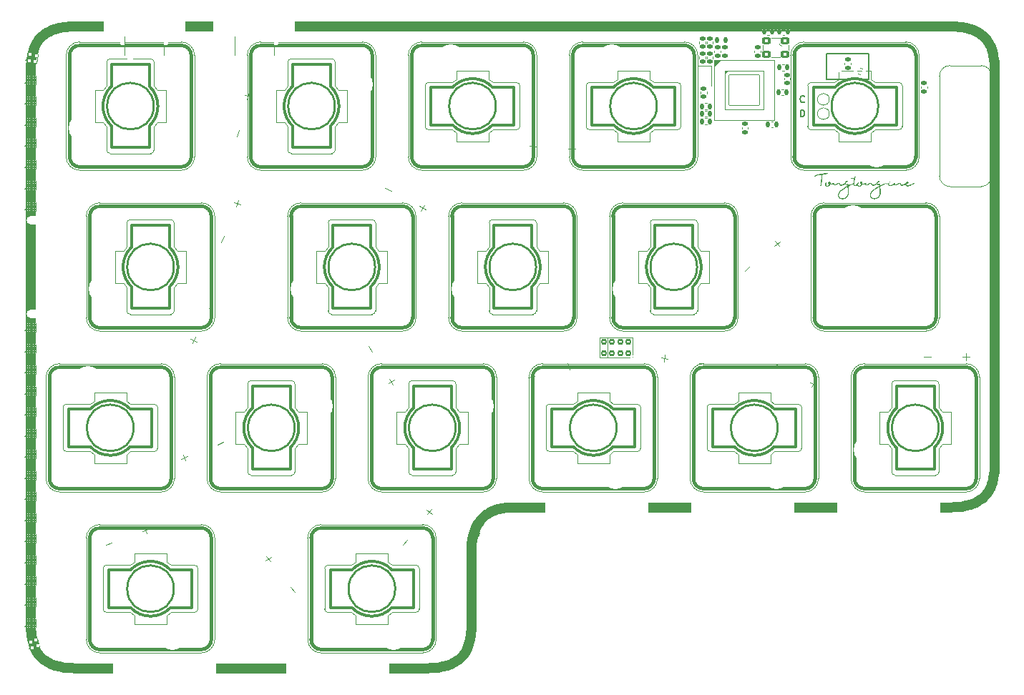
<source format=gto>
G04 #@! TF.GenerationSoftware,KiCad,Pcbnew,(6.0.11-0)*
G04 #@! TF.CreationDate,2023-02-16T18:47:18+08:00*
G04 #@! TF.ProjectId,Right,52696768-742e-46b6-9963-61645f706362,rev?*
G04 #@! TF.SameCoordinates,Original*
G04 #@! TF.FileFunction,Legend,Top*
G04 #@! TF.FilePolarity,Positive*
%FSLAX46Y46*%
G04 Gerber Fmt 4.6, Leading zero omitted, Abs format (unit mm)*
G04 Created by KiCad (PCBNEW (6.0.11-0)) date 2023-02-16 18:47:18*
%MOMM*%
%LPD*%
G01*
G04 APERTURE LIST*
G04 Aperture macros list*
%AMRoundRect*
0 Rectangle with rounded corners*
0 $1 Rounding radius*
0 $2 $3 $4 $5 $6 $7 $8 $9 X,Y pos of 4 corners*
0 Add a 4 corners polygon primitive as box body*
4,1,4,$2,$3,$4,$5,$6,$7,$8,$9,$2,$3,0*
0 Add four circle primitives for the rounded corners*
1,1,$1+$1,$2,$3*
1,1,$1+$1,$4,$5*
1,1,$1+$1,$6,$7*
1,1,$1+$1,$8,$9*
0 Add four rect primitives between the rounded corners*
20,1,$1+$1,$2,$3,$4,$5,0*
20,1,$1+$1,$4,$5,$6,$7,0*
20,1,$1+$1,$6,$7,$8,$9,0*
20,1,$1+$1,$8,$9,$2,$3,0*%
%AMFreePoly0*
4,1,13,-0.250000,0.375000,-0.240485,0.422835,-0.213388,0.463388,-0.172835,0.490485,-0.125000,0.500000,0.250000,0.500000,0.250000,-0.500000,-0.125000,-0.500000,-0.172835,-0.490485,-0.213388,-0.463388,-0.240485,-0.422835,-0.250000,-0.375000,-0.250000,0.375000,-0.250000,0.375000,$1*%
%AMFreePoly1*
4,1,13,-0.300000,0.150000,-0.288582,0.207403,-0.256066,0.256066,-0.207403,0.288582,-0.150000,0.300000,0.300000,0.300000,0.300000,-0.300000,-0.150000,-0.300000,-0.207403,-0.288582,-0.256066,-0.256066,-0.288582,-0.207403,-0.300000,-0.150000,-0.300000,0.150000,-0.300000,0.150000,$1*%
G04 Aperture macros list end*
%ADD10C,1.200000*%
%ADD11C,0.057210*%
%ADD12C,0.038100*%
%ADD13C,0.000000*%
%ADD14C,0.030000*%
%ADD15C,0.150000*%
%ADD16C,0.200000*%
%ADD17C,0.120000*%
%ADD18C,0.010000*%
%ADD19C,0.300000*%
%ADD20C,0.400000*%
%ADD21C,0.250000*%
%ADD22C,0.100000*%
%ADD23C,0.350000*%
%ADD24RoundRect,0.087500X-0.087500X-0.087500X0.087500X-0.087500X0.087500X0.087500X-0.087500X0.087500X0*%
%ADD25C,1.000000*%
%ADD26RoundRect,0.140000X-0.170000X0.140000X-0.170000X-0.140000X0.170000X-0.140000X0.170000X0.140000X0*%
%ADD27FreePoly0,180.000000*%
%ADD28FreePoly1,90.000000*%
%ADD29FreePoly0,0.000000*%
%ADD30RoundRect,0.135000X-0.194472X-0.120957X0.055868X-0.222101X0.194472X0.120957X-0.055868X0.222101X0*%
%ADD31C,3.050000*%
%ADD32C,5.100000*%
%ADD33RoundRect,0.147500X-0.147500X-0.172500X0.147500X-0.172500X0.147500X0.172500X-0.147500X0.172500X0*%
%ADD34RoundRect,0.140000X-0.140000X-0.170000X0.140000X-0.170000X0.140000X0.170000X-0.140000X0.170000X0*%
%ADD35RoundRect,0.090000X-0.270000X0.210000X-0.270000X-0.210000X0.270000X-0.210000X0.270000X0.210000X0*%
%ADD36RoundRect,0.087500X-0.101365X-0.070976X0.070976X-0.101365X0.101365X0.070976X-0.070976X0.101365X0*%
%ADD37RoundRect,0.140000X0.170000X-0.140000X0.170000X0.140000X-0.170000X0.140000X-0.170000X-0.140000X0*%
%ADD38C,0.290000*%
%ADD39RoundRect,0.020000X1.800000X1.800000X-1.800000X1.800000X-1.800000X-1.800000X1.800000X-1.800000X0*%
%ADD40RoundRect,0.140000X0.140000X0.170000X-0.140000X0.170000X-0.140000X-0.170000X0.140000X-0.170000X0*%
%ADD41RoundRect,0.087500X-0.056178X-0.110256X0.110256X-0.056178X0.056178X0.110256X-0.110256X0.056178X0*%
%ADD42RoundRect,0.147500X-0.172500X0.147500X-0.172500X-0.147500X0.172500X-0.147500X0.172500X0.147500X0*%
%ADD43RoundRect,0.150000X0.350000X0.300000X-0.350000X0.300000X-0.350000X-0.300000X0.350000X-0.300000X0*%
%ADD44RoundRect,0.147500X-0.072140X-0.215194X0.201379X-0.104685X0.072140X0.215194X-0.201379X0.104685X0*%
%ADD45R,1.100000X0.600000*%
%ADD46O,2.200000X1.000000*%
%ADD47O,1.800000X1.000000*%
G04 APERTURE END LIST*
D10*
X166220135Y-46475695D02*
X165464651Y-46454289D01*
X108586167Y-119722037D02*
X108612482Y-119644217D01*
X169546827Y-47656680D02*
X169495828Y-47605832D01*
X60826266Y-122376312D02*
X60920855Y-122387792D01*
X109024402Y-107354670D02*
X109048788Y-107179931D01*
X108166362Y-120598578D02*
X108403415Y-120175613D01*
X113831560Y-103404289D02*
X113960649Y-103404289D01*
D11*
X158433319Y-64883567D02*
G75*
G03*
X158433319Y-64883567I-28605J0D01*
G01*
D10*
X170524997Y-100594191D02*
X170548051Y-100526015D01*
X112079985Y-103635980D02*
X112260472Y-103590964D01*
X104307634Y-122432885D02*
X104812976Y-122387806D01*
X166906320Y-46542742D02*
X166820091Y-46532271D01*
X107529511Y-121350801D02*
X107583331Y-121302740D01*
X109092982Y-106942674D02*
X109147289Y-106704265D01*
X169400778Y-47520967D02*
X169017438Y-47248574D01*
X110887120Y-104158876D02*
X111038856Y-104065500D01*
X107104937Y-121660007D02*
X107488265Y-121387626D01*
X110461158Y-104467294D02*
X110667151Y-104309256D01*
X111640437Y-103781080D02*
X111797500Y-103722602D01*
X165464656Y-103404289D02*
X166220128Y-103382897D01*
X170498671Y-49186551D02*
X170373024Y-48862002D01*
D12*
X109730985Y-106843362D02*
X109740765Y-106803974D01*
X109750779Y-106764793D01*
X109761028Y-106725820D01*
X109771512Y-106687055D01*
X109782231Y-106648498D01*
X109793185Y-106610149D01*
X109804375Y-106572008D01*
X109815801Y-106534075D01*
X109827464Y-106496350D01*
X109839363Y-106458834D01*
X109847428Y-106433939D01*
D10*
X56773200Y-51862787D02*
X56773199Y-70357289D01*
X57330430Y-48732960D02*
X57273326Y-48862001D01*
D13*
G36*
X152310090Y-66421359D02*
G01*
X152310839Y-66404246D01*
X152312079Y-66387129D01*
X152313801Y-66370024D01*
X152315998Y-66352942D01*
X152318661Y-66335898D01*
X152321783Y-66318905D01*
X152325355Y-66301976D01*
X152329370Y-66285126D01*
X152333820Y-66268366D01*
X152338697Y-66251712D01*
X152343993Y-66235177D01*
X152349700Y-66218773D01*
X152355811Y-66202515D01*
X152362316Y-66186416D01*
X152369210Y-66170489D01*
X152384970Y-66137239D01*
X152402189Y-66104968D01*
X152420777Y-66073637D01*
X152440645Y-66043207D01*
X152461704Y-66013638D01*
X152483864Y-65984891D01*
X152507036Y-65956927D01*
X152531131Y-65929705D01*
X152556060Y-65903186D01*
X152581732Y-65877331D01*
X152608060Y-65852100D01*
X152634953Y-65827455D01*
X152662323Y-65803354D01*
X152690080Y-65779759D01*
X152746398Y-65733929D01*
X152814508Y-65681364D01*
X152883795Y-65630347D01*
X152954213Y-65580877D01*
X153025717Y-65532955D01*
X153098264Y-65486580D01*
X153171810Y-65441753D01*
X153246308Y-65398473D01*
X153321715Y-65356741D01*
X153421087Y-65307211D01*
X153411245Y-65227835D01*
X153405823Y-65230256D01*
X153400391Y-65232521D01*
X153394946Y-65234630D01*
X153389486Y-65236583D01*
X153384007Y-65238379D01*
X153378507Y-65240020D01*
X153372982Y-65241504D01*
X153367431Y-65242831D01*
X153361850Y-65244003D01*
X153356236Y-65245018D01*
X153350588Y-65245877D01*
X153344901Y-65246580D01*
X153339173Y-65247127D01*
X153333401Y-65247518D01*
X153327583Y-65247752D01*
X153321715Y-65247830D01*
X153314950Y-65247695D01*
X153308228Y-65247292D01*
X153301554Y-65246624D01*
X153294931Y-65245696D01*
X153288361Y-65244511D01*
X153281849Y-65243073D01*
X153275397Y-65241385D01*
X153269008Y-65239451D01*
X153262687Y-65237275D01*
X153256436Y-65234861D01*
X153250258Y-65232211D01*
X153244157Y-65229330D01*
X153232199Y-65222888D01*
X153220586Y-65215566D01*
X153209346Y-65207391D01*
X153198503Y-65198394D01*
X153188085Y-65188603D01*
X153178117Y-65178048D01*
X153168626Y-65166759D01*
X153159636Y-65154764D01*
X153151176Y-65142093D01*
X153143270Y-65128775D01*
X153045252Y-65181834D01*
X152995272Y-65207889D01*
X152944675Y-65232753D01*
X152893482Y-65255772D01*
X152867670Y-65266385D01*
X152841717Y-65276291D01*
X152815626Y-65285408D01*
X152789401Y-65293656D01*
X152763043Y-65300951D01*
X152736556Y-65307211D01*
X152701789Y-65313956D01*
X152693320Y-65315325D01*
X152684761Y-65316404D01*
X152680421Y-65316809D01*
X152676025Y-65317111D01*
X152671562Y-65317299D01*
X152667022Y-65317364D01*
X152655350Y-65317143D01*
X152649522Y-65316852D01*
X152643709Y-65316428D01*
X152637917Y-65315860D01*
X152632156Y-65315139D01*
X152626431Y-65314256D01*
X152620751Y-65313200D01*
X152615123Y-65311962D01*
X152609554Y-65310531D01*
X152604052Y-65308899D01*
X152598624Y-65307056D01*
X152593278Y-65304991D01*
X152588021Y-65302694D01*
X152582860Y-65300157D01*
X152577804Y-65297369D01*
X152570542Y-65292346D01*
X152563734Y-65286887D01*
X152557347Y-65281027D01*
X152551345Y-65274803D01*
X152545693Y-65268251D01*
X152540358Y-65261406D01*
X152535304Y-65254305D01*
X152530497Y-65246984D01*
X152521484Y-65231826D01*
X152513042Y-65216219D01*
X152496762Y-65184814D01*
X152488371Y-65169593D01*
X152479441Y-65155076D01*
X152474688Y-65148173D01*
X152469697Y-65141553D01*
X152464433Y-65135254D01*
X152458862Y-65129312D01*
X152452948Y-65123762D01*
X152446657Y-65118640D01*
X152439954Y-65113984D01*
X152432806Y-65109827D01*
X152425176Y-65106208D01*
X152417031Y-65103161D01*
X152408336Y-65100722D01*
X152399056Y-65098929D01*
X152369210Y-65098929D01*
X152357676Y-65099254D01*
X152346288Y-65100204D01*
X152335042Y-65101743D01*
X152323937Y-65103834D01*
X152312970Y-65106441D01*
X152302137Y-65109526D01*
X152291436Y-65113052D01*
X152280865Y-65116984D01*
X152270420Y-65121284D01*
X152260099Y-65125916D01*
X152249898Y-65130842D01*
X152239816Y-65136027D01*
X152229850Y-65141433D01*
X152219996Y-65147024D01*
X152200615Y-65158612D01*
X152165714Y-65180742D01*
X152129462Y-65203133D01*
X152092027Y-65224794D01*
X152072918Y-65235041D01*
X152053576Y-65244736D01*
X152034022Y-65253753D01*
X152014277Y-65261969D01*
X151994361Y-65269260D01*
X151974297Y-65275503D01*
X151954103Y-65280574D01*
X151933802Y-65284349D01*
X151913415Y-65286705D01*
X151892962Y-65287518D01*
X151884908Y-65287331D01*
X151876947Y-65286774D01*
X151869089Y-65285855D01*
X151861345Y-65284584D01*
X151853726Y-65282967D01*
X151846242Y-65281013D01*
X151838904Y-65278731D01*
X151831723Y-65276128D01*
X151824709Y-65273212D01*
X151817873Y-65269992D01*
X151811227Y-65266476D01*
X151804779Y-65262672D01*
X151798542Y-65258587D01*
X151792526Y-65254231D01*
X151786742Y-65249611D01*
X151781200Y-65244736D01*
X151775911Y-65239613D01*
X151770885Y-65234251D01*
X151766134Y-65228657D01*
X151761668Y-65222841D01*
X151757498Y-65216810D01*
X151753635Y-65210572D01*
X151750088Y-65204136D01*
X151746870Y-65197509D01*
X151743990Y-65190700D01*
X151741459Y-65183717D01*
X151739288Y-65176568D01*
X151737488Y-65169261D01*
X151736070Y-65161804D01*
X151735043Y-65154206D01*
X151734419Y-65146474D01*
X151734209Y-65138617D01*
X151696743Y-65146339D01*
X151658550Y-65153659D01*
X151619859Y-65160384D01*
X151580895Y-65166320D01*
X151541887Y-65171273D01*
X151503061Y-65175051D01*
X151464645Y-65177459D01*
X151426867Y-65178305D01*
X151387179Y-65178305D01*
X151374157Y-65202075D01*
X151359342Y-65225752D01*
X151342852Y-65249135D01*
X151324805Y-65272028D01*
X151305320Y-65294231D01*
X151284516Y-65315545D01*
X151262511Y-65335772D01*
X151239424Y-65354713D01*
X151215373Y-65372170D01*
X151190477Y-65387944D01*
X151164854Y-65401836D01*
X151138624Y-65413648D01*
X151125318Y-65418711D01*
X151111904Y-65423180D01*
X151098398Y-65427030D01*
X151084814Y-65430235D01*
X151071166Y-65432771D01*
X151057471Y-65434614D01*
X151043742Y-65435737D01*
X151029995Y-65436117D01*
X151024092Y-65436043D01*
X151018066Y-65435818D01*
X151011934Y-65435443D01*
X151005714Y-65434916D01*
X150999424Y-65434237D01*
X150993080Y-65433404D01*
X150986701Y-65432416D01*
X150980304Y-65431273D01*
X150973908Y-65429974D01*
X150967529Y-65428517D01*
X150961185Y-65426903D01*
X150954895Y-65425129D01*
X150948674Y-65423195D01*
X150942543Y-65421100D01*
X150936517Y-65418844D01*
X150930614Y-65416424D01*
X150915540Y-65409178D01*
X150901166Y-65400821D01*
X150887506Y-65391427D01*
X150874576Y-65381069D01*
X150862390Y-65369819D01*
X150850963Y-65357752D01*
X150840310Y-65344939D01*
X150830445Y-65331454D01*
X150821385Y-65317371D01*
X150813142Y-65302761D01*
X150805734Y-65287698D01*
X150799174Y-65272255D01*
X150793476Y-65256505D01*
X150788657Y-65240520D01*
X150784731Y-65224375D01*
X150781713Y-65208142D01*
X150781713Y-65168463D01*
X150782108Y-65152349D01*
X150783281Y-65136504D01*
X150785214Y-65120924D01*
X150787889Y-65105605D01*
X150791288Y-65090540D01*
X150795392Y-65075724D01*
X150800184Y-65061153D01*
X150805645Y-65046821D01*
X150811756Y-65032724D01*
X150818501Y-65018856D01*
X150825860Y-65005212D01*
X150833816Y-64991787D01*
X150842351Y-64978576D01*
X150851445Y-64965574D01*
X150861082Y-64952776D01*
X150871242Y-64940176D01*
X150873373Y-64937758D01*
X150875592Y-64935503D01*
X150877890Y-64933410D01*
X150880258Y-64931477D01*
X150882687Y-64929704D01*
X150885169Y-64928090D01*
X150887695Y-64926634D01*
X150890255Y-64925336D01*
X150892842Y-64924193D01*
X150895445Y-64923206D01*
X150898057Y-64922373D01*
X150900668Y-64921694D01*
X150903270Y-64921167D01*
X150905854Y-64920791D01*
X150908410Y-64920567D01*
X150910930Y-64920492D01*
X150913643Y-64920563D01*
X150916359Y-64920828D01*
X150919072Y-64921282D01*
X150921777Y-64921919D01*
X150924468Y-64922732D01*
X150927139Y-64923717D01*
X150929784Y-64924867D01*
X150932397Y-64926175D01*
X150934972Y-64927637D01*
X150937504Y-64929245D01*
X150939987Y-64930995D01*
X150942414Y-64932879D01*
X150947078Y-64937030D01*
X150951452Y-64941648D01*
X150955486Y-64946687D01*
X150959135Y-64952098D01*
X150962352Y-64957834D01*
X150963783Y-64960809D01*
X150965089Y-64963846D01*
X150966263Y-64966941D01*
X150967299Y-64970088D01*
X150968192Y-64973279D01*
X150968936Y-64976510D01*
X150969525Y-64979774D01*
X150969953Y-64983066D01*
X150970214Y-64986378D01*
X150970302Y-64989706D01*
X150970277Y-64990732D01*
X150970203Y-64991727D01*
X150970081Y-64992693D01*
X150969912Y-64993633D01*
X150969698Y-64994550D01*
X150969438Y-64995446D01*
X150969135Y-64996323D01*
X150968790Y-64997184D01*
X150968403Y-64998032D01*
X150967976Y-64998869D01*
X150967005Y-65000519D01*
X150965886Y-65002156D01*
X150964628Y-65003799D01*
X150950618Y-65019553D01*
X150944569Y-65027232D01*
X150938920Y-65035250D01*
X150933669Y-65043580D01*
X150928816Y-65052196D01*
X150924360Y-65061073D01*
X150920298Y-65070184D01*
X150916630Y-65079504D01*
X150913353Y-65089006D01*
X150910467Y-65098664D01*
X150907971Y-65108452D01*
X150905862Y-65118345D01*
X150904140Y-65128316D01*
X150902803Y-65138339D01*
X150901849Y-65148389D01*
X150901278Y-65158439D01*
X150901088Y-65168463D01*
X150901036Y-65171412D01*
X150900893Y-65174419D01*
X150900419Y-65180576D01*
X150899303Y-65193225D01*
X150899111Y-65196408D01*
X150898996Y-65199583D01*
X150898979Y-65202742D01*
X150899080Y-65205875D01*
X150899321Y-65208976D01*
X150899722Y-65212034D01*
X150900304Y-65215043D01*
X150901088Y-65217993D01*
X150905198Y-65228632D01*
X150910001Y-65238854D01*
X150915461Y-65248622D01*
X150921543Y-65257899D01*
X150928211Y-65266647D01*
X150935429Y-65274830D01*
X150943162Y-65282410D01*
X150951373Y-65289349D01*
X150960027Y-65295612D01*
X150969087Y-65301160D01*
X150978519Y-65305956D01*
X150988287Y-65309964D01*
X150993285Y-65311661D01*
X150998354Y-65313146D01*
X151003489Y-65314416D01*
X151008685Y-65315465D01*
X151013938Y-65316289D01*
X151019244Y-65316883D01*
X151024597Y-65317243D01*
X151029995Y-65317364D01*
X151049679Y-65307211D01*
X151065878Y-65303832D01*
X151081944Y-65299549D01*
X151097832Y-65294385D01*
X151113499Y-65288367D01*
X151128900Y-65281520D01*
X151143991Y-65273868D01*
X151158727Y-65265436D01*
X151173065Y-65256251D01*
X151186960Y-65246335D01*
X151200369Y-65235716D01*
X151213245Y-65224417D01*
X151225547Y-65212464D01*
X151237229Y-65199882D01*
X151248247Y-65186696D01*
X151258557Y-65172931D01*
X151268114Y-65158612D01*
X151262340Y-65155961D01*
X151256683Y-65153131D01*
X151251142Y-65150130D01*
X151245713Y-65146965D01*
X151240396Y-65143644D01*
X151235189Y-65140174D01*
X151230089Y-65136563D01*
X151225096Y-65132818D01*
X151220206Y-65128947D01*
X151215419Y-65124956D01*
X151210732Y-65120854D01*
X151206144Y-65116647D01*
X151201652Y-65112344D01*
X151197255Y-65107952D01*
X151192951Y-65103477D01*
X151188738Y-65098929D01*
X151182576Y-65092220D01*
X151176605Y-65085427D01*
X151170855Y-65078546D01*
X151165353Y-65071575D01*
X151160129Y-65064511D01*
X151155209Y-65057352D01*
X151150623Y-65050093D01*
X151146399Y-65042734D01*
X151142566Y-65035270D01*
X151139152Y-65027698D01*
X151136185Y-65020017D01*
X151133694Y-65012223D01*
X151131707Y-65004314D01*
X151130252Y-64996286D01*
X151129359Y-64988137D01*
X151129055Y-64979864D01*
X151129269Y-64972386D01*
X151129907Y-64964961D01*
X151130959Y-64957595D01*
X151132418Y-64950296D01*
X151134275Y-64943072D01*
X151136521Y-64935929D01*
X151139149Y-64928877D01*
X151142150Y-64921921D01*
X151145516Y-64915069D01*
X151149238Y-64908329D01*
X151153308Y-64901708D01*
X151157717Y-64895214D01*
X151162458Y-64888854D01*
X151167522Y-64882635D01*
X151172900Y-64876565D01*
X151178585Y-64870651D01*
X151184096Y-64865809D01*
X151189783Y-64861286D01*
X151195628Y-64857082D01*
X151201614Y-64853195D01*
X151207722Y-64849625D01*
X151213935Y-64846370D01*
X151220236Y-64843429D01*
X151226606Y-64840803D01*
X151233029Y-64838489D01*
X151239486Y-64836486D01*
X151245960Y-64834795D01*
X151252434Y-64833413D01*
X151258888Y-64832339D01*
X151265307Y-64831574D01*
X151271672Y-64831116D01*
X151277965Y-64830963D01*
X151286701Y-64831231D01*
X151295387Y-64832036D01*
X151303999Y-64833380D01*
X151312508Y-64835263D01*
X151320888Y-64837687D01*
X151329114Y-64840655D01*
X151337158Y-64844166D01*
X151341104Y-64846126D01*
X151344994Y-64848223D01*
X151348826Y-64850456D01*
X151352596Y-64852827D01*
X151356301Y-64855334D01*
X151359937Y-64857979D01*
X151363502Y-64860761D01*
X151366991Y-64863681D01*
X151370402Y-64866739D01*
X151373730Y-64869934D01*
X151376974Y-64873268D01*
X151380130Y-64876740D01*
X151383193Y-64880351D01*
X151386162Y-64884100D01*
X151389032Y-64887989D01*
X151391801Y-64892016D01*
X151394465Y-64896182D01*
X151397020Y-64900488D01*
X151400652Y-64907221D01*
X151404046Y-64914082D01*
X151407203Y-64921062D01*
X151410123Y-64928156D01*
X151412807Y-64935355D01*
X151415255Y-64942654D01*
X151417467Y-64950045D01*
X151419445Y-64957521D01*
X151421188Y-64965075D01*
X151422698Y-64972700D01*
X151423973Y-64980390D01*
X151425016Y-64988136D01*
X151425827Y-64995932D01*
X151426405Y-65003772D01*
X151426751Y-65011648D01*
X151426867Y-65019553D01*
X151426867Y-65069083D01*
X151427681Y-65068859D01*
X151428457Y-65068605D01*
X151429196Y-65068325D01*
X151429903Y-65068021D01*
X151430578Y-65067694D01*
X151431226Y-65067348D01*
X151431848Y-65066985D01*
X151432447Y-65066606D01*
X151433585Y-65065814D01*
X151434662Y-65064991D01*
X151436713Y-65063327D01*
X151437729Y-65062525D01*
X151438764Y-65061768D01*
X151439296Y-65061412D01*
X151439841Y-65061075D01*
X151440402Y-65060759D01*
X151440980Y-65060466D01*
X151441579Y-65060198D01*
X151442200Y-65059958D01*
X151442848Y-65059749D01*
X151443523Y-65059572D01*
X151444230Y-65059431D01*
X151444970Y-65059327D01*
X151445745Y-65059263D01*
X151446560Y-65059241D01*
X151487514Y-65056747D01*
X151528649Y-65052750D01*
X151569873Y-65047475D01*
X151611098Y-65041143D01*
X151652234Y-65033978D01*
X151693191Y-65026202D01*
X151774209Y-65009711D01*
X151774290Y-65009412D01*
X151774353Y-65009109D01*
X151774400Y-65008804D01*
X151774433Y-65008495D01*
X151774457Y-65007871D01*
X151774436Y-65007238D01*
X151774380Y-65006600D01*
X151774298Y-65005958D01*
X151774095Y-65004673D01*
X151773907Y-65003403D01*
X151773842Y-65002779D01*
X151773811Y-65002166D01*
X151773822Y-65001566D01*
X151773846Y-65001272D01*
X151773885Y-65000982D01*
X151773940Y-65000696D01*
X151774011Y-65000415D01*
X151774100Y-65000139D01*
X151774209Y-64999869D01*
X151775963Y-64994658D01*
X151777889Y-64989854D01*
X151778917Y-64987602D01*
X151779989Y-64985448D01*
X151781105Y-64983391D01*
X151782264Y-64981429D01*
X151783468Y-64979562D01*
X151784716Y-64977788D01*
X151786008Y-64976106D01*
X151787345Y-64974515D01*
X151788727Y-64973013D01*
X151790154Y-64971600D01*
X151791626Y-64970274D01*
X151793144Y-64969034D01*
X151794707Y-64967878D01*
X151796316Y-64966806D01*
X151797970Y-64965816D01*
X151799671Y-64964907D01*
X151801418Y-64964078D01*
X151803212Y-64963327D01*
X151805052Y-64962653D01*
X151806938Y-64962056D01*
X151808872Y-64961533D01*
X151810853Y-64961085D01*
X151814957Y-64960403D01*
X151819252Y-64960001D01*
X151823739Y-64959869D01*
X151826451Y-64959924D01*
X151829167Y-64960087D01*
X151831881Y-64960358D01*
X151834586Y-64960735D01*
X151837277Y-64961216D01*
X151839948Y-64961802D01*
X151842593Y-64962491D01*
X151845207Y-64963281D01*
X151847782Y-64964171D01*
X151850314Y-64965161D01*
X151852797Y-64966249D01*
X151855225Y-64967434D01*
X151857591Y-64968715D01*
X151859890Y-64970090D01*
X151862117Y-64971559D01*
X151864264Y-64973120D01*
X151866327Y-64974773D01*
X151868300Y-64976515D01*
X151870176Y-64978346D01*
X151871950Y-64980265D01*
X151873615Y-64982271D01*
X151875167Y-64984362D01*
X151876599Y-64986537D01*
X151877905Y-64988795D01*
X151879079Y-64991135D01*
X151880116Y-64993555D01*
X151881009Y-64996056D01*
X151881753Y-64998634D01*
X151882342Y-65001291D01*
X151882770Y-65004023D01*
X151883031Y-65006830D01*
X151883120Y-65009711D01*
X151881322Y-65017628D01*
X151879296Y-65025549D01*
X151874751Y-65041414D01*
X151865015Y-65073326D01*
X151860583Y-65089426D01*
X151858643Y-65097524D01*
X151856948Y-65105657D01*
X151855548Y-65113830D01*
X151854489Y-65122045D01*
X151853819Y-65130307D01*
X151853585Y-65138617D01*
X151854443Y-65144189D01*
X151855369Y-65149254D01*
X151856395Y-65153832D01*
X151857551Y-65157942D01*
X151858188Y-65159829D01*
X151858869Y-65161607D01*
X151859599Y-65163278D01*
X151860381Y-65164846D01*
X151861218Y-65166312D01*
X151862116Y-65167679D01*
X151863077Y-65168950D01*
X151864106Y-65170127D01*
X151865207Y-65171213D01*
X151866384Y-65172211D01*
X151867639Y-65173122D01*
X151868978Y-65173950D01*
X151870404Y-65174697D01*
X151871922Y-65175366D01*
X151873534Y-65175959D01*
X151875245Y-65176478D01*
X151877059Y-65176927D01*
X151878980Y-65177308D01*
X151881011Y-65177623D01*
X151883156Y-65177876D01*
X151887807Y-65178201D01*
X151892962Y-65178305D01*
X151895991Y-65178219D01*
X151899114Y-65177973D01*
X151902314Y-65177587D01*
X151905572Y-65177080D01*
X151908871Y-65176470D01*
X151912193Y-65175778D01*
X151918837Y-65174218D01*
X151931624Y-65170939D01*
X151937485Y-65169525D01*
X151940221Y-65168940D01*
X151942803Y-65168463D01*
X151958109Y-65163840D01*
X151973201Y-65158364D01*
X151988094Y-65152119D01*
X152002806Y-65145189D01*
X152017352Y-65137659D01*
X152031749Y-65129611D01*
X152046013Y-65121131D01*
X152060160Y-65112303D01*
X152088169Y-65093940D01*
X152115907Y-65075193D01*
X152143504Y-65056737D01*
X152171090Y-65039246D01*
X152182427Y-65032768D01*
X152193929Y-65026571D01*
X152205591Y-65020673D01*
X152217407Y-65015093D01*
X152229371Y-65009850D01*
X152241479Y-65004963D01*
X152253725Y-65000451D01*
X152266102Y-64996334D01*
X152278606Y-64992629D01*
X152291231Y-64989357D01*
X152303971Y-64986536D01*
X152316821Y-64984185D01*
X152329776Y-64982323D01*
X152342829Y-64980970D01*
X152355976Y-64980144D01*
X152369210Y-64979864D01*
X152380002Y-64980006D01*
X152390706Y-64980443D01*
X152401316Y-64981197D01*
X152411827Y-64982290D01*
X152422232Y-64983742D01*
X152432525Y-64985573D01*
X152442700Y-64987806D01*
X152452751Y-64990460D01*
X152462671Y-64993558D01*
X152472456Y-64997119D01*
X152482098Y-65001164D01*
X152491592Y-65005715D01*
X152500931Y-65010793D01*
X152510110Y-65016418D01*
X152519123Y-65022612D01*
X152527962Y-65029394D01*
X152536872Y-65037564D01*
X152545201Y-65046212D01*
X152553034Y-65055303D01*
X152560454Y-65064804D01*
X152567542Y-65074678D01*
X152574381Y-65084890D01*
X152587647Y-65106193D01*
X152614841Y-65151332D01*
X152622261Y-65162941D01*
X152630096Y-65174610D01*
X152638427Y-65186304D01*
X152647338Y-65197989D01*
X152657180Y-65197989D01*
X152678468Y-65196950D01*
X152701374Y-65193935D01*
X152725722Y-65189096D01*
X152751337Y-65182585D01*
X152778044Y-65174555D01*
X152805668Y-65165156D01*
X152834032Y-65154542D01*
X152862963Y-65142864D01*
X152921820Y-65116925D01*
X152980837Y-65088556D01*
X153038611Y-65058974D01*
X153093740Y-65029394D01*
X153094039Y-65029230D01*
X153094342Y-65029095D01*
X153094649Y-65028985D01*
X153094958Y-65028900D01*
X153095269Y-65028838D01*
X153095583Y-65028796D01*
X153095899Y-65028774D01*
X153096216Y-65028770D01*
X153096535Y-65028781D01*
X153096855Y-65028807D01*
X153097497Y-65028893D01*
X153098140Y-65029015D01*
X153098782Y-65029158D01*
X153100052Y-65029452D01*
X153100676Y-65029575D01*
X153101289Y-65029664D01*
X153101591Y-65029691D01*
X153101890Y-65029704D01*
X153102185Y-65029701D01*
X153102475Y-65029682D01*
X153102761Y-65029643D01*
X153103043Y-65029583D01*
X153103320Y-65029501D01*
X153103591Y-65029394D01*
X153103591Y-65019553D01*
X153103981Y-65005891D01*
X153105137Y-64992419D01*
X153107037Y-64979152D01*
X153109661Y-64966106D01*
X153112988Y-64953295D01*
X153116996Y-64940735D01*
X153121664Y-64928440D01*
X153126971Y-64916426D01*
X153132897Y-64904707D01*
X153139419Y-64893300D01*
X153146518Y-64882218D01*
X153154171Y-64871478D01*
X153162358Y-64861094D01*
X153171057Y-64851082D01*
X153180248Y-64841456D01*
X153189909Y-64832231D01*
X153200020Y-64823423D01*
X153210558Y-64815047D01*
X153221504Y-64807118D01*
X153232836Y-64799651D01*
X153244532Y-64792661D01*
X153256573Y-64786164D01*
X153268936Y-64780174D01*
X153281600Y-64774706D01*
X153294545Y-64769776D01*
X153307750Y-64765398D01*
X153321192Y-64761589D01*
X153334852Y-64758362D01*
X153348708Y-64755733D01*
X153362739Y-64753718D01*
X153376923Y-64752331D01*
X153391240Y-64751587D01*
X153401091Y-64751587D01*
X153404390Y-64751676D01*
X153407562Y-64751940D01*
X153410609Y-64752372D01*
X153413532Y-64752966D01*
X153416332Y-64753717D01*
X153419011Y-64754619D01*
X153421571Y-64755665D01*
X153424012Y-64756849D01*
X153426337Y-64758166D01*
X153428546Y-64759610D01*
X153430642Y-64761174D01*
X153432625Y-64762852D01*
X153434497Y-64764640D01*
X153436260Y-64766530D01*
X153437915Y-64768516D01*
X153439464Y-64770593D01*
X153440907Y-64772755D01*
X153442246Y-64774995D01*
X153443484Y-64777308D01*
X153444621Y-64779688D01*
X153446598Y-64784624D01*
X153448189Y-64789755D01*
X153449407Y-64795033D01*
X153450262Y-64800410D01*
X153450767Y-64805838D01*
X153450933Y-64811270D01*
X153450869Y-64813976D01*
X153450678Y-64816674D01*
X153450360Y-64819359D01*
X153449918Y-64822026D01*
X153449351Y-64824670D01*
X153448662Y-64827288D01*
X153447851Y-64829874D01*
X153446919Y-64832424D01*
X153445868Y-64834933D01*
X153444698Y-64837396D01*
X153443411Y-64839809D01*
X153442008Y-64842167D01*
X153440490Y-64844466D01*
X153438858Y-64846700D01*
X153437113Y-64848866D01*
X153435256Y-64850958D01*
X153433288Y-64852972D01*
X153431211Y-64854904D01*
X153429025Y-64856748D01*
X153426732Y-64858499D01*
X153424332Y-64860155D01*
X153421828Y-64861709D01*
X153419219Y-64863156D01*
X153416507Y-64864494D01*
X153413694Y-64865716D01*
X153410780Y-64866818D01*
X153407766Y-64867795D01*
X153404653Y-64868643D01*
X153401444Y-64869358D01*
X153398137Y-64869934D01*
X153394736Y-64870366D01*
X153391240Y-64870651D01*
X153383130Y-64871217D01*
X153375062Y-64872078D01*
X153367050Y-64873233D01*
X153359109Y-64874678D01*
X153351252Y-64876409D01*
X153343493Y-64878423D01*
X153335848Y-64880718D01*
X153328329Y-64883289D01*
X153320951Y-64886134D01*
X153313728Y-64889249D01*
X153306674Y-64892630D01*
X153299803Y-64896276D01*
X153293130Y-64900182D01*
X153286669Y-64904345D01*
X153280433Y-64908762D01*
X153274437Y-64913430D01*
X153268696Y-64918346D01*
X153263222Y-64923505D01*
X153258030Y-64928906D01*
X153253135Y-64934544D01*
X153248550Y-64940416D01*
X153244290Y-64946520D01*
X153240368Y-64952851D01*
X153236799Y-64959407D01*
X153233597Y-64966185D01*
X153230777Y-64973181D01*
X153228351Y-64980391D01*
X153226335Y-64987813D01*
X153224742Y-64995444D01*
X153223587Y-65003279D01*
X153222884Y-65011317D01*
X153222646Y-65019553D01*
X153222646Y-65049399D01*
X153224516Y-65057310D01*
X153226789Y-65065173D01*
X153229467Y-65072930D01*
X153232552Y-65080527D01*
X153236047Y-65087905D01*
X153239952Y-65095010D01*
X153244270Y-65101785D01*
X153246585Y-65105031D01*
X153249003Y-65108173D01*
X153251525Y-65111205D01*
X153254152Y-65114119D01*
X153256884Y-65116908D01*
X153259720Y-65119566D01*
X153262662Y-65122084D01*
X153265709Y-65124457D01*
X153268861Y-65126677D01*
X153272119Y-65128737D01*
X153275484Y-65130630D01*
X153278954Y-65132349D01*
X153282531Y-65133888D01*
X153286215Y-65135238D01*
X153290006Y-65136393D01*
X153293904Y-65137346D01*
X153297909Y-65138089D01*
X153302022Y-65138617D01*
X153311864Y-65138617D01*
X153318237Y-65138402D01*
X153324813Y-65137765D01*
X153331524Y-65136712D01*
X153338306Y-65135253D01*
X153345091Y-65133395D01*
X153351815Y-65131148D01*
X153358410Y-65128519D01*
X153364810Y-65125518D01*
X153367917Y-65123880D01*
X153370951Y-65122152D01*
X153373902Y-65120335D01*
X153376764Y-65118430D01*
X153379528Y-65116438D01*
X153382186Y-65114360D01*
X153384729Y-65112197D01*
X153387148Y-65109950D01*
X153389437Y-65107621D01*
X153391586Y-65105210D01*
X153393588Y-65102718D01*
X153395434Y-65100147D01*
X153397115Y-65097497D01*
X153398624Y-65094770D01*
X153399952Y-65091966D01*
X153401091Y-65089087D01*
X153402198Y-65086627D01*
X153403375Y-65084246D01*
X153404620Y-65081945D01*
X153405931Y-65079724D01*
X153408744Y-65075521D01*
X153411796Y-65071634D01*
X153415069Y-65068064D01*
X153418547Y-65064809D01*
X153422213Y-65061869D01*
X153426048Y-65059242D01*
X153430035Y-65056927D01*
X153434159Y-65054924D01*
X153438400Y-65053232D01*
X153442742Y-65051850D01*
X153447168Y-65050776D01*
X153451660Y-65050010D01*
X153456202Y-65049551D01*
X153460775Y-65049399D01*
X153465793Y-65049564D01*
X153470817Y-65050068D01*
X153475810Y-65050922D01*
X153480732Y-65052137D01*
X153483155Y-65052884D01*
X153485546Y-65053724D01*
X153487901Y-65054661D01*
X153490214Y-65055694D01*
X153492482Y-65056827D01*
X153494698Y-65058059D01*
X153496859Y-65059393D01*
X153498959Y-65060829D01*
X153500994Y-65062370D01*
X153502959Y-65064016D01*
X153504850Y-65065769D01*
X153506661Y-65067631D01*
X153508388Y-65069602D01*
X153510025Y-65071684D01*
X153511569Y-65073879D01*
X153513015Y-65076188D01*
X153514357Y-65078612D01*
X153515591Y-65081153D01*
X153516712Y-65083813D01*
X153517715Y-65086591D01*
X153518597Y-65089491D01*
X153519351Y-65092513D01*
X153519973Y-65095658D01*
X153520458Y-65098929D01*
X153530309Y-65257681D01*
X153599636Y-65223051D01*
X153669291Y-65189244D01*
X153739304Y-65156368D01*
X153809705Y-65124529D01*
X153880523Y-65093836D01*
X153951787Y-65064397D01*
X154023528Y-65036319D01*
X154095775Y-65009711D01*
X154115459Y-64999869D01*
X154116292Y-64972578D01*
X154117601Y-64945245D01*
X154119388Y-64917890D01*
X154121650Y-64890530D01*
X154124390Y-64863184D01*
X154127605Y-64835872D01*
X154131296Y-64808612D01*
X154135463Y-64781424D01*
X154139962Y-64748926D01*
X154145078Y-64716454D01*
X154150745Y-64684033D01*
X154156895Y-64651690D01*
X154163462Y-64619451D01*
X154170378Y-64587340D01*
X154184993Y-64523611D01*
X153847805Y-64523611D01*
X153844338Y-64523528D01*
X153841020Y-64523283D01*
X153837847Y-64522879D01*
X153834818Y-64522323D01*
X153831929Y-64521618D01*
X153829178Y-64520769D01*
X153826563Y-64519782D01*
X153824081Y-64518661D01*
X153821730Y-64517410D01*
X153819506Y-64516035D01*
X153817409Y-64514540D01*
X153815434Y-64512930D01*
X153813581Y-64511210D01*
X153811845Y-64509384D01*
X153810225Y-64507458D01*
X153808719Y-64505436D01*
X153807323Y-64503323D01*
X153806035Y-64501123D01*
X153804852Y-64498842D01*
X153803773Y-64496483D01*
X153801915Y-64491556D01*
X153800439Y-64486378D01*
X153799326Y-64480988D01*
X153798556Y-64475424D01*
X153798108Y-64469725D01*
X153797963Y-64463928D01*
X153798159Y-64458496D01*
X153798645Y-64453068D01*
X153799442Y-64447691D01*
X153800570Y-64442413D01*
X153801266Y-64439826D01*
X153802053Y-64437282D01*
X153802933Y-64434787D01*
X153803910Y-64432346D01*
X153804986Y-64429967D01*
X153806164Y-64427653D01*
X153807446Y-64425413D01*
X153808835Y-64423251D01*
X153810334Y-64421174D01*
X153811946Y-64419188D01*
X153813672Y-64417298D01*
X153815517Y-64415510D01*
X153817481Y-64413832D01*
X153819569Y-64412268D01*
X153821783Y-64410824D01*
X153824125Y-64409507D01*
X153826598Y-64408323D01*
X153829205Y-64407277D01*
X153831948Y-64406375D01*
X153834830Y-64405624D01*
X153837855Y-64405030D01*
X153841023Y-64404598D01*
X153844339Y-64404334D01*
X153847805Y-64404245D01*
X154214840Y-64404245D01*
X154233846Y-64329945D01*
X154243635Y-64293243D01*
X154248901Y-64274612D01*
X154254528Y-64255646D01*
X154255411Y-64252990D01*
X154256391Y-64250438D01*
X154257465Y-64247990D01*
X154258629Y-64245645D01*
X154259880Y-64243399D01*
X154261215Y-64241254D01*
X154262629Y-64239206D01*
X154264121Y-64237255D01*
X154265686Y-64235399D01*
X154267321Y-64233637D01*
X154269023Y-64231968D01*
X154270789Y-64230391D01*
X154272614Y-64228903D01*
X154274496Y-64227504D01*
X154278416Y-64224966D01*
X154282522Y-64222767D01*
X154286788Y-64220897D01*
X154291185Y-64219343D01*
X154295688Y-64218096D01*
X154300269Y-64217144D01*
X154304901Y-64216478D01*
X154309557Y-64216086D01*
X154314211Y-64215958D01*
X154319639Y-64216148D01*
X154325058Y-64216719D01*
X154330420Y-64217672D01*
X154333064Y-64218292D01*
X154335678Y-64219009D01*
X154338253Y-64219822D01*
X154340785Y-64220731D01*
X154343267Y-64221737D01*
X154345694Y-64222840D01*
X154348060Y-64224040D01*
X154350359Y-64225336D01*
X154352585Y-64226731D01*
X154354732Y-64228222D01*
X154356795Y-64229811D01*
X154358767Y-64231499D01*
X154360642Y-64233284D01*
X154362416Y-64235167D01*
X154364081Y-64237149D01*
X154365632Y-64239229D01*
X154367064Y-64241408D01*
X154368369Y-64243686D01*
X154369543Y-64246062D01*
X154370580Y-64248538D01*
X154371473Y-64251114D01*
X154372217Y-64253789D01*
X154372806Y-64256563D01*
X154373234Y-64259438D01*
X154373495Y-64262413D01*
X154373583Y-64265488D01*
X154373583Y-64285492D01*
X154368506Y-64300349D01*
X154363321Y-64314985D01*
X154352908Y-64344031D01*
X154347822Y-64358656D01*
X154342911Y-64373495D01*
X154338245Y-64388655D01*
X154333895Y-64404245D01*
X154336356Y-64405156D01*
X154338737Y-64406163D01*
X154341038Y-64407261D01*
X154343260Y-64408449D01*
X154345402Y-64409721D01*
X154347464Y-64411075D01*
X154349447Y-64412507D01*
X154351351Y-64414015D01*
X154353176Y-64415594D01*
X154354921Y-64417241D01*
X154358176Y-64420727D01*
X154361117Y-64424446D01*
X154363743Y-64428370D01*
X154366057Y-64432473D01*
X154368060Y-64436728D01*
X154369751Y-64441107D01*
X154371133Y-64445584D01*
X154372206Y-64450132D01*
X154372972Y-64454723D01*
X154373430Y-64459331D01*
X154373583Y-64463928D01*
X154373520Y-64466641D01*
X154373331Y-64469360D01*
X154373018Y-64472078D01*
X154372582Y-64474788D01*
X154372022Y-64477486D01*
X154371342Y-64480165D01*
X154370540Y-64482820D01*
X154369619Y-64485443D01*
X154368580Y-64488030D01*
X154367423Y-64490574D01*
X154366149Y-64493069D01*
X154364760Y-64495510D01*
X154363256Y-64497890D01*
X154361638Y-64500203D01*
X154359908Y-64502443D01*
X154358066Y-64504605D01*
X154356113Y-64506682D01*
X154354051Y-64508669D01*
X154351880Y-64510558D01*
X154349601Y-64512346D01*
X154347215Y-64514024D01*
X154344724Y-64515589D01*
X154342128Y-64517032D01*
X154339428Y-64518349D01*
X154336625Y-64519534D01*
X154333721Y-64520579D01*
X154330715Y-64521481D01*
X154327610Y-64522232D01*
X154324406Y-64522826D01*
X154321104Y-64523259D01*
X154317706Y-64523522D01*
X154314211Y-64523611D01*
X154304058Y-64523611D01*
X154289597Y-64584907D01*
X154276363Y-64647200D01*
X154264573Y-64710267D01*
X154254443Y-64773883D01*
X154246188Y-64837828D01*
X154240025Y-64901876D01*
X154236168Y-64965806D01*
X154234835Y-65029394D01*
X154234835Y-65069083D01*
X154235554Y-65083422D01*
X154236455Y-65096870D01*
X154237526Y-65109457D01*
X154238755Y-65121210D01*
X154240134Y-65132158D01*
X154241650Y-65142330D01*
X154243293Y-65151755D01*
X154245053Y-65160460D01*
X154246918Y-65168474D01*
X154248878Y-65175826D01*
X154250922Y-65182545D01*
X154253039Y-65188659D01*
X154255219Y-65194196D01*
X154257450Y-65199185D01*
X154259723Y-65203655D01*
X154262026Y-65207634D01*
X154264348Y-65211151D01*
X154266680Y-65214233D01*
X154269009Y-65216911D01*
X154271325Y-65219212D01*
X154273618Y-65221165D01*
X154275877Y-65222798D01*
X154278091Y-65224141D01*
X154280249Y-65225221D01*
X154282340Y-65226066D01*
X154284354Y-65226707D01*
X154286281Y-65227171D01*
X154288108Y-65227486D01*
X154291424Y-65227786D01*
X154294216Y-65227835D01*
X154300508Y-65227671D01*
X154306871Y-65227191D01*
X154313289Y-65226414D01*
X154319742Y-65225359D01*
X154326215Y-65224046D01*
X154332688Y-65222493D01*
X154339144Y-65220720D01*
X154345567Y-65218745D01*
X154351937Y-65216588D01*
X154358237Y-65214268D01*
X154364450Y-65211804D01*
X154370558Y-65209214D01*
X154376544Y-65206519D01*
X154382389Y-65203737D01*
X154393587Y-65197989D01*
X154406298Y-65190276D01*
X154418609Y-65182155D01*
X154430542Y-65173652D01*
X154442122Y-65164790D01*
X154453373Y-65155593D01*
X154464318Y-65146085D01*
X154474981Y-65136292D01*
X154485386Y-65126235D01*
X154495557Y-65115941D01*
X154505516Y-65105433D01*
X154524899Y-65083872D01*
X154543724Y-65061745D01*
X154562182Y-65039246D01*
X154564312Y-65036877D01*
X154566531Y-65034659D01*
X154568828Y-65032590D01*
X154571196Y-65030672D01*
X154573625Y-65028905D01*
X154576106Y-65027289D01*
X154578631Y-65025825D01*
X154581191Y-65024514D01*
X154583777Y-65023354D01*
X154586381Y-65022348D01*
X154588993Y-65021496D01*
X154591604Y-65020797D01*
X154594206Y-65020253D01*
X154596790Y-65019864D01*
X154599348Y-65019631D01*
X154601870Y-65019553D01*
X154602330Y-65019576D01*
X154602760Y-65019646D01*
X154603163Y-65019758D01*
X154603540Y-65019910D01*
X154603894Y-65020100D01*
X154604226Y-65020325D01*
X154604538Y-65020582D01*
X154604833Y-65020868D01*
X154605111Y-65021180D01*
X154605376Y-65021516D01*
X154605873Y-65022249D01*
X154606338Y-65023044D01*
X154606787Y-65023880D01*
X154607702Y-65025584D01*
X154608199Y-65026410D01*
X154608743Y-65027188D01*
X154609038Y-65027553D01*
X154609351Y-65027898D01*
X154609684Y-65028220D01*
X154610038Y-65028517D01*
X154610416Y-65028785D01*
X154610819Y-65029023D01*
X154611251Y-65029227D01*
X154611712Y-65029394D01*
X154614272Y-65023913D01*
X154616406Y-65018320D01*
X154618185Y-65012635D01*
X154619680Y-65006881D01*
X154620963Y-65001078D01*
X154622105Y-64995249D01*
X154624255Y-64983594D01*
X154625406Y-64977812D01*
X154626703Y-64972088D01*
X154628217Y-64966445D01*
X154630021Y-64960903D01*
X154632185Y-64955484D01*
X154633424Y-64952827D01*
X154634781Y-64950208D01*
X154636264Y-64947632D01*
X154637882Y-64945099D01*
X154639643Y-64942613D01*
X154641558Y-64940176D01*
X154643689Y-64937758D01*
X154645907Y-64935503D01*
X154648205Y-64933410D01*
X154650572Y-64931477D01*
X154653001Y-64929704D01*
X154655483Y-64928090D01*
X154658008Y-64926634D01*
X154660568Y-64925336D01*
X154663154Y-64924193D01*
X154665757Y-64923206D01*
X154668369Y-64922373D01*
X154670980Y-64921694D01*
X154673582Y-64921167D01*
X154676167Y-64920791D01*
X154678724Y-64920567D01*
X154681246Y-64920492D01*
X154683958Y-64920563D01*
X154686674Y-64920828D01*
X154689388Y-64921282D01*
X154692093Y-64921919D01*
X154694784Y-64922732D01*
X154697455Y-64923717D01*
X154700099Y-64924867D01*
X154702712Y-64926175D01*
X154705288Y-64927637D01*
X154707820Y-64929245D01*
X154710302Y-64930995D01*
X154712729Y-64932879D01*
X154717394Y-64937030D01*
X154721767Y-64941648D01*
X154725802Y-64946687D01*
X154729451Y-64952098D01*
X154732667Y-64957834D01*
X154734099Y-64960809D01*
X154735404Y-64963846D01*
X154736578Y-64966941D01*
X154737615Y-64970088D01*
X154738508Y-64973279D01*
X154739252Y-64976510D01*
X154739841Y-64979774D01*
X154740269Y-64983066D01*
X154740530Y-64986378D01*
X154740618Y-64989706D01*
X154740593Y-64990732D01*
X154740519Y-64991727D01*
X154740397Y-64992693D01*
X154740228Y-64993633D01*
X154740013Y-64994550D01*
X154739753Y-64995446D01*
X154739450Y-64996323D01*
X154739104Y-64997184D01*
X154738717Y-64998032D01*
X154738289Y-64998869D01*
X154737318Y-65000519D01*
X154736199Y-65002156D01*
X154734940Y-65003799D01*
X154720934Y-65019553D01*
X154714881Y-65027232D01*
X154709221Y-65035250D01*
X154703955Y-65043580D01*
X154699082Y-65052196D01*
X154694601Y-65061073D01*
X154690512Y-65070184D01*
X154686815Y-65079504D01*
X154683508Y-65089006D01*
X154680593Y-65098664D01*
X154678067Y-65108452D01*
X154675931Y-65118345D01*
X154674185Y-65128316D01*
X154672827Y-65138339D01*
X154671858Y-65148389D01*
X154671277Y-65158439D01*
X154671084Y-65168463D01*
X154671035Y-65171412D01*
X154670901Y-65174419D01*
X154670459Y-65180576D01*
X154669418Y-65193225D01*
X154669240Y-65196408D01*
X154669132Y-65199583D01*
X154669116Y-65202742D01*
X154669210Y-65205875D01*
X154669435Y-65208976D01*
X154669809Y-65212034D01*
X154670352Y-65215043D01*
X154671084Y-65217993D01*
X154675249Y-65228632D01*
X154680101Y-65238854D01*
X154685604Y-65248622D01*
X154691722Y-65257899D01*
X154698420Y-65266647D01*
X154705663Y-65274830D01*
X154713416Y-65282410D01*
X154721644Y-65289349D01*
X154730310Y-65295612D01*
X154739380Y-65301160D01*
X154748818Y-65305956D01*
X154758590Y-65309964D01*
X154763589Y-65311661D01*
X154768659Y-65313146D01*
X154773794Y-65314416D01*
X154778991Y-65315465D01*
X154784244Y-65316289D01*
X154789550Y-65316883D01*
X154794904Y-65317243D01*
X154800301Y-65317364D01*
X154819994Y-65307211D01*
X154836193Y-65303832D01*
X154852259Y-65299549D01*
X154868148Y-65294385D01*
X154883815Y-65288367D01*
X154899216Y-65281520D01*
X154914307Y-65273868D01*
X154929043Y-65265436D01*
X154943381Y-65256251D01*
X154957276Y-65246335D01*
X154970684Y-65235716D01*
X154983561Y-65224417D01*
X154995862Y-65212464D01*
X155007544Y-65199882D01*
X155018562Y-65186696D01*
X155028872Y-65172931D01*
X155038430Y-65158612D01*
X155032656Y-65155961D01*
X155026999Y-65153131D01*
X155021457Y-65150130D01*
X155016029Y-65146965D01*
X155010712Y-65143644D01*
X155005505Y-65140174D01*
X155000405Y-65136563D01*
X154995411Y-65132818D01*
X154990522Y-65128947D01*
X154985735Y-65124956D01*
X154981048Y-65120854D01*
X154976459Y-65116647D01*
X154971967Y-65112344D01*
X154967570Y-65107952D01*
X154963266Y-65103477D01*
X154959054Y-65098929D01*
X154953000Y-65092220D01*
X154947341Y-65085427D01*
X154942076Y-65078546D01*
X154937203Y-65071575D01*
X154932723Y-65064511D01*
X154928635Y-65057352D01*
X154924938Y-65050093D01*
X154921632Y-65042734D01*
X154918718Y-65035270D01*
X154916193Y-65027698D01*
X154914058Y-65020017D01*
X154912312Y-65012223D01*
X154910955Y-65004314D01*
X154909987Y-64996286D01*
X154909406Y-64988137D01*
X154909212Y-64979864D01*
X154909316Y-64972386D01*
X154909642Y-64964961D01*
X154910210Y-64957595D01*
X154911042Y-64950296D01*
X154912159Y-64943072D01*
X154913581Y-64935929D01*
X154915330Y-64928877D01*
X154917426Y-64921921D01*
X154919890Y-64915069D01*
X154922744Y-64908329D01*
X154926007Y-64901708D01*
X154929702Y-64895214D01*
X154933849Y-64888854D01*
X154938469Y-64882635D01*
X154943583Y-64876565D01*
X154949212Y-64870651D01*
X154954719Y-64865809D01*
X154960397Y-64861286D01*
X154966226Y-64857082D01*
X154972192Y-64853195D01*
X154978276Y-64849625D01*
X154984463Y-64846370D01*
X154990735Y-64843429D01*
X154997077Y-64840803D01*
X155003470Y-64838489D01*
X155009898Y-64836486D01*
X155016345Y-64834795D01*
X155022794Y-64833413D01*
X155029228Y-64832339D01*
X155035630Y-64831574D01*
X155041983Y-64831116D01*
X155048272Y-64830963D01*
X155057007Y-64831231D01*
X155065694Y-64832036D01*
X155074305Y-64833380D01*
X155082814Y-64835263D01*
X155091195Y-64837687D01*
X155099421Y-64840655D01*
X155107465Y-64844166D01*
X155111411Y-64846126D01*
X155115302Y-64848223D01*
X155119134Y-64850456D01*
X155122904Y-64852827D01*
X155126609Y-64855334D01*
X155130246Y-64857979D01*
X155133811Y-64860761D01*
X155137300Y-64863681D01*
X155140711Y-64866739D01*
X155144041Y-64869934D01*
X155147285Y-64873268D01*
X155150441Y-64876740D01*
X155153505Y-64880351D01*
X155156475Y-64884100D01*
X155159346Y-64887989D01*
X155162115Y-64892016D01*
X155164780Y-64896182D01*
X155167336Y-64900488D01*
X155170966Y-64907221D01*
X155174359Y-64914082D01*
X155177515Y-64921062D01*
X155180435Y-64928156D01*
X155183118Y-64935355D01*
X155185566Y-64942654D01*
X155187779Y-64950045D01*
X155189757Y-64957521D01*
X155191501Y-64965075D01*
X155193011Y-64972700D01*
X155194287Y-64980390D01*
X155195331Y-64988136D01*
X155196141Y-64995932D01*
X155196720Y-65003772D01*
X155197067Y-65011648D01*
X155197182Y-65019553D01*
X155197182Y-65069083D01*
X155197996Y-65068859D01*
X155198771Y-65068605D01*
X155199510Y-65068325D01*
X155200216Y-65068021D01*
X155200891Y-65067694D01*
X155201538Y-65067348D01*
X155202160Y-65066985D01*
X155202758Y-65066606D01*
X155203896Y-65065814D01*
X155204973Y-65064991D01*
X155207024Y-65063327D01*
X155208039Y-65062525D01*
X155209075Y-65061768D01*
X155209607Y-65061412D01*
X155210152Y-65061075D01*
X155210712Y-65060759D01*
X155211290Y-65060466D01*
X155211889Y-65060198D01*
X155212510Y-65059958D01*
X155213157Y-65059749D01*
X155213833Y-65059572D01*
X155214538Y-65059431D01*
X155215278Y-65059327D01*
X155216053Y-65059263D01*
X155216866Y-65059241D01*
X155257823Y-65056747D01*
X155298956Y-65052750D01*
X155340170Y-65047475D01*
X155381374Y-65041143D01*
X155422473Y-65033978D01*
X155463375Y-65026202D01*
X155544213Y-65009711D01*
X155544322Y-65009412D01*
X155544412Y-65009109D01*
X155544484Y-65008804D01*
X155544539Y-65008495D01*
X155544578Y-65008184D01*
X155544603Y-65007871D01*
X155544615Y-65007238D01*
X155544583Y-65006600D01*
X155544519Y-65005958D01*
X155544431Y-65005315D01*
X155544330Y-65004673D01*
X155544126Y-65003403D01*
X155544043Y-65002779D01*
X155543986Y-65002166D01*
X155543965Y-65001566D01*
X155543989Y-65000982D01*
X155544021Y-65000696D01*
X155544068Y-65000415D01*
X155544132Y-65000139D01*
X155544213Y-64999869D01*
X155546020Y-64994658D01*
X155547994Y-64989854D01*
X155550134Y-64985448D01*
X155551268Y-64983391D01*
X155552445Y-64981429D01*
X155553664Y-64979562D01*
X155554926Y-64977788D01*
X155556232Y-64976106D01*
X155557581Y-64974515D01*
X155558974Y-64973013D01*
X155560411Y-64971600D01*
X155561892Y-64970274D01*
X155563417Y-64969034D01*
X155564987Y-64967878D01*
X155566602Y-64966806D01*
X155568262Y-64965816D01*
X155569968Y-64964907D01*
X155571719Y-64964078D01*
X155573516Y-64963327D01*
X155575359Y-64962653D01*
X155577248Y-64962056D01*
X155579183Y-64961533D01*
X155581166Y-64961085D01*
X155585272Y-64960403D01*
X155589567Y-64960001D01*
X155594054Y-64959869D01*
X155596796Y-64959924D01*
X155599597Y-64960087D01*
X155602447Y-64960358D01*
X155605338Y-64960735D01*
X155611201Y-64961802D01*
X155617109Y-64963281D01*
X155620055Y-64964171D01*
X155622985Y-64965161D01*
X155625887Y-64966249D01*
X155628753Y-64967434D01*
X155631572Y-64968715D01*
X155634336Y-64970090D01*
X155637034Y-64971559D01*
X155639657Y-64973120D01*
X155642195Y-64974773D01*
X155644639Y-64976515D01*
X155646979Y-64978346D01*
X155649206Y-64980265D01*
X155651310Y-64982271D01*
X155653281Y-64984362D01*
X155655110Y-64986537D01*
X155656787Y-64988795D01*
X155658303Y-64991135D01*
X155659647Y-64993555D01*
X155660812Y-64996056D01*
X155661786Y-64998634D01*
X155662560Y-65001291D01*
X155663125Y-65004023D01*
X155663471Y-65006830D01*
X155663588Y-65009711D01*
X155661674Y-65017628D01*
X155659317Y-65025549D01*
X155656596Y-65033476D01*
X155653588Y-65041414D01*
X155640255Y-65073326D01*
X155636987Y-65081361D01*
X155633901Y-65089426D01*
X155631076Y-65097524D01*
X155628589Y-65105657D01*
X155626519Y-65113830D01*
X155624943Y-65122045D01*
X155623941Y-65130307D01*
X155623589Y-65138617D01*
X155624449Y-65144189D01*
X155625385Y-65149254D01*
X155626427Y-65153832D01*
X155627605Y-65157942D01*
X155628255Y-65159829D01*
X155628951Y-65161607D01*
X155629697Y-65163278D01*
X155630496Y-65164846D01*
X155631352Y-65166312D01*
X155632269Y-65167679D01*
X155633251Y-65168950D01*
X155634302Y-65170127D01*
X155635425Y-65171213D01*
X155636625Y-65172211D01*
X155637905Y-65173122D01*
X155639269Y-65173950D01*
X155640721Y-65174697D01*
X155642264Y-65175366D01*
X155643903Y-65175959D01*
X155645642Y-65176478D01*
X155647484Y-65176927D01*
X155649433Y-65177308D01*
X155651492Y-65177623D01*
X155653667Y-65177876D01*
X155658375Y-65178201D01*
X155663588Y-65178305D01*
X155666562Y-65178219D01*
X155669636Y-65177973D01*
X155672793Y-65177587D01*
X155676015Y-65177080D01*
X155679284Y-65176470D01*
X155682581Y-65175778D01*
X155689188Y-65174218D01*
X155701943Y-65170939D01*
X155707801Y-65169525D01*
X155710536Y-65168940D01*
X155713118Y-65168463D01*
X155728424Y-65163840D01*
X155743515Y-65158364D01*
X155758407Y-65152119D01*
X155773116Y-65145189D01*
X155787658Y-65137659D01*
X155802047Y-65129611D01*
X155816301Y-65121131D01*
X155830435Y-65112303D01*
X155858407Y-65093940D01*
X155886087Y-65075193D01*
X155913605Y-65056737D01*
X155941085Y-65039246D01*
X155952589Y-65032768D01*
X155964453Y-65026571D01*
X155976645Y-65020673D01*
X155989130Y-65015093D01*
X156001875Y-65009850D01*
X156014847Y-65004963D01*
X156028012Y-65000451D01*
X156041337Y-64996334D01*
X156054789Y-64992629D01*
X156068333Y-64989357D01*
X156081937Y-64986536D01*
X156095567Y-64984185D01*
X156109190Y-64982323D01*
X156122771Y-64980970D01*
X156136279Y-64980144D01*
X156149679Y-64979864D01*
X156160472Y-64980006D01*
X156171177Y-64980443D01*
X156181788Y-64981197D01*
X156192299Y-64982290D01*
X156202705Y-64983742D01*
X156212997Y-64985573D01*
X156223172Y-64987806D01*
X156233223Y-64990460D01*
X156243143Y-64993558D01*
X156252927Y-64997119D01*
X156262569Y-65001164D01*
X156272062Y-65005715D01*
X156281401Y-65010793D01*
X156290579Y-65016418D01*
X156299591Y-65022612D01*
X156308431Y-65029394D01*
X156317173Y-65037564D01*
X156325141Y-65046212D01*
X156332445Y-65055303D01*
X156339196Y-65064804D01*
X156345504Y-65074678D01*
X156351480Y-65084890D01*
X156362880Y-65106193D01*
X156374280Y-65128434D01*
X156386567Y-65151332D01*
X156393320Y-65162941D01*
X156400626Y-65174610D01*
X156408596Y-65186304D01*
X156417342Y-65197989D01*
X156427495Y-65197989D01*
X156448782Y-65196950D01*
X156471687Y-65193935D01*
X156496034Y-65189096D01*
X156521649Y-65182585D01*
X156548356Y-65174555D01*
X156575979Y-65165156D01*
X156604344Y-65154542D01*
X156633275Y-65142864D01*
X156692133Y-65116925D01*
X156751151Y-65088556D01*
X156808926Y-65058974D01*
X156864055Y-65029394D01*
X156864355Y-65029230D01*
X156864658Y-65029095D01*
X156864964Y-65028985D01*
X156865273Y-65028900D01*
X156865585Y-65028838D01*
X156865899Y-65028796D01*
X156866214Y-65028774D01*
X156866532Y-65028770D01*
X156866851Y-65028781D01*
X156867170Y-65028807D01*
X156867812Y-65028893D01*
X156868455Y-65029015D01*
X156869096Y-65029158D01*
X156870366Y-65029452D01*
X156870989Y-65029575D01*
X156871601Y-65029664D01*
X156871903Y-65029691D01*
X156872201Y-65029704D01*
X156872495Y-65029701D01*
X156872785Y-65029682D01*
X156873070Y-65029643D01*
X156873351Y-65029583D01*
X156873627Y-65029501D01*
X156873897Y-65029394D01*
X156873897Y-65019553D01*
X156874287Y-65005891D01*
X156875443Y-64992419D01*
X156877344Y-64979152D01*
X156879968Y-64966106D01*
X156883295Y-64953295D01*
X156887303Y-64940735D01*
X156891971Y-64928440D01*
X156897279Y-64916426D01*
X156903205Y-64904707D01*
X156909728Y-64893300D01*
X156916826Y-64882218D01*
X156924480Y-64871478D01*
X156932667Y-64861094D01*
X156941367Y-64851082D01*
X156950558Y-64841456D01*
X156960220Y-64832231D01*
X156970331Y-64823423D01*
X156980870Y-64815047D01*
X156991816Y-64807118D01*
X157003148Y-64799651D01*
X157014845Y-64792661D01*
X157026886Y-64786164D01*
X157039250Y-64780174D01*
X157051914Y-64774706D01*
X157064860Y-64769776D01*
X157078064Y-64765398D01*
X157091507Y-64761589D01*
X157105167Y-64758362D01*
X157119023Y-64755733D01*
X157133054Y-64753718D01*
X157147239Y-64752331D01*
X157161556Y-64751587D01*
X157171709Y-64751587D01*
X157174952Y-64751676D01*
X157178074Y-64751940D01*
X157181075Y-64752372D01*
X157183957Y-64752966D01*
X157186722Y-64753717D01*
X157189369Y-64754619D01*
X157191901Y-64755665D01*
X157194318Y-64756849D01*
X157196623Y-64758166D01*
X157198816Y-64759610D01*
X157200898Y-64761174D01*
X157202871Y-64762852D01*
X157204735Y-64764640D01*
X157206493Y-64766530D01*
X157208145Y-64768516D01*
X157209692Y-64770593D01*
X157211136Y-64772755D01*
X157212478Y-64774995D01*
X157214861Y-64779688D01*
X157216851Y-64784624D01*
X157218457Y-64789755D01*
X157219689Y-64795033D01*
X157220557Y-64800410D01*
X157221070Y-64805838D01*
X157221239Y-64811270D01*
X157221175Y-64813976D01*
X157220984Y-64816674D01*
X157220667Y-64819359D01*
X157220224Y-64822026D01*
X157219658Y-64824670D01*
X157218968Y-64827288D01*
X157218157Y-64829874D01*
X157217226Y-64832424D01*
X157216175Y-64834933D01*
X157215005Y-64837396D01*
X157213718Y-64839809D01*
X157212315Y-64842167D01*
X157210797Y-64844466D01*
X157209165Y-64846700D01*
X157207420Y-64848866D01*
X157205563Y-64850958D01*
X157203596Y-64852972D01*
X157201519Y-64854904D01*
X157199333Y-64856748D01*
X157197040Y-64858499D01*
X157194641Y-64860155D01*
X157192137Y-64861709D01*
X157189529Y-64863156D01*
X157186818Y-64864494D01*
X157184005Y-64865716D01*
X157181091Y-64866818D01*
X157178078Y-64867795D01*
X157174966Y-64868643D01*
X157171757Y-64869358D01*
X157168451Y-64869934D01*
X157165051Y-64870366D01*
X157161556Y-64870651D01*
X157153446Y-64871217D01*
X157145378Y-64872078D01*
X157137366Y-64873233D01*
X157129424Y-64874678D01*
X157121567Y-64876409D01*
X157113809Y-64878423D01*
X157106163Y-64880718D01*
X157098644Y-64883289D01*
X157091266Y-64886134D01*
X157084043Y-64889249D01*
X157076989Y-64892630D01*
X157070119Y-64896276D01*
X157063446Y-64900182D01*
X157056985Y-64904345D01*
X157050749Y-64908762D01*
X157044753Y-64913430D01*
X157039011Y-64918346D01*
X157033537Y-64923505D01*
X157028346Y-64928906D01*
X157023450Y-64934544D01*
X157018865Y-64940416D01*
X157014605Y-64946520D01*
X157010684Y-64952851D01*
X157007115Y-64959407D01*
X157003913Y-64966185D01*
X157001092Y-64973181D01*
X156998667Y-64980391D01*
X156996651Y-64987813D01*
X156995058Y-64995444D01*
X156993903Y-65003279D01*
X156993199Y-65011317D01*
X156992962Y-65019553D01*
X156992962Y-65049399D01*
X156994831Y-65057310D01*
X156997104Y-65065173D01*
X156999782Y-65072930D01*
X157002866Y-65080527D01*
X157006360Y-65087905D01*
X157010265Y-65095010D01*
X157014583Y-65101785D01*
X157016897Y-65105031D01*
X157019315Y-65108173D01*
X157021837Y-65111205D01*
X157024464Y-65114119D01*
X157027196Y-65116908D01*
X157030032Y-65119566D01*
X157032973Y-65122084D01*
X157036020Y-65124457D01*
X157039173Y-65126677D01*
X157042431Y-65128737D01*
X157045795Y-65130630D01*
X157049266Y-65132349D01*
X157052844Y-65133888D01*
X157056528Y-65135238D01*
X157060319Y-65136393D01*
X157064218Y-65137346D01*
X157068224Y-65138089D01*
X157072338Y-65138617D01*
X157092333Y-65138617D01*
X157095434Y-65138563D01*
X157098541Y-65138402D01*
X157101650Y-65138136D01*
X157104756Y-65137765D01*
X157107855Y-65137290D01*
X157110942Y-65136712D01*
X157114012Y-65136032D01*
X157117060Y-65135253D01*
X157120083Y-65134373D01*
X157123075Y-65133395D01*
X157126031Y-65132320D01*
X157128948Y-65131148D01*
X157131819Y-65129881D01*
X157134642Y-65128519D01*
X157137410Y-65127065D01*
X157140120Y-65125518D01*
X157142767Y-65123880D01*
X157145345Y-65122152D01*
X157147851Y-65120335D01*
X157150280Y-65118430D01*
X157152627Y-65116438D01*
X157154888Y-65114360D01*
X157157057Y-65112197D01*
X157159130Y-65109950D01*
X157161103Y-65107621D01*
X157162971Y-65105210D01*
X157164729Y-65102718D01*
X157166372Y-65100147D01*
X157167897Y-65097497D01*
X157169298Y-65094770D01*
X157170570Y-65091966D01*
X157171709Y-65089087D01*
X157172788Y-65086627D01*
X157173939Y-65084246D01*
X157175160Y-65081945D01*
X157176449Y-65079724D01*
X157177803Y-65077583D01*
X157179221Y-65075521D01*
X157182238Y-65071634D01*
X157185481Y-65068064D01*
X157188934Y-65064809D01*
X157192579Y-65061869D01*
X157196398Y-65059242D01*
X157200372Y-65056927D01*
X157204486Y-65054924D01*
X157208721Y-65053232D01*
X157213059Y-65051850D01*
X157217482Y-65050776D01*
X157221974Y-65050010D01*
X157226516Y-65049551D01*
X157231090Y-65049399D01*
X157236107Y-65049564D01*
X157241129Y-65050068D01*
X157246119Y-65050922D01*
X157251038Y-65052137D01*
X157253458Y-65052884D01*
X157255847Y-65053724D01*
X157258198Y-65054661D01*
X157260507Y-65055694D01*
X157262770Y-65056827D01*
X157264981Y-65058059D01*
X157267135Y-65059393D01*
X157269229Y-65060829D01*
X157271256Y-65062370D01*
X157273213Y-65064016D01*
X157275094Y-65065769D01*
X157276894Y-65067631D01*
X157278609Y-65069602D01*
X157280234Y-65071684D01*
X157281764Y-65073879D01*
X157283194Y-65076188D01*
X157284519Y-65078612D01*
X157285735Y-65081153D01*
X157286837Y-65083813D01*
X157287819Y-65086591D01*
X157288678Y-65089491D01*
X157289408Y-65092513D01*
X157290004Y-65095658D01*
X157290462Y-65098929D01*
X157300615Y-65257681D01*
X157369945Y-65223051D01*
X157439602Y-65189244D01*
X157509615Y-65156368D01*
X157580016Y-65124529D01*
X157650834Y-65093836D01*
X157722099Y-65064397D01*
X157793841Y-65036319D01*
X157866091Y-65009711D01*
X157886086Y-64999869D01*
X157888966Y-64999930D01*
X157891828Y-65000167D01*
X157894668Y-65000574D01*
X157897480Y-65001145D01*
X157900259Y-65001875D01*
X157903002Y-65002756D01*
X157905702Y-65003784D01*
X157908356Y-65004951D01*
X157910958Y-65006252D01*
X157913504Y-65007681D01*
X157915988Y-65009232D01*
X157918406Y-65010899D01*
X157920753Y-65012675D01*
X157923025Y-65014556D01*
X157925216Y-65016533D01*
X157927321Y-65018603D01*
X157929337Y-65020758D01*
X157931257Y-65022992D01*
X157933077Y-65025300D01*
X157934793Y-65027675D01*
X157936399Y-65030112D01*
X157937891Y-65032604D01*
X157939263Y-65035146D01*
X157940512Y-65037730D01*
X157941632Y-65040352D01*
X157942618Y-65043005D01*
X157943466Y-65045684D01*
X157944170Y-65048381D01*
X157944726Y-65051091D01*
X157945130Y-65053809D01*
X157945375Y-65056527D01*
X157945458Y-65059241D01*
X157945305Y-65063838D01*
X157944847Y-65068445D01*
X157944081Y-65073035D01*
X157943008Y-65077580D01*
X157942356Y-65079827D01*
X157941626Y-65082052D01*
X157940819Y-65084253D01*
X157939935Y-65086425D01*
X157938972Y-65088565D01*
X157937932Y-65090670D01*
X157936814Y-65092736D01*
X157935618Y-65094760D01*
X157934344Y-65096738D01*
X157932992Y-65098668D01*
X157931561Y-65100544D01*
X157930051Y-65102366D01*
X157928463Y-65104127D01*
X157926796Y-65105827D01*
X157925051Y-65107459D01*
X157923226Y-65109023D01*
X157921322Y-65110513D01*
X157919339Y-65111927D01*
X157917277Y-65113261D01*
X157915135Y-65114512D01*
X157912913Y-65115676D01*
X157910612Y-65116749D01*
X157908231Y-65117729D01*
X157905770Y-65118613D01*
X157886086Y-65128775D01*
X157740693Y-65186272D01*
X157595656Y-65246088D01*
X157523568Y-65277183D01*
X157451926Y-65309238D01*
X157380850Y-65342380D01*
X157310457Y-65376736D01*
X157310457Y-65386587D01*
X157359997Y-65942212D01*
X157360633Y-65954138D01*
X157360931Y-65966488D01*
X157360970Y-65979122D01*
X157360827Y-65991897D01*
X157360308Y-66017307D01*
X157359997Y-66041583D01*
X157360333Y-66097231D01*
X157360397Y-66124469D01*
X157360073Y-66151480D01*
X157359124Y-66178386D01*
X157357312Y-66205311D01*
X157356008Y-66218819D01*
X157354399Y-66232377D01*
X157352454Y-66246002D01*
X157350145Y-66259708D01*
X157343688Y-66290530D01*
X157335996Y-66321277D01*
X157327094Y-66351883D01*
X157317005Y-66382279D01*
X157305754Y-66412397D01*
X157293363Y-66442171D01*
X157279858Y-66471533D01*
X157265260Y-66500416D01*
X157249595Y-66528751D01*
X157232885Y-66556472D01*
X157215155Y-66583512D01*
X157196428Y-66609801D01*
X157176728Y-66635275D01*
X157156078Y-66659863D01*
X157134503Y-66683501D01*
X157112026Y-66706119D01*
X157086507Y-66729278D01*
X157059995Y-66751119D01*
X157032547Y-66771617D01*
X157004218Y-66790747D01*
X156975066Y-66808486D01*
X156945145Y-66824809D01*
X156914514Y-66839693D01*
X156883227Y-66853112D01*
X156851340Y-66865044D01*
X156818911Y-66875462D01*
X156785996Y-66884345D01*
X156752649Y-66891666D01*
X156718929Y-66897403D01*
X156684891Y-66901530D01*
X156650591Y-66904025D01*
X156616085Y-66904861D01*
X156599302Y-66904555D01*
X156582422Y-66903757D01*
X156565466Y-66902475D01*
X156548456Y-66900717D01*
X156531414Y-66898489D01*
X156514362Y-66895801D01*
X156497323Y-66892658D01*
X156480317Y-66889069D01*
X156463367Y-66885040D01*
X156446494Y-66880580D01*
X156429722Y-66875696D01*
X156413070Y-66870396D01*
X156396563Y-66864686D01*
X156380220Y-66858575D01*
X156364065Y-66852070D01*
X156348119Y-66845178D01*
X156327118Y-66835631D01*
X156306651Y-66825318D01*
X156286760Y-66814234D01*
X156267488Y-66802372D01*
X156248876Y-66789727D01*
X156230966Y-66776293D01*
X156213802Y-66762063D01*
X156197426Y-66747031D01*
X156181879Y-66731192D01*
X156167204Y-66714540D01*
X156153443Y-66697069D01*
X156140640Y-66678771D01*
X156128835Y-66659643D01*
X156118071Y-66639676D01*
X156108391Y-66618867D01*
X156099837Y-66597208D01*
X156096320Y-66587954D01*
X156093248Y-66578538D01*
X156090592Y-66568974D01*
X156088322Y-66559279D01*
X156086408Y-66549469D01*
X156084818Y-66539559D01*
X156083524Y-66529565D01*
X156082494Y-66519503D01*
X156081107Y-66499239D01*
X156080416Y-66478891D01*
X156080345Y-66467990D01*
X156199209Y-66467990D01*
X156199752Y-66476831D01*
X156200550Y-66485723D01*
X156201603Y-66494652D01*
X156202911Y-66503602D01*
X156204476Y-66512558D01*
X156206298Y-66521504D01*
X156208380Y-66530425D01*
X156210720Y-66539305D01*
X156213321Y-66548130D01*
X156216183Y-66556883D01*
X156219308Y-66565550D01*
X156222696Y-66574115D01*
X156226347Y-66582563D01*
X156230264Y-66590878D01*
X156234447Y-66599046D01*
X156238897Y-66607049D01*
X156248444Y-66622457D01*
X156258734Y-66637025D01*
X156269742Y-66650777D01*
X156281444Y-66663735D01*
X156293816Y-66675922D01*
X156306833Y-66687363D01*
X156320471Y-66698080D01*
X156334707Y-66708096D01*
X156349515Y-66717435D01*
X156364872Y-66726121D01*
X156380754Y-66734175D01*
X156397136Y-66741623D01*
X156413994Y-66748486D01*
X156431304Y-66754788D01*
X156449042Y-66760552D01*
X156467183Y-66765802D01*
X156484872Y-66770475D01*
X156502907Y-66774503D01*
X156521246Y-66777891D01*
X156539849Y-66780647D01*
X156558675Y-66782779D01*
X156577684Y-66784292D01*
X156596834Y-66785195D01*
X156616085Y-66785495D01*
X156650623Y-66784444D01*
X156685105Y-66781312D01*
X156719426Y-66776133D01*
X156753478Y-66768940D01*
X156787154Y-66759766D01*
X156820347Y-66748643D01*
X156852950Y-66735605D01*
X156884856Y-66720685D01*
X156915959Y-66703915D01*
X156946150Y-66685330D01*
X156975324Y-66664961D01*
X157003373Y-66642842D01*
X157030191Y-66619006D01*
X157055670Y-66593485D01*
X157079703Y-66566314D01*
X157102184Y-66537524D01*
X157119833Y-66511755D01*
X157136130Y-66485318D01*
X157151109Y-66458259D01*
X157164803Y-66430626D01*
X157177246Y-66402464D01*
X157188469Y-66373820D01*
X157198506Y-66344741D01*
X157207391Y-66315273D01*
X157215155Y-66285463D01*
X157221834Y-66255357D01*
X157227458Y-66225002D01*
X157232062Y-66194444D01*
X157235678Y-66163731D01*
X157238340Y-66132907D01*
X157240080Y-66102021D01*
X157240932Y-66071118D01*
X157240932Y-66031741D01*
X157240542Y-65982204D01*
X157239418Y-65933451D01*
X157237632Y-65885256D01*
X157235254Y-65837392D01*
X157229005Y-65741750D01*
X157221239Y-65644711D01*
X157201244Y-65436117D01*
X157184341Y-65444997D01*
X157167060Y-65454590D01*
X157149526Y-65464690D01*
X157131867Y-65475088D01*
X157096675Y-65495944D01*
X157079396Y-65505987D01*
X157062496Y-65515494D01*
X156925022Y-65594453D01*
X156857262Y-65634961D01*
X156790436Y-65676657D01*
X156724755Y-65719917D01*
X156660432Y-65765115D01*
X156628846Y-65788560D01*
X156597680Y-65812630D01*
X156566958Y-65837373D01*
X156536709Y-65862836D01*
X156487151Y-65906453D01*
X156462844Y-65929111D01*
X156438971Y-65952348D01*
X156415622Y-65976173D01*
X156392888Y-66000595D01*
X156370860Y-66025624D01*
X156349626Y-66051268D01*
X156329278Y-66077538D01*
X156309906Y-66104442D01*
X156291599Y-66131990D01*
X156274449Y-66160191D01*
X156258545Y-66189055D01*
X156243977Y-66218590D01*
X156230837Y-66248806D01*
X156219213Y-66279712D01*
X156215639Y-66289674D01*
X156212518Y-66299568D01*
X156209819Y-66309407D01*
X156207513Y-66319205D01*
X156205567Y-66328975D01*
X156203952Y-66338731D01*
X156202636Y-66348486D01*
X156201589Y-66358253D01*
X156200179Y-66377878D01*
X156199476Y-66397715D01*
X156199234Y-66417872D01*
X156199209Y-66438455D01*
X156199209Y-66467990D01*
X156080345Y-66467990D01*
X156080153Y-66438455D01*
X156080405Y-66421359D01*
X156081155Y-66404246D01*
X156082396Y-66387129D01*
X156084120Y-66370024D01*
X156086321Y-66352942D01*
X156088991Y-66335898D01*
X156092121Y-66318905D01*
X156095706Y-66301976D01*
X156099737Y-66285126D01*
X156104207Y-66268366D01*
X156109109Y-66251712D01*
X156114436Y-66235177D01*
X156120179Y-66218773D01*
X156126332Y-66202515D01*
X156132887Y-66186416D01*
X156139837Y-66170489D01*
X156155542Y-66137239D01*
X156172713Y-66104968D01*
X156191260Y-66073637D01*
X156211092Y-66043207D01*
X156232121Y-66013638D01*
X156254256Y-65984891D01*
X156277407Y-65956927D01*
X156301486Y-65929705D01*
X156326401Y-65903186D01*
X156352064Y-65877331D01*
X156378385Y-65852100D01*
X156405274Y-65827455D01*
X156432641Y-65803354D01*
X156460396Y-65779759D01*
X156516713Y-65733929D01*
X156584824Y-65681364D01*
X156654115Y-65630347D01*
X156724544Y-65580877D01*
X156796071Y-65532955D01*
X156868654Y-65486580D01*
X156942253Y-65441753D01*
X157016826Y-65398473D01*
X157092333Y-65356741D01*
X157191402Y-65307211D01*
X157181551Y-65227835D01*
X157176130Y-65230256D01*
X157170698Y-65232521D01*
X157165256Y-65234630D01*
X157159798Y-65236583D01*
X157154325Y-65238379D01*
X157148832Y-65240020D01*
X157143318Y-65241504D01*
X157137780Y-65242831D01*
X157132216Y-65244003D01*
X157126623Y-65245018D01*
X157120999Y-65245877D01*
X157115342Y-65246580D01*
X157109649Y-65247127D01*
X157103919Y-65247518D01*
X157098147Y-65247752D01*
X157092333Y-65247830D01*
X157085540Y-65247695D01*
X157078793Y-65247292D01*
X157072094Y-65246624D01*
X157065448Y-65245696D01*
X157058858Y-65244511D01*
X157052326Y-65243073D01*
X157045856Y-65241385D01*
X157039451Y-65239451D01*
X157033115Y-65237275D01*
X157026850Y-65234861D01*
X157020659Y-65232211D01*
X157014547Y-65229330D01*
X157002568Y-65222888D01*
X156990939Y-65215566D01*
X156979686Y-65207391D01*
X156968835Y-65198394D01*
X156958410Y-65188603D01*
X156948437Y-65178048D01*
X156938943Y-65166759D01*
X156929953Y-65154764D01*
X156921491Y-65142093D01*
X156913585Y-65128775D01*
X156815567Y-65181834D01*
X156765587Y-65207889D01*
X156714990Y-65232753D01*
X156663798Y-65255772D01*
X156637986Y-65266385D01*
X156612033Y-65276291D01*
X156585942Y-65285408D01*
X156559716Y-65293656D01*
X156533359Y-65300951D01*
X156506872Y-65307211D01*
X156472101Y-65313956D01*
X156463633Y-65315325D01*
X156455076Y-65316404D01*
X156450736Y-65316809D01*
X156446340Y-65317111D01*
X156441878Y-65317299D01*
X156437337Y-65317364D01*
X156425666Y-65317143D01*
X156419837Y-65316852D01*
X156414023Y-65316428D01*
X156408231Y-65315860D01*
X156402469Y-65315139D01*
X156396744Y-65314256D01*
X156391063Y-65313200D01*
X156385434Y-65311962D01*
X156379865Y-65310531D01*
X156374363Y-65308899D01*
X156368936Y-65307056D01*
X156363590Y-65304991D01*
X156358334Y-65302694D01*
X156353174Y-65300157D01*
X156348119Y-65297369D01*
X156340857Y-65292346D01*
X156334050Y-65286887D01*
X156327663Y-65281027D01*
X156321660Y-65274803D01*
X156316009Y-65268251D01*
X156310674Y-65261406D01*
X156305620Y-65254305D01*
X156300812Y-65246984D01*
X156291799Y-65231826D01*
X156283357Y-65216219D01*
X156267078Y-65184814D01*
X156258686Y-65169593D01*
X156249757Y-65155076D01*
X156245004Y-65148173D01*
X156240013Y-65141553D01*
X156234749Y-65135254D01*
X156229177Y-65129312D01*
X156223263Y-65123762D01*
X156216972Y-65118640D01*
X156210270Y-65113984D01*
X156203121Y-65109827D01*
X156195492Y-65106208D01*
X156187347Y-65103161D01*
X156178651Y-65100722D01*
X156169372Y-65098929D01*
X156139837Y-65098929D01*
X156128246Y-65099254D01*
X156116809Y-65100204D01*
X156105521Y-65101743D01*
X156094380Y-65103834D01*
X156083383Y-65106441D01*
X156072525Y-65109526D01*
X156061804Y-65113052D01*
X156051216Y-65116984D01*
X156040758Y-65121284D01*
X156030428Y-65125916D01*
X156020221Y-65130842D01*
X156010135Y-65136027D01*
X156000166Y-65141433D01*
X155990312Y-65147024D01*
X155970931Y-65158612D01*
X155936027Y-65180742D01*
X155899777Y-65203133D01*
X155862352Y-65224794D01*
X155843253Y-65235041D01*
X155823924Y-65244736D01*
X155804386Y-65253753D01*
X155784662Y-65261969D01*
X155764772Y-65269260D01*
X155744738Y-65275503D01*
X155724582Y-65280574D01*
X155704324Y-65284349D01*
X155683985Y-65286705D01*
X155663588Y-65287518D01*
X155655536Y-65287331D01*
X155647633Y-65286774D01*
X155639887Y-65285855D01*
X155632305Y-65284584D01*
X155624894Y-65282967D01*
X155617661Y-65281013D01*
X155610613Y-65278731D01*
X155603756Y-65276128D01*
X155597098Y-65273212D01*
X155590645Y-65269992D01*
X155584405Y-65266476D01*
X155578384Y-65262672D01*
X155572589Y-65258587D01*
X155567027Y-65254231D01*
X155561705Y-65249611D01*
X155556631Y-65244736D01*
X155551810Y-65239613D01*
X155547250Y-65234251D01*
X155542958Y-65228657D01*
X155538941Y-65222841D01*
X155535205Y-65216810D01*
X155531758Y-65210572D01*
X155528606Y-65204136D01*
X155525757Y-65197509D01*
X155523217Y-65190700D01*
X155520993Y-65183717D01*
X155519092Y-65176568D01*
X155517521Y-65169261D01*
X155516288Y-65161804D01*
X155515398Y-65154206D01*
X155514859Y-65146474D01*
X155514678Y-65138617D01*
X155476572Y-65146520D01*
X155438253Y-65153926D01*
X155399779Y-65160661D01*
X155361205Y-65166556D01*
X155322586Y-65171440D01*
X155283979Y-65175140D01*
X155245440Y-65177485D01*
X155207024Y-65178305D01*
X155157494Y-65178305D01*
X155144473Y-65202075D01*
X155129657Y-65225752D01*
X155113167Y-65249135D01*
X155095119Y-65272028D01*
X155075634Y-65294231D01*
X155054829Y-65315545D01*
X155032823Y-65335772D01*
X155009735Y-65354713D01*
X154985683Y-65372170D01*
X154960786Y-65387944D01*
X154935163Y-65401836D01*
X154908932Y-65413648D01*
X154895625Y-65418711D01*
X154882211Y-65423180D01*
X154868705Y-65427030D01*
X154855121Y-65430235D01*
X154841473Y-65432771D01*
X154827778Y-65434614D01*
X154814049Y-65435737D01*
X154800301Y-65436117D01*
X154794400Y-65436043D01*
X154788375Y-65435818D01*
X154782244Y-65435443D01*
X154776025Y-65434916D01*
X154769734Y-65434237D01*
X154763391Y-65433404D01*
X154757012Y-65432416D01*
X154750615Y-65431273D01*
X154744219Y-65429974D01*
X154737840Y-65428517D01*
X154731496Y-65426903D01*
X154725206Y-65425129D01*
X154718987Y-65423195D01*
X154712856Y-65421100D01*
X154706831Y-65418844D01*
X154700930Y-65416424D01*
X154685856Y-65409178D01*
X154671482Y-65400821D01*
X154657824Y-65391427D01*
X154644896Y-65381069D01*
X154632715Y-65369819D01*
X154621295Y-65357752D01*
X154610651Y-65344939D01*
X154600800Y-65331454D01*
X154591756Y-65317371D01*
X154583534Y-65302761D01*
X154576151Y-65287698D01*
X154569620Y-65272255D01*
X154563959Y-65256505D01*
X154559181Y-65240520D01*
X154555303Y-65224375D01*
X154552340Y-65208142D01*
X154537399Y-65223075D01*
X154522461Y-65238341D01*
X154507351Y-65253592D01*
X154491895Y-65268476D01*
X154483983Y-65275672D01*
X154475919Y-65282646D01*
X154467681Y-65289353D01*
X154459247Y-65295750D01*
X154450596Y-65301793D01*
X154441707Y-65307439D01*
X154432556Y-65312644D01*
X154423122Y-65317364D01*
X154409529Y-65323102D01*
X154395455Y-65328545D01*
X154380956Y-65333549D01*
X154373565Y-65335841D01*
X154366089Y-65337968D01*
X154358535Y-65339913D01*
X154350910Y-65341658D01*
X154343221Y-65343184D01*
X154335474Y-65344473D01*
X154327678Y-65345507D01*
X154319838Y-65346269D01*
X154311963Y-65346739D01*
X154304058Y-65346899D01*
X154298673Y-65346800D01*
X154293354Y-65346509D01*
X154288098Y-65346034D01*
X154282903Y-65345385D01*
X154277768Y-65344570D01*
X154272690Y-65343599D01*
X154267669Y-65342479D01*
X154262701Y-65341221D01*
X154257786Y-65339832D01*
X154252920Y-65338322D01*
X154248104Y-65336699D01*
X154243333Y-65334972D01*
X154233925Y-65331244D01*
X154224682Y-65327206D01*
X154218141Y-65323307D01*
X154211908Y-65319118D01*
X154205974Y-65314652D01*
X154200331Y-65309921D01*
X154194970Y-65304936D01*
X154189883Y-65299711D01*
X154180494Y-65288584D01*
X154172098Y-65276638D01*
X154164624Y-65263967D01*
X154158005Y-65250668D01*
X154152173Y-65236838D01*
X154147059Y-65222573D01*
X154142594Y-65207968D01*
X154138711Y-65193121D01*
X154135341Y-65178127D01*
X154132415Y-65163083D01*
X154129866Y-65148086D01*
X154125622Y-65118613D01*
X154115459Y-65128775D01*
X153970383Y-65186272D01*
X153825426Y-65246088D01*
X153753327Y-65277183D01*
X153681658Y-65309238D01*
X153610555Y-65342380D01*
X153540151Y-65376736D01*
X153540151Y-65386587D01*
X153589681Y-65942212D01*
X153590317Y-65954138D01*
X153590616Y-65966488D01*
X153590655Y-65979122D01*
X153590512Y-65991897D01*
X153589993Y-66017307D01*
X153589681Y-66041583D01*
X153589382Y-66069644D01*
X153588480Y-66097231D01*
X153586967Y-66124469D01*
X153584837Y-66151480D01*
X153582081Y-66178386D01*
X153578693Y-66205311D01*
X153574664Y-66232377D01*
X153569988Y-66259708D01*
X153563641Y-66290530D01*
X153556261Y-66321277D01*
X153547844Y-66351883D01*
X153538385Y-66382279D01*
X153527879Y-66412397D01*
X153516320Y-66442171D01*
X153503703Y-66471533D01*
X153490024Y-66500416D01*
X153475276Y-66528751D01*
X153459455Y-66556472D01*
X153442557Y-66583512D01*
X153424574Y-66609801D01*
X153405504Y-66635275D01*
X153385340Y-66659863D01*
X153364077Y-66683501D01*
X153341710Y-66706119D01*
X153316191Y-66729278D01*
X153289679Y-66751119D01*
X153262229Y-66771617D01*
X153233898Y-66790747D01*
X153204741Y-66808486D01*
X153174814Y-66824809D01*
X153144173Y-66839693D01*
X153112873Y-66853112D01*
X153080971Y-66865044D01*
X153048522Y-66875462D01*
X153015582Y-66884345D01*
X152982206Y-66891666D01*
X152948451Y-66897403D01*
X152914373Y-66901530D01*
X152880026Y-66904025D01*
X152845467Y-66904861D01*
X152828738Y-66904555D01*
X152811904Y-66903757D01*
X152794989Y-66902475D01*
X152778014Y-66900717D01*
X152761002Y-66898489D01*
X152743975Y-66895801D01*
X152726956Y-66892658D01*
X152709967Y-66889069D01*
X152693030Y-66885040D01*
X152676167Y-66880580D01*
X152659401Y-66875696D01*
X152642754Y-66870396D01*
X152626248Y-66864686D01*
X152609907Y-66858575D01*
X152593751Y-66852070D01*
X152577804Y-66845178D01*
X152556805Y-66835631D01*
X152536340Y-66825318D01*
X152516451Y-66814234D01*
X152497182Y-66802372D01*
X152478575Y-66789727D01*
X152460674Y-66776293D01*
X152443519Y-66762063D01*
X152427156Y-66747031D01*
X152411625Y-66731192D01*
X152396971Y-66714540D01*
X152383235Y-66697069D01*
X152370461Y-66678771D01*
X152358690Y-66659643D01*
X152347967Y-66639676D01*
X152338334Y-66618867D01*
X152329833Y-66597208D01*
X152326261Y-66587954D01*
X152323141Y-66578538D01*
X152320444Y-66568974D01*
X152318138Y-66559279D01*
X152316193Y-66549469D01*
X152314579Y-66539559D01*
X152313263Y-66529565D01*
X152312217Y-66519503D01*
X152310808Y-66499239D01*
X152310105Y-66478891D01*
X152310033Y-66467990D01*
X152419051Y-66467990D01*
X152419596Y-66476831D01*
X152420395Y-66485723D01*
X152421449Y-66494652D01*
X152422757Y-66503602D01*
X152424322Y-66512558D01*
X152426145Y-66521504D01*
X152428226Y-66530425D01*
X152430566Y-66539305D01*
X152433167Y-66548130D01*
X152436028Y-66556883D01*
X152439152Y-66565550D01*
X152442540Y-66574115D01*
X152446191Y-66582563D01*
X152450107Y-66590878D01*
X152454290Y-66599046D01*
X152458739Y-66607049D01*
X152468397Y-66622457D01*
X152479000Y-66637025D01*
X152490493Y-66650777D01*
X152502824Y-66663735D01*
X152515941Y-66675922D01*
X152529789Y-66687363D01*
X152544317Y-66698080D01*
X152559470Y-66708096D01*
X152575196Y-66717435D01*
X152591443Y-66726121D01*
X152608156Y-66734175D01*
X152625282Y-66741623D01*
X152642770Y-66748486D01*
X152660566Y-66754788D01*
X152678616Y-66760552D01*
X152696868Y-66765802D01*
X152714557Y-66770475D01*
X152732588Y-66774503D01*
X152750917Y-66777891D01*
X152769499Y-66780647D01*
X152788290Y-66782779D01*
X152807244Y-66784292D01*
X152826318Y-66785195D01*
X152845467Y-66785495D01*
X152880058Y-66784444D01*
X152914587Y-66781312D01*
X152948949Y-66776133D01*
X152983035Y-66768940D01*
X153016740Y-66759766D01*
X153049957Y-66748643D01*
X153082581Y-66735605D01*
X153114503Y-66720685D01*
X153145618Y-66703915D01*
X153175819Y-66685330D01*
X153204999Y-66664961D01*
X153233053Y-66642842D01*
X153259873Y-66619006D01*
X153285354Y-66593485D01*
X153309388Y-66566314D01*
X153331868Y-66537524D01*
X153349519Y-66511755D01*
X153365817Y-66485318D01*
X153380798Y-66458259D01*
X153394493Y-66430626D01*
X153406936Y-66402464D01*
X153418160Y-66373820D01*
X153428197Y-66344741D01*
X153437082Y-66315273D01*
X153444847Y-66285463D01*
X153451524Y-66255357D01*
X153457148Y-66225002D01*
X153461751Y-66194444D01*
X153465367Y-66163731D01*
X153468027Y-66132907D01*
X153469766Y-66102021D01*
X153470617Y-66071118D01*
X153470617Y-66031741D01*
X153469803Y-65982204D01*
X153467565Y-65933451D01*
X153464202Y-65885256D01*
X153460017Y-65837392D01*
X153441082Y-65644711D01*
X153430929Y-65436117D01*
X153414028Y-65444997D01*
X153396749Y-65454590D01*
X153379217Y-65464690D01*
X153361558Y-65475088D01*
X153326365Y-65495944D01*
X153309083Y-65505987D01*
X153292180Y-65515494D01*
X153154702Y-65594453D01*
X153086930Y-65634961D01*
X153020082Y-65676657D01*
X152954366Y-65719917D01*
X152889989Y-65765115D01*
X152858369Y-65788560D01*
X152827162Y-65812630D01*
X152796394Y-65837373D01*
X152766091Y-65862836D01*
X152716543Y-65906453D01*
X152692249Y-65929111D01*
X152668392Y-65952348D01*
X152645061Y-65976173D01*
X152622346Y-66000595D01*
X152600335Y-66025624D01*
X152579117Y-66051268D01*
X152558781Y-66077538D01*
X152539416Y-66104442D01*
X152521111Y-66131990D01*
X152503954Y-66160191D01*
X152488034Y-66189055D01*
X152473440Y-66218590D01*
X152460261Y-66248806D01*
X152448586Y-66279712D01*
X152441574Y-66299568D01*
X152438432Y-66309407D01*
X152435532Y-66319205D01*
X152432872Y-66328975D01*
X152430450Y-66338731D01*
X152428266Y-66348486D01*
X152426317Y-66358253D01*
X152424603Y-66368046D01*
X152423122Y-66377878D01*
X152421872Y-66387764D01*
X152420853Y-66397715D01*
X152420062Y-66407747D01*
X152419500Y-66417872D01*
X152419163Y-66428103D01*
X152419051Y-66438455D01*
X152419051Y-66467990D01*
X152310033Y-66467990D01*
X152309838Y-66438455D01*
X152310090Y-66421359D01*
G37*
D10*
X170851743Y-98751279D02*
X170873149Y-97995791D01*
X57147680Y-49186538D02*
X57121362Y-49264370D01*
X58037465Y-47718554D02*
X57975588Y-47780615D01*
X56794607Y-117801272D02*
X56839687Y-118306602D01*
X111367595Y-103896114D02*
X111640437Y-103781080D01*
X58204328Y-47557791D02*
X58150514Y-47605839D01*
X104993794Y-122365839D02*
X105554227Y-122263420D01*
D14*
X165554161Y-65405296D02*
X169223161Y-65405302D01*
D10*
X108872194Y-118487448D02*
X108882667Y-118401226D01*
X108988557Y-107684612D02*
X109024402Y-107354670D01*
X169670777Y-102077951D02*
X169721603Y-102026985D01*
X107758240Y-121127986D02*
X107809104Y-121076967D01*
X170498672Y-100672023D02*
X170524997Y-100594191D01*
X57839845Y-120981883D02*
X57876704Y-121023158D01*
X168140898Y-46828770D02*
X168063073Y-46802453D01*
X170315920Y-48732962D02*
X170078868Y-48310001D01*
X57876705Y-47885413D02*
X57839865Y-47926674D01*
X170548051Y-100526015D02*
X170682283Y-99997878D01*
X57273323Y-120046580D02*
X57330424Y-120175616D01*
X170315914Y-101125628D02*
X170373021Y-100996583D01*
G36*
X117639156Y-104004294D02*
G01*
X114010157Y-104004294D01*
X114010157Y-102804294D01*
X117639156Y-102804294D01*
X117639156Y-104004294D01*
G37*
X59180901Y-121954159D02*
X59505478Y-122079813D01*
X108882667Y-118401226D02*
X108894151Y-118306625D01*
X58150514Y-47605839D02*
X58099522Y-47656680D01*
X169806486Y-101931908D02*
X170078867Y-101548587D01*
X60826268Y-46532268D02*
X60740026Y-46542740D01*
X111219216Y-103966478D02*
X111367595Y-103896114D01*
X59051862Y-121897060D02*
X59180901Y-121954159D01*
X108939241Y-117801276D02*
X108960649Y-117045790D01*
X110135468Y-104780942D02*
X110236385Y-104680025D01*
X57273326Y-48862001D02*
X57147680Y-49186538D01*
X57924750Y-47831603D02*
X57876705Y-47885413D01*
G36*
X87031660Y-123054294D02*
G01*
X78702661Y-123054294D01*
X78702661Y-121854294D01*
X87031660Y-121854294D01*
X87031660Y-123054294D01*
G37*
G36*
X134917158Y-104004294D02*
G01*
X129839157Y-104004294D01*
X129839157Y-102804294D01*
X134917158Y-102804294D01*
X134917158Y-104004294D01*
G37*
X58099517Y-121251892D02*
X58150523Y-121302745D01*
X166220128Y-103382897D02*
X166725467Y-103337807D01*
X169442033Y-47557797D02*
X169400778Y-47520967D01*
D13*
G36*
X151063102Y-63819146D02*
G01*
X151066248Y-63819324D01*
X151069270Y-63819620D01*
X151072170Y-63820029D01*
X151074949Y-63820550D01*
X151077608Y-63821180D01*
X151080149Y-63821918D01*
X151082574Y-63822761D01*
X151084883Y-63823707D01*
X151087078Y-63824754D01*
X151089161Y-63825898D01*
X151091133Y-63827139D01*
X151092995Y-63828473D01*
X151094748Y-63829899D01*
X151096395Y-63831414D01*
X151097936Y-63833015D01*
X151099373Y-63834702D01*
X151100707Y-63836471D01*
X151101940Y-63838320D01*
X151103072Y-63840246D01*
X151104106Y-63842249D01*
X151105043Y-63844325D01*
X151105884Y-63846471D01*
X151106631Y-63848687D01*
X151107284Y-63850969D01*
X151107846Y-63853315D01*
X151108701Y-63858192D01*
X151109205Y-63863298D01*
X151109371Y-63868616D01*
X151109226Y-63874023D01*
X151108779Y-63879384D01*
X151108010Y-63884661D01*
X151106900Y-63889814D01*
X151106211Y-63892333D01*
X151105429Y-63894806D01*
X151104552Y-63897229D01*
X151103577Y-63899597D01*
X151102502Y-63901905D01*
X151101325Y-63904149D01*
X151100043Y-63906323D01*
X151098654Y-63908423D01*
X151097154Y-63910444D01*
X151095543Y-63912381D01*
X151093817Y-63914229D01*
X151091974Y-63915984D01*
X151090011Y-63917640D01*
X151087926Y-63919193D01*
X151085717Y-63920638D01*
X151083381Y-63921971D01*
X151080916Y-63923185D01*
X151078318Y-63924277D01*
X151075587Y-63925242D01*
X151072719Y-63926075D01*
X151069712Y-63926771D01*
X151066563Y-63927324D01*
X151063271Y-63927732D01*
X151059832Y-63927988D01*
X150861089Y-63947992D01*
X150672767Y-63960416D01*
X150578772Y-63967863D01*
X150531594Y-63972454D01*
X150484212Y-63977838D01*
X150472136Y-64145592D01*
X150457555Y-64313673D01*
X150440437Y-64481873D01*
X150420748Y-64649984D01*
X150398455Y-64817797D01*
X150373524Y-64985103D01*
X150345923Y-65151695D01*
X150315618Y-65317364D01*
X150315146Y-65320020D01*
X150314569Y-65322568D01*
X150313889Y-65325012D01*
X150313111Y-65327352D01*
X150312237Y-65329590D01*
X150311272Y-65331728D01*
X150310219Y-65333766D01*
X150309083Y-65335707D01*
X150307865Y-65337551D01*
X150306571Y-65339301D01*
X150305204Y-65340957D01*
X150303768Y-65342521D01*
X150302265Y-65343995D01*
X150300701Y-65345380D01*
X150299078Y-65346677D01*
X150297400Y-65347888D01*
X150295671Y-65349015D01*
X150293895Y-65350058D01*
X150290214Y-65351901D01*
X150286387Y-65353428D01*
X150282444Y-65354652D01*
X150278413Y-65355583D01*
X150274324Y-65356234D01*
X150270206Y-65356616D01*
X150266088Y-65356741D01*
X150263151Y-65356678D01*
X150260238Y-65356489D01*
X150257352Y-65356176D01*
X150254499Y-65355739D01*
X150251683Y-65355180D01*
X150248908Y-65354499D01*
X150246179Y-65353698D01*
X150243501Y-65352776D01*
X150240879Y-65351737D01*
X150238316Y-65350579D01*
X150235818Y-65349305D01*
X150233389Y-65347916D01*
X150231033Y-65346411D01*
X150228756Y-65344794D01*
X150226562Y-65343063D01*
X150224455Y-65341221D01*
X150222441Y-65339268D01*
X150220523Y-65337205D01*
X150218706Y-65335034D01*
X150216995Y-65332755D01*
X150215395Y-65330369D01*
X150213910Y-65327878D01*
X150212544Y-65325282D01*
X150211303Y-65322582D01*
X150210190Y-65319780D01*
X150209211Y-65316876D01*
X150208370Y-65313871D01*
X150207671Y-65310766D01*
X150207120Y-65307562D01*
X150206721Y-65304261D01*
X150206477Y-65300863D01*
X150206395Y-65297369D01*
X150206395Y-65287518D01*
X150235642Y-65127259D01*
X150261829Y-64966568D01*
X150285145Y-64805519D01*
X150305774Y-64644189D01*
X150323902Y-64482649D01*
X150339717Y-64320975D01*
X150353404Y-64159242D01*
X150365148Y-63997522D01*
X150317553Y-64004373D01*
X150270853Y-64011611D01*
X150224153Y-64019266D01*
X150176558Y-64027368D01*
X150091367Y-64042893D01*
X150048772Y-64051308D01*
X150006296Y-64060385D01*
X149964028Y-64070297D01*
X149922058Y-64081214D01*
X149880476Y-64093306D01*
X149839370Y-64106744D01*
X149829175Y-64110270D01*
X149819420Y-64113763D01*
X149810095Y-64117219D01*
X149801190Y-64120635D01*
X149792693Y-64124008D01*
X149784596Y-64127334D01*
X149776887Y-64130610D01*
X149769558Y-64133831D01*
X149755993Y-64140100D01*
X149743819Y-64146113D01*
X149732956Y-64151842D01*
X149723320Y-64157260D01*
X149714830Y-64162339D01*
X149707404Y-64167053D01*
X149700961Y-64171373D01*
X149695419Y-64175272D01*
X149680617Y-64186111D01*
X149673238Y-64192052D01*
X149666104Y-64197390D01*
X149659212Y-64202156D01*
X149652561Y-64206379D01*
X149646151Y-64210091D01*
X149639980Y-64213322D01*
X149634046Y-64216101D01*
X149628348Y-64218459D01*
X149622884Y-64220427D01*
X149617653Y-64222034D01*
X149612654Y-64223310D01*
X149607886Y-64224287D01*
X149603347Y-64224994D01*
X149599035Y-64225462D01*
X149594949Y-64225720D01*
X149591088Y-64225799D01*
X149588208Y-64225720D01*
X149585403Y-64225487D01*
X149582675Y-64225106D01*
X149580025Y-64224583D01*
X149577453Y-64223923D01*
X149574961Y-64223133D01*
X149572550Y-64222219D01*
X149570221Y-64221186D01*
X149567974Y-64220041D01*
X149565811Y-64218789D01*
X149563733Y-64217436D01*
X149561741Y-64215989D01*
X149559836Y-64214453D01*
X149558019Y-64212834D01*
X149556291Y-64211137D01*
X149554653Y-64209370D01*
X149553107Y-64207538D01*
X149551652Y-64205647D01*
X149550291Y-64203702D01*
X149549024Y-64201710D01*
X149547853Y-64199676D01*
X149546778Y-64197607D01*
X149545800Y-64195509D01*
X149544921Y-64193386D01*
X149543462Y-64189095D01*
X149542885Y-64186937D01*
X149542410Y-64184780D01*
X149542039Y-64182628D01*
X149541772Y-64180489D01*
X149541612Y-64178367D01*
X149541558Y-64176269D01*
X149541620Y-64173811D01*
X149541799Y-64171434D01*
X149542087Y-64169137D01*
X149542475Y-64166921D01*
X149542954Y-64164785D01*
X149543515Y-64162728D01*
X149544150Y-64160751D01*
X149544849Y-64158852D01*
X149545604Y-64157031D01*
X149546406Y-64155287D01*
X149547247Y-64153621D01*
X149548116Y-64152032D01*
X149549006Y-64150519D01*
X149549908Y-64149081D01*
X149550812Y-64147719D01*
X149551711Y-64146432D01*
X149563129Y-64131549D01*
X149575643Y-64117697D01*
X149589154Y-64104817D01*
X149603561Y-64092844D01*
X149618761Y-64081718D01*
X149634656Y-64071377D01*
X149651142Y-64061759D01*
X149668120Y-64052803D01*
X149685489Y-64044445D01*
X149703147Y-64036624D01*
X149720994Y-64029280D01*
X149738928Y-64022348D01*
X149774656Y-64009479D01*
X149809524Y-63997522D01*
X149854703Y-63982705D01*
X149900208Y-63969044D01*
X149946007Y-63956467D01*
X149992067Y-63944901D01*
X150084850Y-63924516D01*
X150178301Y-63907312D01*
X150272170Y-63892712D01*
X150366202Y-63880140D01*
X150553747Y-63858774D01*
X150679656Y-63846009D01*
X150806669Y-63834762D01*
X150933742Y-63825598D01*
X150996975Y-63821975D01*
X151059832Y-63819086D01*
X151063102Y-63819146D01*
G37*
D10*
X57567478Y-120598578D02*
X57839845Y-120981883D01*
X56839691Y-50601962D02*
X56794604Y-51107305D01*
X170784699Y-50421130D02*
X170682283Y-49860710D01*
X60179621Y-46645155D02*
X59651481Y-46779390D01*
X106228372Y-122079813D02*
X106552938Y-121954158D01*
X109147289Y-106704265D02*
X109192323Y-106523304D01*
X113486673Y-103414740D02*
X113831560Y-103404289D01*
X167994862Y-103079198D02*
X168063077Y-103056131D01*
X57121359Y-119644190D02*
X57147683Y-119722055D01*
X56964066Y-49860710D02*
X56861651Y-50421115D01*
X59505478Y-122079813D02*
X59583304Y-122106138D01*
G36*
X165373160Y-104004294D02*
G01*
X164395159Y-104004294D01*
X164395159Y-102804294D01*
X165373160Y-102804294D01*
X165373160Y-104004294D01*
G37*
X169806487Y-47926675D02*
X169769654Y-47885421D01*
X108960649Y-108275200D02*
X108971100Y-107930313D01*
X110667151Y-104309256D02*
X110819161Y-104204098D01*
X56839687Y-118306602D02*
X56851179Y-118401206D01*
X170078867Y-101548587D02*
X170315914Y-101125628D01*
X109522838Y-105662856D02*
X109621860Y-105482496D01*
X59583281Y-46802451D02*
X59505449Y-46828769D01*
X109760458Y-105262801D02*
X109865616Y-105110791D01*
X59051871Y-47011519D02*
X58628911Y-47248572D01*
X105554227Y-122263420D02*
X106082372Y-122129186D01*
X170078868Y-48310001D02*
X169806487Y-47926675D01*
X108612482Y-119644217D02*
X108635541Y-119576022D01*
X166906324Y-103315843D02*
X167466729Y-103213432D01*
X56964065Y-119047875D02*
X57098286Y-119575980D01*
X106082372Y-122129186D02*
X106150553Y-122106134D01*
X56773199Y-79501289D02*
X56773199Y-117045790D01*
X169769630Y-101973184D02*
X169806486Y-101931908D01*
X169608895Y-47718563D02*
X169546827Y-47656680D01*
X58150523Y-121302745D02*
X58204323Y-121350786D01*
X170373024Y-48862002D02*
X170315920Y-48732962D01*
X170851746Y-51107304D02*
X170806664Y-50601964D01*
X113240972Y-103432197D02*
X113418493Y-103418128D01*
X106552938Y-121954158D02*
X106681980Y-121897057D01*
X58245572Y-121387611D02*
X58628915Y-121660010D01*
X108960649Y-117045790D02*
X108960649Y-108404289D01*
G36*
X65407207Y-47054294D02*
G01*
X62173209Y-47054294D01*
X62173209Y-45854296D01*
X65407207Y-45854296D01*
X65407207Y-47054294D01*
G37*
X168465439Y-102904163D02*
X168594499Y-102847062D01*
D13*
G36*
X160511721Y-64841240D02*
G01*
X160518004Y-64841666D01*
X160524289Y-64842386D01*
X160530564Y-64843394D01*
X160536814Y-64844683D01*
X160543024Y-64846245D01*
X160549181Y-64848074D01*
X160555270Y-64850162D01*
X160561277Y-64852503D01*
X160567188Y-64855089D01*
X160572989Y-64857914D01*
X160578665Y-64860970D01*
X160584203Y-64864251D01*
X160589587Y-64867749D01*
X160594805Y-64871457D01*
X160599842Y-64875368D01*
X160604683Y-64879476D01*
X160609315Y-64883773D01*
X160613723Y-64888253D01*
X160617893Y-64892907D01*
X160621811Y-64897730D01*
X160625462Y-64902714D01*
X160628833Y-64907852D01*
X160631910Y-64913137D01*
X160634678Y-64918562D01*
X160637122Y-64924120D01*
X160639230Y-64929804D01*
X160640986Y-64935607D01*
X160642376Y-64941522D01*
X160643387Y-64947543D01*
X160644004Y-64953660D01*
X160644213Y-64959869D01*
X160644151Y-64961999D01*
X160643972Y-64964216D01*
X160643685Y-64966514D01*
X160643299Y-64968883D01*
X160642825Y-64971316D01*
X160642270Y-64973804D01*
X160640957Y-64978911D01*
X160639436Y-64984138D01*
X160637782Y-64989418D01*
X160634371Y-64999869D01*
X160633285Y-65002496D01*
X160632113Y-65005021D01*
X160630859Y-65007444D01*
X160629527Y-65009767D01*
X160628119Y-65011991D01*
X160626640Y-65014116D01*
X160625093Y-65016146D01*
X160623481Y-65018080D01*
X160621808Y-65019920D01*
X160620079Y-65021667D01*
X160618295Y-65023323D01*
X160616461Y-65024889D01*
X160612656Y-65027755D01*
X160608693Y-65030276D01*
X160604599Y-65032462D01*
X160600404Y-65034323D01*
X160596135Y-65035870D01*
X160591820Y-65037112D01*
X160587489Y-65038061D01*
X160583170Y-65038726D01*
X160578890Y-65039117D01*
X160574679Y-65039246D01*
X160571771Y-65039218D01*
X160568885Y-65039081D01*
X160566025Y-65038834D01*
X160563196Y-65038480D01*
X160560401Y-65038019D01*
X160557647Y-65037453D01*
X160554938Y-65036782D01*
X160552277Y-65036009D01*
X160549671Y-65035133D01*
X160547123Y-65034157D01*
X160544638Y-65033082D01*
X160542222Y-65031909D01*
X160539877Y-65030639D01*
X160537610Y-65029273D01*
X160535425Y-65027812D01*
X160533326Y-65026259D01*
X160531319Y-65024613D01*
X160529407Y-65022876D01*
X160527596Y-65021050D01*
X160525890Y-65019136D01*
X160524293Y-65017134D01*
X160522811Y-65015046D01*
X160521448Y-65012874D01*
X160520209Y-65010618D01*
X160519098Y-65008279D01*
X160518120Y-65005860D01*
X160517280Y-65003360D01*
X160516582Y-65000782D01*
X160516031Y-64998126D01*
X160515632Y-64995394D01*
X160515389Y-64992587D01*
X160515307Y-64989706D01*
X160525149Y-64959869D01*
X160525111Y-64959921D01*
X160524999Y-64959959D01*
X160524548Y-64960001D01*
X160523792Y-64960006D01*
X160522727Y-64959986D01*
X160519656Y-64959913D01*
X160517643Y-64959882D01*
X160515307Y-64959869D01*
X160512417Y-64959999D01*
X160510693Y-64960191D01*
X160508794Y-64960493D01*
X160506729Y-64960926D01*
X160504508Y-64961508D01*
X160502139Y-64962259D01*
X160499630Y-64963200D01*
X160496992Y-64964348D01*
X160494232Y-64965725D01*
X160491359Y-64967348D01*
X160488383Y-64969239D01*
X160485312Y-64971417D01*
X160482155Y-64973901D01*
X160478921Y-64976710D01*
X160475618Y-64979864D01*
X160469358Y-64986369D01*
X160463484Y-64992955D01*
X160457986Y-64999607D01*
X160452851Y-65006312D01*
X160448066Y-65013056D01*
X160443619Y-65019824D01*
X160439497Y-65026603D01*
X160435689Y-65033379D01*
X160432182Y-65040138D01*
X160428963Y-65046866D01*
X160426021Y-65053548D01*
X160423342Y-65060171D01*
X160418726Y-65073183D01*
X160415016Y-65085790D01*
X160412114Y-65097879D01*
X160409920Y-65109340D01*
X160408335Y-65120059D01*
X160407261Y-65129924D01*
X160406597Y-65138825D01*
X160406246Y-65146647D01*
X160406084Y-65158612D01*
X160406084Y-65168463D01*
X160406213Y-65174195D01*
X160406701Y-65181236D01*
X160407696Y-65189353D01*
X160409350Y-65198317D01*
X160411810Y-65207894D01*
X160415228Y-65217853D01*
X160417343Y-65222903D01*
X160419753Y-65227963D01*
X160422477Y-65233002D01*
X160425535Y-65237992D01*
X160428943Y-65242903D01*
X160432722Y-65247708D01*
X160436890Y-65252377D01*
X160441466Y-65256880D01*
X160446468Y-65261190D01*
X160451916Y-65265277D01*
X160457827Y-65269112D01*
X160464221Y-65272666D01*
X160471116Y-65275911D01*
X160478531Y-65278817D01*
X160486485Y-65281355D01*
X160494996Y-65283496D01*
X160504084Y-65285213D01*
X160513766Y-65286474D01*
X160524062Y-65287252D01*
X160534990Y-65287518D01*
X160539179Y-65287367D01*
X160543416Y-65286932D01*
X160547713Y-65286244D01*
X160552082Y-65285331D01*
X160556535Y-65284223D01*
X160561082Y-65282949D01*
X160570511Y-65280020D01*
X160591023Y-65273459D01*
X160596565Y-65271843D01*
X160602294Y-65270296D01*
X160608225Y-65268846D01*
X160614367Y-65267523D01*
X160638514Y-65261265D01*
X160662587Y-65254199D01*
X160686541Y-65246383D01*
X160710331Y-65237871D01*
X160733913Y-65228720D01*
X160757243Y-65218986D01*
X160780275Y-65208723D01*
X160802965Y-65197989D01*
X160864819Y-65167325D01*
X160925794Y-65136092D01*
X160986532Y-65105417D01*
X161047672Y-65076427D01*
X161078593Y-65062917D01*
X161109854Y-65050250D01*
X161141536Y-65038569D01*
X161173718Y-65028013D01*
X161206480Y-65018724D01*
X161239903Y-65010843D01*
X161274067Y-65004511D01*
X161309050Y-64999869D01*
X161318902Y-64999869D01*
X161321586Y-64999908D01*
X161324219Y-65000081D01*
X161326800Y-65000384D01*
X161329326Y-65000814D01*
X161331794Y-65001366D01*
X161334202Y-65002039D01*
X161336548Y-65002826D01*
X161338830Y-65003726D01*
X161341046Y-65004734D01*
X161343193Y-65005847D01*
X161345268Y-65007060D01*
X161347271Y-65008372D01*
X161349198Y-65009776D01*
X161351047Y-65011271D01*
X161352815Y-65012852D01*
X161354502Y-65014516D01*
X161356104Y-65016259D01*
X161357619Y-65018077D01*
X161359044Y-65019967D01*
X161360379Y-65021925D01*
X161361619Y-65023948D01*
X161362764Y-65026031D01*
X161363810Y-65028171D01*
X161364756Y-65030365D01*
X161365599Y-65032608D01*
X161366337Y-65034898D01*
X161366967Y-65037230D01*
X161367488Y-65039601D01*
X161367898Y-65042007D01*
X161368193Y-65044444D01*
X161368372Y-65046909D01*
X161368432Y-65049399D01*
X161368159Y-65052685D01*
X161367763Y-65055877D01*
X161367244Y-65058974D01*
X161366606Y-65061977D01*
X161365851Y-65064886D01*
X161364979Y-65067701D01*
X161363995Y-65070423D01*
X161362900Y-65073051D01*
X161361696Y-65075587D01*
X161360385Y-65078030D01*
X161358970Y-65080380D01*
X161357453Y-65082638D01*
X161355836Y-65084804D01*
X161354121Y-65086877D01*
X161352311Y-65088860D01*
X161350407Y-65090751D01*
X161348412Y-65092551D01*
X161346329Y-65094260D01*
X161344158Y-65095878D01*
X161341903Y-65097406D01*
X161339566Y-65098843D01*
X161337148Y-65100191D01*
X161332081Y-65102617D01*
X161326721Y-65104686D01*
X161321084Y-65106401D01*
X161315188Y-65107761D01*
X161309050Y-65108771D01*
X161285947Y-65111529D01*
X161263283Y-65115567D01*
X161241021Y-65120780D01*
X161219125Y-65127062D01*
X161197559Y-65134311D01*
X161176285Y-65142420D01*
X161155267Y-65151285D01*
X161134469Y-65160801D01*
X161113852Y-65170865D01*
X161093381Y-65181370D01*
X161052730Y-65203290D01*
X160971560Y-65247830D01*
X160902231Y-65284539D01*
X160866865Y-65302489D01*
X160831061Y-65319788D01*
X160794840Y-65336149D01*
X160758225Y-65351285D01*
X160739777Y-65358304D01*
X160721238Y-65364910D01*
X160702612Y-65371066D01*
X160683901Y-65376736D01*
X160675123Y-65379526D01*
X160666290Y-65382064D01*
X160657398Y-65384362D01*
X160648444Y-65386428D01*
X160639425Y-65388273D01*
X160630338Y-65389905D01*
X160611945Y-65392575D01*
X160593240Y-65394515D01*
X160574196Y-65395804D01*
X160554789Y-65396519D01*
X160534990Y-65396741D01*
X160524087Y-65396545D01*
X160513069Y-65396059D01*
X160501972Y-65395262D01*
X160490832Y-65394134D01*
X160479682Y-65392651D01*
X160468557Y-65390794D01*
X160457494Y-65388540D01*
X160446525Y-65385869D01*
X160435687Y-65382758D01*
X160425014Y-65379188D01*
X160414541Y-65375135D01*
X160404303Y-65370579D01*
X160394334Y-65365499D01*
X160384671Y-65359874D01*
X160375346Y-65353681D01*
X160366396Y-65346899D01*
X160356350Y-65338301D01*
X160347035Y-65329202D01*
X160338441Y-65319636D01*
X160330557Y-65309638D01*
X160323369Y-65299242D01*
X160316867Y-65288482D01*
X160311040Y-65277394D01*
X160305875Y-65266010D01*
X160301361Y-65254366D01*
X160297487Y-65242497D01*
X160294240Y-65230436D01*
X160291610Y-65218218D01*
X160289584Y-65205877D01*
X160288152Y-65193448D01*
X160287301Y-65180965D01*
X160287020Y-65168463D01*
X160287020Y-65158612D01*
X160243999Y-65181601D01*
X160200447Y-65204110D01*
X160156397Y-65225749D01*
X160111882Y-65246126D01*
X160066935Y-65264852D01*
X160044310Y-65273473D01*
X160021589Y-65281535D01*
X159998778Y-65288988D01*
X159975879Y-65295785D01*
X159952897Y-65301875D01*
X159929836Y-65307211D01*
X159910558Y-65310675D01*
X159900424Y-65312379D01*
X159890148Y-65313956D01*
X159879872Y-65315325D01*
X159869737Y-65316404D01*
X159859886Y-65317111D01*
X159855111Y-65317299D01*
X159850460Y-65317364D01*
X159838789Y-65317143D01*
X159832960Y-65316852D01*
X159827147Y-65316428D01*
X159821355Y-65315860D01*
X159815594Y-65315139D01*
X159809869Y-65314256D01*
X159804189Y-65313200D01*
X159798561Y-65311962D01*
X159792992Y-65310531D01*
X159787490Y-65308899D01*
X159782062Y-65307056D01*
X159776716Y-65304991D01*
X159771459Y-65302694D01*
X159766298Y-65300157D01*
X159761242Y-65297369D01*
X159753980Y-65292346D01*
X159747172Y-65286887D01*
X159740785Y-65281027D01*
X159734783Y-65274803D01*
X159729132Y-65268251D01*
X159723796Y-65261406D01*
X159718742Y-65254305D01*
X159713935Y-65246984D01*
X159704922Y-65231826D01*
X159696480Y-65216219D01*
X159680200Y-65184814D01*
X159671809Y-65169593D01*
X159662879Y-65155076D01*
X159658127Y-65148173D01*
X159653135Y-65141553D01*
X159647871Y-65135254D01*
X159642300Y-65129312D01*
X159636386Y-65123762D01*
X159630095Y-65118640D01*
X159623392Y-65113984D01*
X159616244Y-65109827D01*
X159608614Y-65106208D01*
X159600469Y-65103161D01*
X159591774Y-65100722D01*
X159582494Y-65098929D01*
X159562801Y-65098929D01*
X159551102Y-65099254D01*
X159539353Y-65100204D01*
X159527581Y-65101743D01*
X159515811Y-65103834D01*
X159504068Y-65106441D01*
X159492379Y-65109526D01*
X159480769Y-65113052D01*
X159469263Y-65116984D01*
X159457887Y-65121284D01*
X159446667Y-65125916D01*
X159435628Y-65130842D01*
X159424797Y-65136027D01*
X159414198Y-65141433D01*
X159403857Y-65147024D01*
X159393801Y-65152762D01*
X159384054Y-65158612D01*
X159314442Y-65203133D01*
X159278595Y-65224794D01*
X159260385Y-65235041D01*
X159241974Y-65244736D01*
X159223354Y-65253753D01*
X159204519Y-65261969D01*
X159185460Y-65269260D01*
X159166170Y-65275503D01*
X159146642Y-65280574D01*
X159126868Y-65284349D01*
X159106841Y-65286705D01*
X159086553Y-65287518D01*
X159078999Y-65287337D01*
X159071578Y-65286801D01*
X159064297Y-65285917D01*
X159057159Y-65284695D01*
X159050172Y-65283143D01*
X159043339Y-65281270D01*
X159036667Y-65279085D01*
X159030161Y-65276596D01*
X159023825Y-65273812D01*
X159017667Y-65270742D01*
X159011690Y-65267395D01*
X159005900Y-65263780D01*
X159000302Y-65259904D01*
X158994903Y-65255777D01*
X158989707Y-65251407D01*
X158984719Y-65246804D01*
X158979945Y-65241975D01*
X158975391Y-65236930D01*
X158971061Y-65231677D01*
X158966961Y-65226226D01*
X158963096Y-65220584D01*
X158959473Y-65214760D01*
X158956095Y-65208764D01*
X158952969Y-65202604D01*
X158950099Y-65196288D01*
X158947492Y-65189826D01*
X158945152Y-65183225D01*
X158943085Y-65176496D01*
X158941296Y-65169645D01*
X158939790Y-65162683D01*
X158938574Y-65155618D01*
X158937652Y-65148459D01*
X158797513Y-65241605D01*
X158761800Y-65263505D01*
X158743711Y-65273881D01*
X158725436Y-65283786D01*
X158706950Y-65293154D01*
X158688230Y-65301917D01*
X158669252Y-65310009D01*
X158649993Y-65317364D01*
X158639109Y-65320993D01*
X158628124Y-65324377D01*
X158605835Y-65330419D01*
X158583092Y-65335500D01*
X158559863Y-65339633D01*
X158536113Y-65342829D01*
X158511808Y-65345098D01*
X158486917Y-65346451D01*
X158461403Y-65346899D01*
X158448834Y-65346770D01*
X158436161Y-65346353D01*
X158423428Y-65345610D01*
X158410680Y-65344497D01*
X158397962Y-65342976D01*
X158385319Y-65341004D01*
X158372794Y-65338541D01*
X158360433Y-65335546D01*
X158348281Y-65331977D01*
X158336382Y-65327795D01*
X158324781Y-65322958D01*
X158313522Y-65317425D01*
X158302650Y-65311156D01*
X158292210Y-65304109D01*
X158282247Y-65296243D01*
X158277458Y-65291991D01*
X158272805Y-65287518D01*
X158266022Y-65280293D01*
X158259828Y-65272794D01*
X158254203Y-65265038D01*
X158249126Y-65257042D01*
X158244574Y-65248822D01*
X158240529Y-65240396D01*
X158236968Y-65231780D01*
X158233871Y-65222991D01*
X158231216Y-65214045D01*
X158228984Y-65204960D01*
X158227152Y-65195752D01*
X158225700Y-65186438D01*
X158224608Y-65177035D01*
X158223853Y-65167560D01*
X158223416Y-65158029D01*
X158223275Y-65148459D01*
X158223373Y-65141970D01*
X158223666Y-65135435D01*
X158224152Y-65128870D01*
X158224829Y-65122291D01*
X158225694Y-65115716D01*
X158226746Y-65109160D01*
X158227982Y-65102640D01*
X158229400Y-65096173D01*
X158230998Y-65089776D01*
X158232774Y-65083464D01*
X158234726Y-65077255D01*
X158236851Y-65071164D01*
X158239148Y-65065210D01*
X158241613Y-65059407D01*
X158244246Y-65053774D01*
X158247044Y-65048325D01*
X158250005Y-65043079D01*
X158253126Y-65038051D01*
X158256406Y-65033257D01*
X158259842Y-65028716D01*
X158263433Y-65024442D01*
X158267175Y-65020454D01*
X158271068Y-65016766D01*
X158275108Y-65013396D01*
X158279294Y-65010361D01*
X158283623Y-65007677D01*
X158288094Y-65005360D01*
X158292704Y-65003427D01*
X158297451Y-65001895D01*
X158302333Y-65000780D01*
X158307348Y-65000099D01*
X158312493Y-64999869D01*
X158315401Y-64999922D01*
X158318290Y-65000083D01*
X158321154Y-65000349D01*
X158323989Y-65000721D01*
X158326790Y-65001195D01*
X158329553Y-65001773D01*
X158332272Y-65002452D01*
X158334943Y-65003232D01*
X158337561Y-65004111D01*
X158340121Y-65005089D01*
X158342618Y-65006164D01*
X158345048Y-65007335D01*
X158347406Y-65008602D01*
X158349688Y-65009963D01*
X158351887Y-65011418D01*
X158354001Y-65012964D01*
X158356023Y-65014602D01*
X158357949Y-65016330D01*
X158359775Y-65018147D01*
X158361495Y-65020052D01*
X158363105Y-65022044D01*
X158364600Y-65024122D01*
X158365975Y-65026285D01*
X158367225Y-65028531D01*
X158368347Y-65030861D01*
X158369334Y-65033272D01*
X158370183Y-65035764D01*
X158370888Y-65038336D01*
X158371444Y-65040986D01*
X158371848Y-65043714D01*
X158372093Y-65046519D01*
X158372176Y-65049399D01*
X158372062Y-65052124D01*
X158371730Y-65054882D01*
X158371195Y-65057672D01*
X158370471Y-65060492D01*
X158369572Y-65063343D01*
X158368513Y-65066223D01*
X158365975Y-65072066D01*
X158362971Y-65078015D01*
X158359619Y-65084064D01*
X158352332Y-65096429D01*
X158345046Y-65109108D01*
X158341693Y-65115546D01*
X158338689Y-65122042D01*
X158336151Y-65128589D01*
X158335092Y-65131878D01*
X158334193Y-65135178D01*
X158333469Y-65138487D01*
X158332934Y-65141804D01*
X158332602Y-65145128D01*
X158332488Y-65148459D01*
X158332678Y-65153439D01*
X158333249Y-65158374D01*
X158334202Y-65163255D01*
X158335540Y-65168074D01*
X158337262Y-65172823D01*
X158339371Y-65177492D01*
X158341868Y-65182074D01*
X158344754Y-65186560D01*
X158348031Y-65190941D01*
X158351700Y-65195211D01*
X158355762Y-65199359D01*
X158360220Y-65203378D01*
X158365074Y-65207259D01*
X158370325Y-65210994D01*
X158375976Y-65214575D01*
X158382027Y-65217993D01*
X158383138Y-65218218D01*
X158384798Y-65218852D01*
X158389739Y-65221117D01*
X158396787Y-65224320D01*
X158405878Y-65227991D01*
X158411169Y-65229855D01*
X158416948Y-65231662D01*
X158423206Y-65233351D01*
X158429935Y-65234864D01*
X158437127Y-65236143D01*
X158444774Y-65237129D01*
X158452869Y-65237764D01*
X158461403Y-65237988D01*
X158470383Y-65237730D01*
X158479831Y-65237066D01*
X158489763Y-65235983D01*
X158500194Y-65234469D01*
X158511139Y-65232512D01*
X158522612Y-65230101D01*
X158534628Y-65227222D01*
X158547203Y-65223864D01*
X158574086Y-65215663D01*
X158603381Y-65205400D01*
X158635204Y-65192980D01*
X158669677Y-65178305D01*
X158689095Y-65169793D01*
X158708198Y-65160940D01*
X158727011Y-65151760D01*
X158745562Y-65142270D01*
X158781983Y-65122418D01*
X158817671Y-65101506D01*
X158852838Y-65079657D01*
X158887697Y-65056993D01*
X158922458Y-65033637D01*
X158957335Y-65009711D01*
X158957445Y-65009412D01*
X158957535Y-65009109D01*
X158957606Y-65008804D01*
X158957661Y-65008495D01*
X158957701Y-65008184D01*
X158957726Y-65007871D01*
X158957737Y-65007238D01*
X158957706Y-65006600D01*
X158957641Y-65005958D01*
X158957553Y-65005315D01*
X158957452Y-65004673D01*
X158957248Y-65003403D01*
X158957166Y-65002779D01*
X158957109Y-65002166D01*
X158957087Y-65001566D01*
X158957112Y-65000982D01*
X158957144Y-65000696D01*
X158957191Y-65000415D01*
X158957254Y-65000139D01*
X158957335Y-64999869D01*
X158958248Y-64997212D01*
X158959255Y-64994658D01*
X158960354Y-64992206D01*
X158961542Y-64989854D01*
X158962814Y-64987602D01*
X158964169Y-64985448D01*
X158965601Y-64983391D01*
X158967109Y-64981429D01*
X158968688Y-64979562D01*
X158970336Y-64977788D01*
X158972048Y-64976106D01*
X158973822Y-64974515D01*
X158975654Y-64973013D01*
X158977541Y-64971600D01*
X158981465Y-64969034D01*
X158985568Y-64966806D01*
X158989823Y-64964907D01*
X158994202Y-64963327D01*
X158998680Y-64962056D01*
X159003228Y-64961085D01*
X159007820Y-64960403D01*
X159012429Y-64960001D01*
X159017028Y-64959869D01*
X159019741Y-64959924D01*
X159022460Y-64960087D01*
X159025177Y-64960358D01*
X159027888Y-64960735D01*
X159030586Y-64961216D01*
X159033265Y-64961802D01*
X159035919Y-64962491D01*
X159038543Y-64963281D01*
X159041130Y-64964171D01*
X159043674Y-64965161D01*
X159046169Y-64966249D01*
X159048610Y-64967434D01*
X159050989Y-64968715D01*
X159053302Y-64970090D01*
X159055543Y-64971559D01*
X159057705Y-64973120D01*
X159059782Y-64974773D01*
X159061768Y-64976515D01*
X159063658Y-64978346D01*
X159065445Y-64980265D01*
X159067124Y-64982271D01*
X159068688Y-64984362D01*
X159070132Y-64986537D01*
X159071449Y-64988795D01*
X159072633Y-64991135D01*
X159073679Y-64993555D01*
X159074581Y-64996056D01*
X159075332Y-64998634D01*
X159075926Y-65001291D01*
X159076358Y-65004023D01*
X159076622Y-65006830D01*
X159076711Y-65009711D01*
X159074797Y-65017628D01*
X159072440Y-65025549D01*
X159069719Y-65033476D01*
X159066711Y-65041414D01*
X159053378Y-65073326D01*
X159050110Y-65081361D01*
X159047024Y-65089426D01*
X159044198Y-65097524D01*
X159041711Y-65105657D01*
X159039641Y-65113830D01*
X159038066Y-65122045D01*
X159037063Y-65130307D01*
X159036712Y-65138617D01*
X159037163Y-65141468D01*
X159037686Y-65144189D01*
X159038279Y-65146784D01*
X159038943Y-65149254D01*
X159039678Y-65151602D01*
X159040484Y-65153832D01*
X159041361Y-65155944D01*
X159042309Y-65157942D01*
X159043329Y-65159829D01*
X159044419Y-65161607D01*
X159045581Y-65163278D01*
X159046814Y-65164846D01*
X159048119Y-65166312D01*
X159049495Y-65167679D01*
X159050943Y-65168950D01*
X159052462Y-65170127D01*
X159054053Y-65171213D01*
X159055716Y-65172211D01*
X159057450Y-65173122D01*
X159059256Y-65173950D01*
X159061134Y-65174697D01*
X159063084Y-65175366D01*
X159067200Y-65176478D01*
X159071604Y-65177308D01*
X159076298Y-65177876D01*
X159081280Y-65178201D01*
X159086553Y-65178305D01*
X159089417Y-65178219D01*
X159092180Y-65177973D01*
X159094853Y-65177587D01*
X159097446Y-65177080D01*
X159099970Y-65176470D01*
X159102435Y-65175778D01*
X159104853Y-65175020D01*
X159107235Y-65174218D01*
X159116605Y-65170939D01*
X159118962Y-65170197D01*
X159121347Y-65169525D01*
X159123770Y-65168940D01*
X159126241Y-65168463D01*
X159141547Y-65163840D01*
X159156638Y-65158364D01*
X159171530Y-65152119D01*
X159186239Y-65145189D01*
X159200780Y-65137659D01*
X159215170Y-65129611D01*
X159229425Y-65121131D01*
X159243559Y-65112303D01*
X159271531Y-65093940D01*
X159299214Y-65075193D01*
X159326733Y-65056737D01*
X159354217Y-65039246D01*
X159365719Y-65032768D01*
X159377582Y-65026571D01*
X159389772Y-65020673D01*
X159402256Y-65015093D01*
X159415000Y-65009850D01*
X159427972Y-65004963D01*
X159441136Y-65000451D01*
X159454461Y-64996334D01*
X159467912Y-64992629D01*
X159481456Y-64989357D01*
X159495060Y-64986536D01*
X159508690Y-64984185D01*
X159522312Y-64982323D01*
X159535894Y-64980970D01*
X159549401Y-64980144D01*
X159562801Y-64979864D01*
X159573594Y-64980006D01*
X159584300Y-64980443D01*
X159594911Y-64981197D01*
X159605422Y-64982290D01*
X159615827Y-64983742D01*
X159626120Y-64985573D01*
X159636295Y-64987806D01*
X159646345Y-64990460D01*
X159656266Y-64993558D01*
X159666050Y-64997119D01*
X159675691Y-65001164D01*
X159685185Y-65005715D01*
X159694523Y-65010793D01*
X159703702Y-65016418D01*
X159712714Y-65022612D01*
X159721554Y-65029394D01*
X159730296Y-65037564D01*
X159738264Y-65046212D01*
X159745568Y-65055303D01*
X159752318Y-65064804D01*
X159758626Y-65074678D01*
X159764603Y-65084890D01*
X159776002Y-65106193D01*
X159787403Y-65128434D01*
X159799690Y-65151332D01*
X159806442Y-65162941D01*
X159813748Y-65174610D01*
X159821719Y-65186304D01*
X159830465Y-65197989D01*
X159840618Y-65197989D01*
X159861906Y-65196950D01*
X159884812Y-65193935D01*
X159909160Y-65189096D01*
X159934775Y-65182585D01*
X159961482Y-65174555D01*
X159989106Y-65165156D01*
X160017470Y-65154542D01*
X160046401Y-65142864D01*
X160105258Y-65116925D01*
X160164275Y-65088556D01*
X160222049Y-65058974D01*
X160277178Y-65029394D01*
X160279243Y-65028186D01*
X160281273Y-65027058D01*
X160283268Y-65026011D01*
X160285230Y-65025045D01*
X160287161Y-65024158D01*
X160289061Y-65023351D01*
X160290932Y-65022623D01*
X160292776Y-65021974D01*
X160294594Y-65021403D01*
X160296388Y-65020909D01*
X160298158Y-65020493D01*
X160299907Y-65020153D01*
X160301635Y-65019890D01*
X160303345Y-65019702D01*
X160305037Y-65019590D01*
X160306713Y-65019553D01*
X160307750Y-65019593D01*
X160308723Y-65019711D01*
X160309634Y-65019903D01*
X160310488Y-65020164D01*
X160311288Y-65020491D01*
X160312039Y-65020880D01*
X160312744Y-65021326D01*
X160313407Y-65021825D01*
X160314032Y-65022374D01*
X160314623Y-65022967D01*
X160315183Y-65023603D01*
X160315717Y-65024275D01*
X160316719Y-65025714D01*
X160317661Y-65027253D01*
X160319487Y-65030500D01*
X160320433Y-65032143D01*
X160321440Y-65033754D01*
X160322541Y-65035303D01*
X160323136Y-65036044D01*
X160323765Y-65036756D01*
X160324433Y-65037437D01*
X160325144Y-65038081D01*
X160325901Y-65038686D01*
X160326708Y-65039246D01*
X160332712Y-65022493D01*
X160338534Y-65005484D01*
X160344467Y-64988438D01*
X160350806Y-64971575D01*
X160354219Y-64963281D01*
X160357843Y-64955115D01*
X160361716Y-64947104D01*
X160365874Y-64939275D01*
X160370353Y-64931658D01*
X160375191Y-64924277D01*
X160380424Y-64917162D01*
X160386089Y-64910339D01*
X160395588Y-64901223D01*
X160405525Y-64892308D01*
X160410666Y-64887970D01*
X160415924Y-64883735D01*
X160421303Y-64879621D01*
X160426806Y-64875646D01*
X160432435Y-64871828D01*
X160438194Y-64868183D01*
X160444085Y-64864730D01*
X160450111Y-64861487D01*
X160456274Y-64858470D01*
X160462578Y-64855698D01*
X160469025Y-64853188D01*
X160475618Y-64850958D01*
X160477660Y-64850482D01*
X160479623Y-64849899D01*
X160481521Y-64849227D01*
X160483364Y-64848486D01*
X160485164Y-64847694D01*
X160486933Y-64846870D01*
X160490424Y-64845206D01*
X160492168Y-64844404D01*
X160493928Y-64843646D01*
X160495715Y-64842953D01*
X160497540Y-64842342D01*
X160499415Y-64841835D01*
X160501352Y-64841448D01*
X160502346Y-64841307D01*
X160503361Y-64841202D01*
X160504397Y-64841138D01*
X160505456Y-64841116D01*
X160511721Y-64841240D01*
G37*
D14*
X169223159Y-51079301D02*
X165554163Y-51079299D01*
D10*
X59651470Y-122129185D02*
X60179622Y-122263426D01*
D15*
X155955000Y-52679974D02*
X150955006Y-52679980D01*
X150955006Y-49679975D01*
X155954994Y-49679968D01*
X155955000Y-52679974D01*
D10*
X56794604Y-51107305D02*
X56773200Y-51862787D01*
X167994880Y-46779396D02*
X167466729Y-46645159D01*
X57975588Y-47780615D02*
X57924750Y-47831603D01*
G36*
X66502660Y-123054294D02*
G01*
X62173661Y-123054294D01*
X62173661Y-121854294D01*
X66502660Y-121854294D01*
X66502660Y-123054294D01*
G37*
X107809104Y-121076967D02*
X107857138Y-121023175D01*
X169017438Y-47248574D02*
X168594478Y-47011521D01*
X168594478Y-47011521D02*
X168465439Y-46954418D01*
X109715236Y-105330760D02*
X109760458Y-105262801D01*
X109048788Y-107179931D02*
X109092982Y-106942674D01*
X170524992Y-49264379D02*
X170498671Y-49186551D01*
X58628915Y-121660010D02*
X59051862Y-121897060D01*
X57567483Y-48310000D02*
X57330430Y-48732960D01*
X168465439Y-46954418D02*
X168140898Y-46828770D01*
X57147683Y-119722055D02*
X57273323Y-120046580D01*
X168140913Y-103029817D02*
X168465439Y-102904163D01*
X108974488Y-107862133D02*
X108988557Y-107684612D01*
X57975588Y-121127964D02*
X58037460Y-121190023D01*
X61426222Y-122432882D02*
X62181698Y-122454289D01*
X107893963Y-120981924D02*
X108166362Y-120598578D01*
X113418493Y-103418128D02*
X113486673Y-103414740D01*
D13*
G36*
X158095807Y-64991056D02*
G01*
X158097203Y-64992196D01*
X158098556Y-64993140D01*
X158099865Y-64993899D01*
X158101129Y-64994485D01*
X158102346Y-64994911D01*
X158103515Y-64995189D01*
X158104636Y-64995331D01*
X158105707Y-64995350D01*
X158106727Y-64995256D01*
X158107695Y-64995064D01*
X158108609Y-64994785D01*
X158109470Y-64994430D01*
X158110275Y-64994013D01*
X158111024Y-64993546D01*
X158111715Y-64993040D01*
X158112348Y-64992508D01*
X158112921Y-64991963D01*
X158113883Y-64990879D01*
X158114593Y-64989886D01*
X158114687Y-64989718D01*
X158118535Y-64989789D01*
X158122818Y-64990036D01*
X158126907Y-64990447D01*
X158130806Y-64991021D01*
X158134521Y-64991756D01*
X158138056Y-64992651D01*
X158141417Y-64993707D01*
X158144609Y-64994921D01*
X158147636Y-64996293D01*
X158150505Y-64997821D01*
X158153219Y-64999505D01*
X158155785Y-65001344D01*
X158158206Y-65003337D01*
X158160488Y-65005482D01*
X158162637Y-65007779D01*
X158164657Y-65010227D01*
X158166553Y-65012824D01*
X158168331Y-65015570D01*
X158169994Y-65018464D01*
X158171550Y-65021505D01*
X158174355Y-65028023D01*
X158176786Y-65035116D01*
X158178885Y-65042777D01*
X158180691Y-65050997D01*
X158182245Y-65059768D01*
X158183587Y-65069083D01*
X158182238Y-65071658D01*
X158180697Y-65074383D01*
X158177074Y-65080287D01*
X158172788Y-65086800D01*
X158167911Y-65093930D01*
X158156663Y-65110073D01*
X158150435Y-65119100D01*
X158143899Y-65128775D01*
X158141038Y-65128604D01*
X158138289Y-65128506D01*
X158135647Y-65128473D01*
X158133112Y-65128501D01*
X158130679Y-65128582D01*
X158128347Y-65128711D01*
X158126112Y-65128881D01*
X158123972Y-65129086D01*
X158119968Y-65129580D01*
X158116313Y-65130141D01*
X158109967Y-65131274D01*
X158107234Y-65131748D01*
X158104766Y-65132095D01*
X158103626Y-65132206D01*
X158102544Y-65132266D01*
X158101517Y-65132270D01*
X158100545Y-65132212D01*
X158099622Y-65132086D01*
X158098748Y-65131885D01*
X158097920Y-65131604D01*
X158097134Y-65131236D01*
X158096389Y-65130775D01*
X158095681Y-65130215D01*
X158095009Y-65129551D01*
X158094368Y-65128775D01*
X158079557Y-65122636D01*
X158072948Y-65119887D01*
X158066895Y-65117285D01*
X158061419Y-65114780D01*
X158056540Y-65112321D01*
X158054329Y-65111094D01*
X158052276Y-65109859D01*
X158050381Y-65108611D01*
X158048647Y-65107342D01*
X158047077Y-65106048D01*
X158045673Y-65104722D01*
X158044438Y-65103356D01*
X158043374Y-65101946D01*
X158042483Y-65100485D01*
X158041769Y-65098966D01*
X158041232Y-65097384D01*
X158040877Y-65095731D01*
X158040705Y-65094002D01*
X158040719Y-65092191D01*
X158040921Y-65090290D01*
X158041313Y-65088295D01*
X158041899Y-65086198D01*
X158042680Y-65083993D01*
X158043659Y-65081675D01*
X158044838Y-65079236D01*
X158043832Y-65071933D01*
X158043514Y-65068423D01*
X158043321Y-65065001D01*
X158043255Y-65061664D01*
X158043316Y-65058409D01*
X158043507Y-65055231D01*
X158043828Y-65052126D01*
X158044281Y-65049091D01*
X158044868Y-65046122D01*
X158045590Y-65043215D01*
X158046448Y-65040366D01*
X158047443Y-65037572D01*
X158048578Y-65034828D01*
X158049853Y-65032130D01*
X158051270Y-65029476D01*
X158052830Y-65026860D01*
X158054535Y-65024280D01*
X158056386Y-65021731D01*
X158058384Y-65019210D01*
X158060531Y-65016712D01*
X158062828Y-65014234D01*
X158065277Y-65011772D01*
X158067879Y-65009323D01*
X158073547Y-65004445D01*
X158079844Y-64999570D01*
X158086781Y-64994667D01*
X158094368Y-64989706D01*
X158095807Y-64991056D01*
G37*
D10*
X111797500Y-103722602D02*
X112079985Y-103635980D01*
X58245585Y-47520954D02*
X58204328Y-47557791D01*
X107857138Y-121023175D02*
X107893963Y-120981924D01*
X169769654Y-47885421D02*
X169721598Y-47831602D01*
X112911030Y-103468042D02*
X113240972Y-103432197D01*
X170873149Y-51862786D02*
X170851746Y-51107304D01*
X167466729Y-46645159D02*
X166906320Y-46542742D01*
X56851179Y-50507357D02*
X56839691Y-50601962D01*
X57098286Y-119575980D02*
X57121359Y-119644190D01*
X108960649Y-108404289D02*
X108960649Y-108275200D01*
X109452474Y-105811235D02*
X109522838Y-105662856D01*
X57924761Y-121076989D02*
X57975588Y-121127964D01*
X112499034Y-103536622D02*
X112736291Y-103492428D01*
X166820091Y-46532271D02*
X166725480Y-46520783D01*
X169442019Y-102300798D02*
X169495816Y-102252762D01*
D14*
X164304165Y-52329298D02*
X164304165Y-64155295D01*
D10*
X108769775Y-119047869D02*
X108872194Y-118487448D01*
X109279003Y-106241028D02*
X109337440Y-106084077D01*
X59651481Y-46779390D02*
X59583281Y-46802451D01*
X170806664Y-50601964D02*
X170795176Y-50507383D01*
D14*
X170473168Y-64155300D02*
X170473166Y-52329299D01*
D10*
X107696373Y-121190039D02*
X107758240Y-121127986D01*
X109621860Y-105482496D02*
X109715236Y-105330760D01*
D14*
X164304204Y-64155295D02*
G75*
G03*
X165554161Y-65405296I1249996J-5D01*
G01*
G36*
X165473159Y-47054294D02*
G01*
X88047207Y-47054294D01*
X88047207Y-45854294D01*
X165473159Y-45854294D01*
X165473159Y-47054294D01*
G37*
D10*
X58037460Y-121190023D02*
X58099517Y-121251892D01*
X60920873Y-46520780D02*
X60826268Y-46532268D01*
X170784699Y-99437482D02*
X170795168Y-99351241D01*
G36*
X152195158Y-104004294D02*
G01*
X147117157Y-104004294D01*
X147117157Y-102804294D01*
X152195158Y-102804294D01*
X152195158Y-104004294D01*
G37*
X106681980Y-121897057D02*
X107104937Y-121660007D01*
X56851179Y-118401206D02*
X56861654Y-118487470D01*
X108635541Y-119576022D02*
X108769775Y-119047869D01*
X169608891Y-102140019D02*
X169670777Y-102077951D01*
X110023645Y-104904809D02*
X110135468Y-104780942D01*
X169495816Y-102252762D02*
X169546812Y-102201911D01*
X62181698Y-46454289D02*
X61426216Y-46475693D01*
D14*
X165554163Y-51079265D02*
G75*
G03*
X164304165Y-52329298I37J-1250035D01*
G01*
D10*
X57876704Y-121023158D02*
X57924761Y-121076989D01*
X104812976Y-122387806D02*
X104907544Y-122376319D01*
X58204323Y-121350786D02*
X58245572Y-121387611D01*
X170806654Y-99256634D02*
X170851743Y-98751279D01*
X57330424Y-120175616D02*
X57567478Y-120598578D01*
X169546812Y-102201911D02*
X169608891Y-102140019D01*
X107583331Y-121302740D02*
X107634340Y-121251890D01*
X59583304Y-122106138D02*
X59651470Y-122129185D01*
X107488265Y-121387626D02*
X107529511Y-121350801D01*
X170873149Y-97995791D02*
X170873149Y-51862786D01*
X168063077Y-103056131D02*
X168140913Y-103029817D01*
X106150553Y-122106134D02*
X106228372Y-122079813D01*
D14*
X170473099Y-52329299D02*
G75*
G03*
X169223159Y-51079301I-1249999J-1D01*
G01*
D10*
X110819161Y-104204098D02*
X110887120Y-104158876D01*
G36*
X103560659Y-123054294D02*
G01*
X99231660Y-123054294D01*
X99231660Y-121854294D01*
X103560659Y-121854294D01*
X103560659Y-123054294D01*
G37*
X166725480Y-46520783D02*
X166220135Y-46475695D01*
X170682283Y-49860710D02*
X170548048Y-49332568D01*
X56773199Y-70357289D02*
X56773199Y-79501289D01*
X168063073Y-46802453D02*
X167994880Y-46779396D01*
X56773199Y-117045790D02*
X56794607Y-117801272D01*
X109192323Y-106523304D02*
X109279003Y-106241028D01*
X167466729Y-103213432D02*
X167994862Y-103079198D01*
X60179622Y-122263426D02*
X60740033Y-122365837D01*
X169670759Y-47780609D02*
X169608895Y-47718563D01*
X58099522Y-47656680D02*
X58037465Y-47718554D01*
X169721598Y-47831602D02*
X169670759Y-47780609D01*
X170548048Y-49332568D02*
X170524992Y-49264379D01*
X57839865Y-47926674D02*
X57567483Y-48310000D01*
X170795168Y-99351241D02*
X170806654Y-99256634D01*
X60740026Y-46542740D02*
X60179621Y-46645155D01*
X112736291Y-103492428D02*
X112911030Y-103468042D01*
G36*
X78407207Y-47054294D02*
G01*
X75047207Y-47054294D01*
X75047207Y-45854296D01*
X78407207Y-45854296D01*
X78407207Y-47054294D01*
G37*
X166820069Y-103326318D02*
X166906324Y-103315843D01*
X107634340Y-121251890D02*
X107696373Y-121190039D01*
X170795176Y-50507383D02*
X170784699Y-50421130D01*
X109865616Y-105110791D02*
X110023645Y-104904809D01*
X108894151Y-118306625D02*
X108939241Y-117801276D01*
X104907544Y-122376319D02*
X104993794Y-122365839D01*
X108971100Y-107930313D02*
X108974488Y-107862133D01*
X170373021Y-100996583D02*
X170498672Y-100672023D01*
X59180912Y-46954415D02*
X59051871Y-47011519D01*
X169721603Y-102026985D02*
X169769630Y-101973184D01*
D14*
X169223161Y-65405268D02*
G75*
G03*
X170473168Y-64155300I39J1249968D01*
G01*
D10*
X56861654Y-118487470D02*
X56964065Y-119047875D01*
X169495828Y-47605832D02*
X169442033Y-47557797D01*
X108403415Y-120175613D02*
X108460518Y-120046577D01*
X58628911Y-47248572D02*
X58245585Y-47520954D01*
X57098301Y-49332570D02*
X56964066Y-49860710D01*
X108460518Y-120046577D02*
X108586167Y-119722037D01*
X112260472Y-103590964D02*
X112499034Y-103536622D01*
X59505449Y-46828769D02*
X59180912Y-46954415D01*
X166725467Y-103337807D02*
X166820069Y-103326318D01*
X103552151Y-122454289D02*
X104307634Y-122432885D01*
X60740033Y-122365837D02*
X60826266Y-122376312D01*
X110236385Y-104680025D02*
X110337208Y-104579202D01*
X60920855Y-122387792D02*
X61426222Y-122432882D01*
X109337440Y-106084077D02*
X109452474Y-105811235D01*
X170682283Y-99997878D02*
X170784699Y-99437482D01*
X56861651Y-50421115D02*
X56851179Y-50507357D01*
X168594499Y-102847062D02*
X169017429Y-102610013D01*
X57121362Y-49264370D02*
X57098301Y-49332570D01*
X169400773Y-102337623D02*
X169442019Y-102300798D01*
X110337208Y-104579202D02*
X110461158Y-104467294D01*
X61426216Y-46475693D02*
X60920873Y-46520780D01*
X169017429Y-102610013D02*
X169400773Y-102337623D01*
X111038856Y-104065500D02*
X111219216Y-103966478D01*
D15*
X147870478Y-57141910D02*
X147870478Y-56341910D01*
X148060954Y-56341910D01*
X148175240Y-56380006D01*
X148251430Y-56456196D01*
X148289525Y-56532386D01*
X148327621Y-56684767D01*
X148327621Y-56799053D01*
X148289525Y-56951434D01*
X148251430Y-57027625D01*
X148175240Y-57103815D01*
X148060954Y-57141910D01*
X147870478Y-57141910D01*
X148327621Y-55365720D02*
X148289525Y-55403815D01*
X148175240Y-55441910D01*
X148099049Y-55441910D01*
X147984763Y-55403815D01*
X147908573Y-55327625D01*
X147870478Y-55251434D01*
X147832382Y-55099053D01*
X147832382Y-54984767D01*
X147870478Y-54832386D01*
X147908573Y-54756196D01*
X147984763Y-54680006D01*
X148099049Y-54641910D01*
X148175240Y-54641910D01*
X148289525Y-54680006D01*
X148327621Y-54718101D01*
D16*
X56237784Y-117450411D02*
X56137784Y-117450411D01*
D17*
X56387784Y-116600411D02*
X57387784Y-116600411D01*
X57387784Y-116600411D02*
X57387784Y-117600411D01*
X57387784Y-117600411D02*
X56387784Y-117600411D01*
X56387784Y-117600411D02*
X56387784Y-116600411D01*
X151280002Y-56780006D02*
G75*
G03*
X151280002Y-56780006I-700000J0D01*
G01*
X138400000Y-49312164D02*
X138400000Y-49527836D01*
X137680000Y-49312164D02*
X137680000Y-49527836D01*
D18*
X67907208Y-49854296D02*
X67907208Y-47604296D01*
X72547208Y-49854296D02*
X72547208Y-47604296D01*
D17*
X151280002Y-55080006D02*
G75*
G03*
X151280002Y-55080006I-700000J0D01*
G01*
D16*
X56237784Y-84950411D02*
X56137784Y-84950411D01*
D17*
X56387784Y-84100411D02*
X57387784Y-84100411D01*
X57387784Y-84100411D02*
X57387784Y-85100411D01*
X57387784Y-85100411D02*
X56387784Y-85100411D01*
X56387784Y-85100411D02*
X56387784Y-84100411D01*
X162120002Y-53542164D02*
X162120002Y-53757836D01*
X162840002Y-53542164D02*
X162840002Y-53757836D01*
X154909022Y-51337856D02*
X155193929Y-51452966D01*
X154624321Y-52042516D02*
X154909228Y-52157626D01*
X136620000Y-48242164D02*
X136620000Y-48457836D01*
X135900000Y-48242164D02*
X135900000Y-48457836D01*
X65643305Y-107814283D02*
X66395059Y-107540667D01*
X69965891Y-106240990D02*
X70717645Y-105967374D01*
X70478576Y-106480059D02*
X70204960Y-105728305D01*
X162466859Y-85581942D02*
X163266859Y-85581942D01*
X167066859Y-85581942D02*
X167866859Y-85581942D01*
X167466859Y-85981942D02*
X167466859Y-85181942D01*
X97573751Y-77330006D02*
X97573751Y-80130006D01*
D19*
X97023752Y-70030006D02*
X92523750Y-70030006D01*
D17*
X88773752Y-67330006D02*
X100773758Y-67330006D01*
D19*
X97023754Y-79830006D02*
X97023575Y-77276557D01*
D17*
X87173752Y-80930006D02*
X87173752Y-68930000D01*
X91973752Y-77330006D02*
X91973752Y-80130006D01*
D20*
X88773752Y-67730006D02*
X100773752Y-67730006D01*
X87573752Y-80930006D02*
X87573752Y-68930006D01*
D17*
X97973752Y-76830007D02*
X98973752Y-76830007D01*
X91573752Y-73030006D02*
X90573752Y-73030006D01*
X97573752Y-72530007D02*
X97973752Y-73030007D01*
X90573752Y-76830006D02*
X90573752Y-73030006D01*
X97573751Y-77330006D02*
X97973752Y-76830007D01*
X102373752Y-68930006D02*
X102373752Y-80930012D01*
X97573752Y-72530007D02*
X97573752Y-69730007D01*
X97973752Y-73030007D02*
X98973752Y-73030007D01*
D19*
X92523750Y-79830006D02*
X92523929Y-77276557D01*
D17*
X98973752Y-73030007D02*
X98973752Y-76830007D01*
D19*
X97023754Y-70030006D02*
X97023575Y-72583455D01*
D20*
X88773752Y-82130006D02*
X100773752Y-82130006D01*
D17*
X92373752Y-80530006D02*
X94773752Y-80530006D01*
X91973752Y-77330006D02*
X91573752Y-76830006D01*
D20*
X101973752Y-68930006D02*
X101973752Y-80930006D01*
D17*
X91973753Y-72530007D02*
X91973753Y-69730007D01*
X97173751Y-80530006D02*
X94773752Y-80530006D01*
X92373753Y-69330007D02*
X94773752Y-69330007D01*
X91573752Y-76830006D02*
X90573752Y-76830006D01*
D19*
X97023752Y-79830006D02*
X92523750Y-79830006D01*
X92523750Y-70030006D02*
X92523929Y-72583455D01*
D17*
X88773746Y-82530006D02*
X100773752Y-82530006D01*
X97173752Y-69330007D02*
X94773752Y-69330007D01*
X91973753Y-72530007D02*
X91573752Y-73030006D01*
X88773752Y-67330006D02*
G75*
G03*
X87173752Y-68930000I-1J-1599999D01*
G01*
X91973752Y-80130006D02*
G75*
G03*
X92373752Y-80530006I400000J0D01*
G01*
X97173751Y-80530005D02*
G75*
G03*
X97573751Y-80130006I1J399999D01*
G01*
X102373752Y-68930006D02*
G75*
G03*
X100773758Y-67330006I-1599999J1D01*
G01*
X97573752Y-69730007D02*
G75*
G03*
X97173752Y-69330007I-399999J1D01*
G01*
D20*
X100773752Y-82130006D02*
G75*
G03*
X101973752Y-80930006I0J1200000D01*
G01*
X88773752Y-67730006D02*
G75*
G03*
X87573752Y-68930006I0J-1200000D01*
G01*
D19*
X92523929Y-72583455D02*
G75*
G03*
X91522905Y-74930006I2249823J-2346551D01*
G01*
D17*
X100773752Y-82530006D02*
G75*
G03*
X102373752Y-80930012I0J1600000D01*
G01*
X87173752Y-80930006D02*
G75*
G03*
X88773746Y-82530006I1600000J0D01*
G01*
D20*
X101973752Y-68930006D02*
G75*
G03*
X100773752Y-67730006I-1200000J0D01*
G01*
D19*
X91522905Y-74930006D02*
G75*
G03*
X92523929Y-77276557I3250847J0D01*
G01*
D17*
X92373753Y-69330007D02*
G75*
G03*
X91973753Y-69730007I-1J-399999D01*
G01*
D19*
X97023575Y-77276557D02*
G75*
G03*
X98024599Y-74930006I-2249823J2346551D01*
G01*
X98024599Y-74930006D02*
G75*
G03*
X97023575Y-72583455I-3250847J0D01*
G01*
D20*
X87573752Y-80930006D02*
G75*
G03*
X88773752Y-82130006I1200000J0D01*
G01*
D21*
X97531506Y-74930006D02*
G75*
G03*
X97531506Y-74930006I-2757754J0D01*
G01*
D17*
X136760000Y-54172164D02*
X136760000Y-54387836D01*
X136040000Y-54172164D02*
X136040000Y-54387836D01*
D19*
X130623750Y-70030006D02*
X130623929Y-72583455D01*
D17*
X130073753Y-72530007D02*
X129673752Y-73030006D01*
X140473752Y-68930006D02*
X140473752Y-80930012D01*
D20*
X126873752Y-82130006D02*
X138873752Y-82130006D01*
D19*
X135123752Y-70030006D02*
X130623750Y-70030006D01*
D17*
X130073752Y-77330006D02*
X130073752Y-80130006D01*
D20*
X125673752Y-80930006D02*
X125673752Y-68930006D01*
D17*
X126873752Y-67330006D02*
X138873758Y-67330006D01*
D20*
X140073752Y-68930006D02*
X140073752Y-80930006D01*
D19*
X130623750Y-79830006D02*
X130623929Y-77276557D01*
D17*
X135673751Y-77330006D02*
X135673751Y-80130006D01*
X135273752Y-69330007D02*
X132873752Y-69330007D01*
X128673752Y-76830006D02*
X128673752Y-73030006D01*
X135673751Y-77330006D02*
X136073752Y-76830007D01*
X130473752Y-80530006D02*
X132873752Y-80530006D01*
X130073752Y-77330006D02*
X129673752Y-76830006D01*
D19*
X135123754Y-79830006D02*
X135123575Y-77276557D01*
D17*
X126873746Y-82530006D02*
X138873752Y-82530006D01*
X135273751Y-80530006D02*
X132873752Y-80530006D01*
X137073752Y-73030007D02*
X137073752Y-76830007D01*
D19*
X135123754Y-70030006D02*
X135123575Y-72583455D01*
D20*
X126873752Y-67730006D02*
X138873752Y-67730006D01*
D17*
X136073752Y-76830007D02*
X137073752Y-76830007D01*
D19*
X135123752Y-79830006D02*
X130623750Y-79830006D01*
D17*
X135673752Y-72530007D02*
X136073752Y-73030007D01*
X129673752Y-73030006D02*
X128673752Y-73030006D01*
X125273752Y-80930006D02*
X125273752Y-68930000D01*
X129673752Y-76830006D02*
X128673752Y-76830006D01*
X130073753Y-72530007D02*
X130073753Y-69730007D01*
X130473753Y-69330007D02*
X132873752Y-69330007D01*
X136073752Y-73030007D02*
X137073752Y-73030007D01*
X135673752Y-72530007D02*
X135673752Y-69730007D01*
D19*
X136124599Y-74930006D02*
G75*
G03*
X135123575Y-72583455I-3250847J0D01*
G01*
X130623929Y-72583455D02*
G75*
G03*
X129622905Y-74930006I2249823J-2346551D01*
G01*
D17*
X125273752Y-80930006D02*
G75*
G03*
X126873746Y-82530006I1600000J0D01*
G01*
X130073752Y-80130006D02*
G75*
G03*
X130473752Y-80530006I400000J0D01*
G01*
X126873752Y-67330006D02*
G75*
G03*
X125273752Y-68930000I-1J-1599999D01*
G01*
D20*
X125673752Y-80930006D02*
G75*
G03*
X126873752Y-82130006I1200000J0D01*
G01*
X126873752Y-67730006D02*
G75*
G03*
X125673752Y-68930006I0J-1200000D01*
G01*
D17*
X140473752Y-68930006D02*
G75*
G03*
X138873758Y-67330006I-1599999J1D01*
G01*
X135673752Y-69730007D02*
G75*
G03*
X135273752Y-69330007I-399999J1D01*
G01*
D20*
X138873752Y-82130006D02*
G75*
G03*
X140073752Y-80930006I0J1200000D01*
G01*
X140073752Y-68930006D02*
G75*
G03*
X138873752Y-67730006I-1200000J0D01*
G01*
D17*
X138873752Y-82530006D02*
G75*
G03*
X140473752Y-80930012I0J1600000D01*
G01*
D19*
X135123575Y-77276557D02*
G75*
G03*
X136124599Y-74930006I-2249823J2346551D01*
G01*
D17*
X135273751Y-80530005D02*
G75*
G03*
X135673751Y-80130006I1J399999D01*
G01*
X130473753Y-69330007D02*
G75*
G03*
X130073753Y-69730007I-1J-399999D01*
G01*
D19*
X129622905Y-74930006D02*
G75*
G03*
X130623929Y-77276557I3250847J0D01*
G01*
D21*
X135631506Y-74930006D02*
G75*
G03*
X135631506Y-74930006I-2757754J0D01*
G01*
D17*
X137490000Y-48242164D02*
X137490000Y-48457836D01*
X136770000Y-48242164D02*
X136770000Y-48457836D01*
D16*
X56237784Y-53131211D02*
X56137784Y-53131211D01*
D17*
X56387784Y-52281211D02*
X57387784Y-52281211D01*
X57387784Y-52281211D02*
X57387784Y-53281211D01*
X57387784Y-53281211D02*
X56387784Y-53281211D01*
X56387784Y-53281211D02*
X56387784Y-52281211D01*
D16*
X56237784Y-55631211D02*
X56137784Y-55631211D01*
D17*
X56387784Y-54781211D02*
X57387784Y-54781211D01*
X57387784Y-54781211D02*
X57387784Y-55781211D01*
X57387784Y-55781211D02*
X56387784Y-55781211D01*
X56387784Y-55781211D02*
X56387784Y-54781211D01*
D16*
X56237784Y-65631211D02*
X56137784Y-65631211D01*
D17*
X56387784Y-64781211D02*
X57387784Y-64781211D01*
X57387784Y-64781211D02*
X57387784Y-65781211D01*
X57387784Y-65781211D02*
X56387784Y-65781211D01*
X56387784Y-65781211D02*
X56387784Y-64781211D01*
X115601182Y-88056690D02*
X116370191Y-87836180D01*
X120517745Y-87063008D02*
X120297235Y-86293998D01*
X120022985Y-86788758D02*
X120791995Y-86568248D01*
X85162819Y-109805221D02*
X84670290Y-109174812D01*
X87994862Y-113430070D02*
X87502333Y-112799661D01*
X85231759Y-109243752D02*
X84601350Y-109736281D01*
D16*
X56237784Y-107450411D02*
X56137784Y-107450411D01*
D17*
X56387784Y-106600411D02*
X57387784Y-106600411D01*
X57387784Y-106600411D02*
X57387784Y-107600411D01*
X57387784Y-107600411D02*
X56387784Y-107600411D01*
X56387784Y-107600411D02*
X56387784Y-106600411D01*
X136582164Y-56430000D02*
X136797836Y-56430000D01*
X136582164Y-57150000D02*
X136797836Y-57150000D01*
D16*
X56237784Y-99950411D02*
X56137784Y-99950411D01*
D17*
X56387784Y-99100411D02*
X57387784Y-99100411D01*
X57387784Y-99100411D02*
X57387784Y-100100411D01*
X57387784Y-100100411D02*
X56387784Y-100100411D01*
X56387784Y-100100411D02*
X56387784Y-99100411D01*
D16*
X56237784Y-114950411D02*
X56137784Y-114950411D01*
D17*
X56387784Y-114100411D02*
X57387784Y-114100411D01*
X57387784Y-114100411D02*
X57387784Y-115100411D01*
X57387784Y-115100411D02*
X56387784Y-115100411D01*
X56387784Y-115100411D02*
X56387784Y-114100411D01*
X127688756Y-85635002D02*
X124078756Y-85635002D01*
X128018756Y-85305002D02*
X128018756Y-83275002D01*
X125073756Y-85630002D02*
X125073756Y-83280002D01*
X124078756Y-85635002D02*
X124078756Y-83275002D01*
X128018756Y-83275002D02*
X124078756Y-83275002D01*
X128044658Y-85605002D02*
G75*
G03*
X128044658Y-85605002I-55902J0D01*
G01*
X136582164Y-58040000D02*
X136797836Y-58040000D01*
X136582164Y-57320000D02*
X136797836Y-57320000D01*
D16*
X56237784Y-89950411D02*
X56137784Y-89950411D01*
D17*
X56387784Y-89100411D02*
X57387784Y-89100411D01*
X57387784Y-89100411D02*
X57387784Y-90100411D01*
X57387784Y-90100411D02*
X56387784Y-90100411D01*
X56387784Y-90100411D02*
X56387784Y-89100411D01*
D16*
X56320982Y-50429522D02*
X56222501Y-50412158D01*
D17*
X56616304Y-49618483D02*
X57601112Y-49792131D01*
X57601112Y-49792131D02*
X57427464Y-50776939D01*
X57427464Y-50776939D02*
X56442656Y-50603291D01*
X56442656Y-50603291D02*
X56616304Y-49618483D01*
X140498753Y-89780006D02*
X144298753Y-89780006D01*
D19*
X137498752Y-91730004D02*
X140052201Y-91730183D01*
D17*
X139998753Y-96780005D02*
X140498752Y-97180006D01*
X136798753Y-96380005D02*
X136798753Y-93980006D01*
X140498753Y-90780006D02*
X140498753Y-89780006D01*
X147998752Y-96380006D02*
X147998752Y-93980006D01*
X147998752Y-91580007D02*
X147998752Y-93980006D01*
X144298752Y-97180006D02*
X144298752Y-98180006D01*
D20*
X136398752Y-86780006D02*
X148398752Y-86780006D01*
D17*
X136798753Y-91580006D02*
X136798753Y-93980006D01*
D20*
X135198752Y-99980006D02*
X135198752Y-87980006D01*
D17*
X144798752Y-96780006D02*
X147598752Y-96780006D01*
X144798752Y-91180007D02*
X147598752Y-91180007D01*
D20*
X149598752Y-99980006D02*
X149598752Y-87980006D01*
D17*
X140498752Y-97180006D02*
X140498752Y-98180006D01*
X134798752Y-99980006D02*
X134798752Y-87980000D01*
D19*
X137498752Y-96230008D02*
X140052201Y-96229829D01*
D17*
X149998752Y-99980012D02*
X149998752Y-87980006D01*
X144798752Y-96780006D02*
X144298752Y-97180006D01*
X139998753Y-91180006D02*
X140498753Y-90780006D01*
X144798752Y-91180007D02*
X144298753Y-90780006D01*
D20*
X148398752Y-101180006D02*
X136398752Y-101180006D01*
D17*
X144298752Y-98180006D02*
X140498752Y-98180006D01*
X148398752Y-101580006D02*
X136398746Y-101580006D01*
X139998753Y-96780005D02*
X137198753Y-96780005D01*
X139998753Y-91180006D02*
X137198753Y-91180006D01*
D19*
X147298752Y-96230008D02*
X144745303Y-96229829D01*
X147298752Y-91730006D02*
X147298752Y-96230008D01*
D17*
X144298753Y-90780006D02*
X144298753Y-89780006D01*
D19*
X137498752Y-91730006D02*
X137498752Y-96230008D01*
D17*
X136398752Y-86380006D02*
X148398758Y-86380006D01*
D19*
X147298752Y-91730004D02*
X144745303Y-91730183D01*
D20*
X149598752Y-87980006D02*
G75*
G03*
X148398752Y-86780006I-1200000J0D01*
G01*
D17*
X134798752Y-99980006D02*
G75*
G03*
X136398746Y-101580006I1599999J-1D01*
G01*
D20*
X136398752Y-86780006D02*
G75*
G03*
X135198752Y-87980006I0J-1200000D01*
G01*
D19*
X144745303Y-91730183D02*
G75*
G03*
X142398752Y-90729159I-2346551J-2249823D01*
G01*
D17*
X137198753Y-91180006D02*
G75*
G03*
X136798753Y-91580006I-1J-399999D01*
G01*
X136798753Y-96380005D02*
G75*
G03*
X137198753Y-96780005I399999J-1D01*
G01*
D20*
X135198752Y-99980006D02*
G75*
G03*
X136398752Y-101180006I1200000J0D01*
G01*
D17*
X147998751Y-91580007D02*
G75*
G03*
X147598752Y-91180007I-399999J1D01*
G01*
D20*
X148398752Y-101180006D02*
G75*
G03*
X149598752Y-99980006I0J1200000D01*
G01*
D19*
X142398752Y-97230853D02*
G75*
G03*
X144745303Y-96229829I0J3250847D01*
G01*
X142398752Y-90729159D02*
G75*
G03*
X140052201Y-91730183I0J-3250847D01*
G01*
X140052201Y-96229829D02*
G75*
G03*
X142398752Y-97230853I2346551J2249823D01*
G01*
D17*
X149998752Y-87980006D02*
G75*
G03*
X148398758Y-86380006I-1600000J0D01*
G01*
X136398752Y-86380006D02*
G75*
G03*
X134798752Y-87980000I-1J-1599999D01*
G01*
X148398752Y-101580006D02*
G75*
G03*
X149998752Y-99980012I0J1600000D01*
G01*
X147598752Y-96780006D02*
G75*
G03*
X147998752Y-96380006I0J400000D01*
G01*
D21*
X145156506Y-93980006D02*
G75*
G03*
X145156506Y-93980006I-2757754J0D01*
G01*
D17*
X136620000Y-50237836D02*
X136620000Y-50022164D01*
X135900000Y-50237836D02*
X135900000Y-50022164D01*
X142411402Y-49294421D02*
X142411402Y-49510093D01*
X143131402Y-49294421D02*
X143131402Y-49510093D01*
X136700525Y-86432440D02*
X135908311Y-86321102D01*
X132145292Y-85792244D02*
X131353078Y-85680905D01*
X131804854Y-85340467D02*
X131693516Y-86132682D01*
X145743566Y-46722257D02*
X145959238Y-46722257D01*
X145743566Y-47442257D02*
X145959238Y-47442257D01*
D20*
X150686252Y-67730000D02*
X162686252Y-67730000D01*
D17*
X162686252Y-82530000D02*
X150686246Y-82530000D01*
X164286252Y-68930000D02*
X164286252Y-80930006D01*
D20*
X163886252Y-68930000D02*
X163886252Y-80930000D01*
X149486252Y-68930000D02*
X149486252Y-80930000D01*
X162686252Y-82130000D02*
X150686252Y-82130000D01*
D17*
X149086252Y-68929994D02*
X149086252Y-80930000D01*
X150686252Y-67330000D02*
X162686258Y-67330000D01*
D20*
X162686252Y-82130000D02*
G75*
G03*
X163886252Y-80930000I0J1200000D01*
G01*
X149486252Y-80930000D02*
G75*
G03*
X150686252Y-82130000I1200000J0D01*
G01*
D17*
X162686252Y-82530000D02*
G75*
G03*
X164286252Y-80930006I1J1599999D01*
G01*
X150686252Y-67330000D02*
G75*
G03*
X149086252Y-68929994I0J-1600000D01*
G01*
X164286252Y-68930000D02*
G75*
G03*
X162686258Y-67330000I-1599999J1D01*
G01*
X149086252Y-80930000D02*
G75*
G03*
X150686246Y-82530000I1600000J0D01*
G01*
D20*
X163886252Y-68930000D02*
G75*
G03*
X162686252Y-67730000I-1200000J0D01*
G01*
X150686252Y-67730000D02*
G75*
G03*
X149486252Y-68930000I0J-1200000D01*
G01*
D17*
X101461252Y-49880000D02*
X101461252Y-61880006D01*
X107161252Y-51680006D02*
X110961252Y-51680006D01*
X106661252Y-58680005D02*
X107161251Y-59080006D01*
D19*
X113961252Y-58130006D02*
X113961252Y-53630004D01*
D17*
X103061252Y-48280006D02*
X115061258Y-48280006D01*
X110961251Y-60080006D02*
X107161251Y-60080006D01*
X115061252Y-63480006D02*
X103061246Y-63480006D01*
D19*
X104161252Y-53630004D02*
X106714701Y-53630183D01*
D17*
X103461252Y-53480006D02*
X103461252Y-55880006D01*
X111461251Y-53080007D02*
X110961252Y-52680006D01*
D19*
X113961252Y-58130008D02*
X111407803Y-58129829D01*
D17*
X110961251Y-59080006D02*
X110961251Y-60080006D01*
D19*
X113961252Y-53630004D02*
X111407803Y-53630183D01*
D17*
X111461251Y-58680006D02*
X114261251Y-58680006D01*
X111461251Y-53080007D02*
X114261251Y-53080007D01*
D19*
X104161252Y-58130006D02*
X104161252Y-53630004D01*
D17*
X111461251Y-58680006D02*
X110961251Y-59080006D01*
X106661252Y-58680005D02*
X103861252Y-58680005D01*
D20*
X101861252Y-49880006D02*
X101861252Y-61880006D01*
D17*
X107161251Y-59080006D02*
X107161251Y-60080006D01*
D20*
X115061252Y-63080006D02*
X103061252Y-63080006D01*
D17*
X114661251Y-53480007D02*
X114661251Y-55880006D01*
X103461252Y-58280005D02*
X103461252Y-55880006D01*
X116661252Y-49880006D02*
X116661252Y-61880012D01*
X106661252Y-53080006D02*
X107161252Y-52680006D01*
X106661252Y-53080006D02*
X103861252Y-53080006D01*
D20*
X103061252Y-48680006D02*
X115061252Y-48680006D01*
X116261252Y-49880006D02*
X116261252Y-61880006D01*
D17*
X110961252Y-52680006D02*
X110961252Y-51680006D01*
X114661251Y-58280006D02*
X114661251Y-55880006D01*
D19*
X104161252Y-58130008D02*
X106714701Y-58129829D01*
D17*
X107161252Y-52680006D02*
X107161252Y-51680006D01*
D19*
X106714701Y-58129829D02*
G75*
G03*
X109061252Y-59130853I2346551J2249823D01*
G01*
D17*
X114661251Y-53480007D02*
G75*
G03*
X114261251Y-53080007I-399999J1D01*
G01*
D19*
X111407803Y-53630183D02*
G75*
G03*
X109061252Y-52629159I-2346551J-2249823D01*
G01*
D20*
X115061252Y-63080006D02*
G75*
G03*
X116261252Y-61880006I0J1200000D01*
G01*
D19*
X109061252Y-52629159D02*
G75*
G03*
X106714701Y-53630183I0J-3250847D01*
G01*
D17*
X101461252Y-61880006D02*
G75*
G03*
X103061246Y-63480006I1600000J0D01*
G01*
X103861252Y-53080006D02*
G75*
G03*
X103461252Y-53480006I0J-400000D01*
G01*
D20*
X101861252Y-61880006D02*
G75*
G03*
X103061252Y-63080006I1200000J0D01*
G01*
D19*
X109061252Y-59130853D02*
G75*
G03*
X111407803Y-58129829I0J3250847D01*
G01*
D20*
X103061252Y-48680006D02*
G75*
G03*
X101861252Y-49880006I0J-1200000D01*
G01*
D17*
X103061252Y-48280006D02*
G75*
G03*
X101461252Y-49880000I0J-1600000D01*
G01*
X103461253Y-58280005D02*
G75*
G03*
X103861252Y-58680005I399999J-1D01*
G01*
D20*
X116261252Y-49880006D02*
G75*
G03*
X115061252Y-48680006I-1200000J0D01*
G01*
D17*
X116661252Y-49880006D02*
G75*
G03*
X115061258Y-48280006I-1599999J1D01*
G01*
X114261251Y-58680006D02*
G75*
G03*
X114661251Y-58280006I1J399999D01*
G01*
X115061252Y-63480006D02*
G75*
G03*
X116661252Y-61880012I1J1599999D01*
G01*
D21*
X111819006Y-55880006D02*
G75*
G03*
X111819006Y-55880006I-2757754J0D01*
G01*
D16*
X56237784Y-63131211D02*
X56137784Y-63131211D01*
D17*
X56387784Y-62281211D02*
X57387784Y-62281211D01*
X57387784Y-62281211D02*
X57387784Y-63281211D01*
X57387784Y-63281211D02*
X56387784Y-63281211D01*
X56387784Y-63281211D02*
X56387784Y-62281211D01*
X78264274Y-79100673D02*
X77913577Y-79819708D01*
X76247767Y-83235125D02*
X75897070Y-83954161D01*
X75712901Y-83419294D02*
X76431936Y-83769991D01*
X149022071Y-88585175D02*
X149728429Y-88960752D01*
X144960512Y-86425606D02*
X145666870Y-86801183D01*
X149187462Y-89126142D02*
X149563039Y-88419784D01*
X116249796Y-60216740D02*
X116193991Y-61014791D01*
X116620919Y-60643668D02*
X115822868Y-60587863D01*
X121209713Y-60964548D02*
X120411662Y-60908742D01*
D18*
X80907208Y-49854296D02*
X80907208Y-47604296D01*
X85547208Y-49854296D02*
X85547208Y-47604296D01*
D17*
X145732164Y-51660000D02*
X145947836Y-51660000D01*
X145732164Y-50940000D02*
X145947836Y-50940000D01*
D19*
X118448752Y-91730004D02*
X121002201Y-91730183D01*
X128248752Y-91730004D02*
X125695303Y-91730183D01*
X128248752Y-96230008D02*
X125695303Y-96229829D01*
D17*
X117748753Y-96380005D02*
X117748753Y-93980006D01*
X120948753Y-96780005D02*
X121448752Y-97180006D01*
X121448753Y-90780006D02*
X121448753Y-89780006D01*
D19*
X128248752Y-91730006D02*
X128248752Y-96230008D01*
D17*
X128948752Y-96380006D02*
X128948752Y-93980006D01*
D20*
X117348752Y-86780006D02*
X129348752Y-86780006D01*
D17*
X121448752Y-97180006D02*
X121448752Y-98180006D01*
D20*
X129348752Y-101180006D02*
X117348752Y-101180006D01*
D17*
X125248753Y-90780006D02*
X125248753Y-89780006D01*
D19*
X118448752Y-91730006D02*
X118448752Y-96230008D01*
D17*
X129348752Y-101580006D02*
X117348746Y-101580006D01*
X125248752Y-97180006D02*
X125248752Y-98180006D01*
X125748752Y-91180007D02*
X128548752Y-91180007D01*
X125748752Y-96780006D02*
X125248752Y-97180006D01*
D20*
X116148752Y-99980006D02*
X116148752Y-87980006D01*
D17*
X125748752Y-96780006D02*
X128548752Y-96780006D01*
X120948753Y-91180006D02*
X118148753Y-91180006D01*
X117348752Y-86380006D02*
X129348758Y-86380006D01*
X120948753Y-91180006D02*
X121448753Y-90780006D01*
X115748752Y-99980006D02*
X115748752Y-87980000D01*
X125248752Y-98180006D02*
X121448752Y-98180006D01*
X117748753Y-91580006D02*
X117748753Y-93980006D01*
X120948753Y-96780005D02*
X118148753Y-96780005D01*
D19*
X118448752Y-96230008D02*
X121002201Y-96229829D01*
D20*
X130548752Y-99980006D02*
X130548752Y-87980006D01*
D17*
X125748752Y-91180007D02*
X125248753Y-90780006D01*
X130948752Y-99980012D02*
X130948752Y-87980006D01*
X128948752Y-91580007D02*
X128948752Y-93980006D01*
X121448753Y-89780006D02*
X125248753Y-89780006D01*
X117748753Y-96380005D02*
G75*
G03*
X118148753Y-96780005I399999J-1D01*
G01*
D20*
X116148752Y-99980006D02*
G75*
G03*
X117348752Y-101180006I1200000J0D01*
G01*
D19*
X123348752Y-97230853D02*
G75*
G03*
X125695303Y-96229829I0J3250847D01*
G01*
D17*
X130948752Y-87980006D02*
G75*
G03*
X129348758Y-86380006I-1600000J0D01*
G01*
X128948751Y-91580007D02*
G75*
G03*
X128548752Y-91180007I-399999J1D01*
G01*
X115748752Y-99980006D02*
G75*
G03*
X117348746Y-101580006I1599999J-1D01*
G01*
D19*
X125695303Y-91730183D02*
G75*
G03*
X123348752Y-90729159I-2346551J-2249823D01*
G01*
D20*
X117348752Y-86780006D02*
G75*
G03*
X116148752Y-87980006I0J-1200000D01*
G01*
D17*
X118148753Y-91180006D02*
G75*
G03*
X117748753Y-91580006I-1J-399999D01*
G01*
X117348752Y-86380006D02*
G75*
G03*
X115748752Y-87980000I-1J-1599999D01*
G01*
D19*
X121002201Y-96229829D02*
G75*
G03*
X123348752Y-97230853I2346551J2249823D01*
G01*
D17*
X129348752Y-101580006D02*
G75*
G03*
X130948752Y-99980012I0J1600000D01*
G01*
D19*
X123348752Y-90729159D02*
G75*
G03*
X121002201Y-91730183I0J-3250847D01*
G01*
D17*
X128548752Y-96780006D02*
G75*
G03*
X128948752Y-96380006I0J400000D01*
G01*
D20*
X130548752Y-87980006D02*
G75*
G03*
X129348752Y-86780006I-1200000J0D01*
G01*
X129348752Y-101180006D02*
G75*
G03*
X130548752Y-99980006I0J1200000D01*
G01*
D21*
X126106506Y-93980006D02*
G75*
G03*
X126106506Y-93980006I-2757754J0D01*
G01*
D17*
X143943566Y-47442257D02*
X144159238Y-47442257D01*
X143943566Y-46722257D02*
X144159238Y-46722257D01*
X143517500Y-51683388D02*
X138902500Y-51683388D01*
X138902500Y-56298388D02*
X143517500Y-56298388D01*
X138902500Y-51683388D02*
X138902500Y-56298388D01*
D22*
X137660000Y-51150888D02*
X138370000Y-50440888D01*
X137660000Y-57540888D02*
X137660000Y-50440888D01*
X137660000Y-50440888D02*
X144760000Y-50440888D01*
X144760000Y-50440888D02*
X144760000Y-57540888D01*
X144760000Y-57540888D02*
X137660000Y-57540888D01*
D17*
X143517500Y-56298388D02*
X143517500Y-51683388D01*
G36*
X137660000Y-51150888D02*
G01*
X137660000Y-50440888D01*
X138370000Y-50440888D01*
X137660000Y-51150888D01*
G37*
G36*
X138902500Y-52038388D02*
G01*
X138902500Y-51683388D01*
X139257500Y-51683388D01*
X138902500Y-52038388D01*
G37*
X138902500Y-52038388D02*
X138902500Y-51683388D01*
X139257500Y-51683388D01*
X138902500Y-52038388D01*
D19*
X66061250Y-115280002D02*
X68614699Y-115279823D01*
D17*
X64961250Y-105430000D02*
X76961256Y-105430000D01*
D19*
X75861250Y-110780000D02*
X75861250Y-115280002D01*
D17*
X73361250Y-115830000D02*
X72861250Y-116230000D01*
X65361251Y-110630000D02*
X65361251Y-113030000D01*
X68561251Y-115829999D02*
X69061250Y-116230000D01*
D19*
X66061250Y-110779998D02*
X68614699Y-110780177D01*
D17*
X76561250Y-115430000D02*
X76561250Y-113030000D01*
X68561251Y-115829999D02*
X65761251Y-115829999D01*
D20*
X78161250Y-119030000D02*
X78161250Y-107030000D01*
D17*
X73361250Y-110230001D02*
X72861251Y-109830000D01*
X69061250Y-116230000D02*
X69061250Y-117230000D01*
D20*
X76961250Y-120230000D02*
X64961250Y-120230000D01*
D17*
X72861251Y-109830000D02*
X72861251Y-108830000D01*
X69061251Y-109830000D02*
X69061251Y-108830000D01*
D19*
X75861250Y-110779998D02*
X73307801Y-110780177D01*
D20*
X63761250Y-119030000D02*
X63761250Y-107030000D01*
D17*
X68561251Y-110230000D02*
X69061251Y-109830000D01*
X68561251Y-110230000D02*
X65761251Y-110230000D01*
X76561250Y-110630001D02*
X76561250Y-113030000D01*
X69061251Y-108830000D02*
X72861251Y-108830000D01*
X65361251Y-115429999D02*
X65361251Y-113030000D01*
D19*
X75861250Y-115280002D02*
X73307801Y-115279823D01*
D17*
X73361250Y-115830000D02*
X76161250Y-115830000D01*
X73361250Y-110230001D02*
X76161250Y-110230001D01*
X78561250Y-119030006D02*
X78561250Y-107030000D01*
D19*
X66061250Y-110780000D02*
X66061250Y-115280002D01*
D17*
X72861250Y-116230000D02*
X72861250Y-117230000D01*
X76961250Y-120630000D02*
X64961244Y-120630000D01*
X63361250Y-119030000D02*
X63361250Y-107029994D01*
D20*
X64961250Y-105830000D02*
X76961250Y-105830000D01*
D17*
X72861250Y-117230000D02*
X69061250Y-117230000D01*
X76161250Y-115830000D02*
G75*
G03*
X76561250Y-115430000I0J400000D01*
G01*
D20*
X76961250Y-120230000D02*
G75*
G03*
X78161250Y-119030000I0J1200000D01*
G01*
X64961250Y-105830000D02*
G75*
G03*
X63761250Y-107030000I0J-1200000D01*
G01*
D17*
X78561250Y-107030000D02*
G75*
G03*
X76961256Y-105430000I-1600000J0D01*
G01*
D20*
X78161250Y-107030000D02*
G75*
G03*
X76961250Y-105830000I-1200000J0D01*
G01*
D19*
X70961250Y-116280847D02*
G75*
G03*
X73307801Y-115279823I0J3250847D01*
G01*
X73307801Y-110780177D02*
G75*
G03*
X70961250Y-109779153I-2346551J-2249823D01*
G01*
D17*
X76961250Y-120630000D02*
G75*
G03*
X78561250Y-119030006I0J1600000D01*
G01*
X65361251Y-115429999D02*
G75*
G03*
X65761251Y-115829999I399999J-1D01*
G01*
D20*
X63761250Y-119030000D02*
G75*
G03*
X64961250Y-120230000I1200000J0D01*
G01*
D19*
X70961250Y-109779153D02*
G75*
G03*
X68614699Y-110780177I0J-3250847D01*
G01*
D17*
X64961250Y-105430000D02*
G75*
G03*
X63361250Y-107029994I-1J-1599999D01*
G01*
X65761251Y-110230000D02*
G75*
G03*
X65361251Y-110630000I-1J-399999D01*
G01*
D19*
X68614699Y-115279823D02*
G75*
G03*
X70961250Y-116280847I2346551J2249823D01*
G01*
D17*
X63361250Y-119030000D02*
G75*
G03*
X64961244Y-120630000I1599999J-1D01*
G01*
X76561249Y-110630001D02*
G75*
G03*
X76161250Y-110230001I-399999J1D01*
G01*
D21*
X73719004Y-113030000D02*
G75*
G03*
X73719004Y-113030000I-2757754J0D01*
G01*
D17*
X145827836Y-54620000D02*
X145612164Y-54620000D01*
X145827836Y-53900000D02*
X145612164Y-53900000D01*
D16*
X56237784Y-94950411D02*
X56137784Y-94950411D01*
D17*
X56387784Y-94100411D02*
X57387784Y-94100411D01*
X57387784Y-94100411D02*
X57387784Y-95100411D01*
X57387784Y-95100411D02*
X56387784Y-95100411D01*
X56387784Y-95100411D02*
X56387784Y-94100411D01*
X146660000Y-52542164D02*
X146660000Y-52757836D01*
X145940000Y-52542164D02*
X145940000Y-52757836D01*
X144800956Y-72411143D02*
X145413792Y-71896913D01*
X141277152Y-75367966D02*
X141889987Y-74853736D01*
X145364489Y-72460446D02*
X144850259Y-71847611D01*
X136582164Y-55540000D02*
X136797836Y-55540000D01*
X136582164Y-56260000D02*
X136797836Y-56260000D01*
X125711252Y-53080006D02*
X122911252Y-53080006D01*
X133711251Y-58280006D02*
X133711251Y-55880006D01*
X130511251Y-58680006D02*
X133311251Y-58680006D01*
X126211252Y-51680006D02*
X130011252Y-51680006D01*
X130011251Y-59080006D02*
X130011251Y-60080006D01*
D19*
X123211252Y-53630004D02*
X125764701Y-53630183D01*
D17*
X130511251Y-53080007D02*
X133311251Y-53080007D01*
X133711251Y-53480007D02*
X133711251Y-55880006D01*
X125711252Y-58680005D02*
X122911252Y-58680005D01*
X120511252Y-49880000D02*
X120511252Y-61880006D01*
X130511251Y-58680006D02*
X130011251Y-59080006D01*
D19*
X133011252Y-58130006D02*
X133011252Y-53630004D01*
X133011252Y-53630004D02*
X130457803Y-53630183D01*
D17*
X125711252Y-53080006D02*
X126211252Y-52680006D01*
D19*
X123211252Y-58130006D02*
X123211252Y-53630004D01*
D20*
X134111252Y-63080006D02*
X122111252Y-63080006D01*
X120911252Y-49880006D02*
X120911252Y-61880006D01*
D17*
X122511252Y-53480006D02*
X122511252Y-55880006D01*
X122111252Y-48280006D02*
X134111258Y-48280006D01*
D19*
X133011252Y-58130008D02*
X130457803Y-58129829D01*
D20*
X122111252Y-48680006D02*
X134111252Y-48680006D01*
D17*
X126211251Y-59080006D02*
X126211251Y-60080006D01*
X130011251Y-60080006D02*
X126211251Y-60080006D01*
X135711252Y-49880006D02*
X135711252Y-61880012D01*
D19*
X123211252Y-58130008D02*
X125764701Y-58129829D01*
D17*
X126211252Y-52680006D02*
X126211252Y-51680006D01*
X130011252Y-52680006D02*
X130011252Y-51680006D01*
X125711252Y-58680005D02*
X126211251Y-59080006D01*
D20*
X135311252Y-49880006D02*
X135311252Y-61880006D01*
D17*
X122511252Y-58280005D02*
X122511252Y-55880006D01*
X130511251Y-53080007D02*
X130011252Y-52680006D01*
X134111252Y-63480006D02*
X122111246Y-63480006D01*
D20*
X122111252Y-48680006D02*
G75*
G03*
X120911252Y-49880006I0J-1200000D01*
G01*
D19*
X128111252Y-52629159D02*
G75*
G03*
X125764701Y-53630183I0J-3250847D01*
G01*
X128111252Y-59130853D02*
G75*
G03*
X130457803Y-58129829I0J3250847D01*
G01*
D17*
X122911252Y-53080006D02*
G75*
G03*
X122511252Y-53480006I0J-400000D01*
G01*
X122111252Y-48280006D02*
G75*
G03*
X120511252Y-49880000I0J-1600000D01*
G01*
D20*
X120911252Y-61880006D02*
G75*
G03*
X122111252Y-63080006I1200000J0D01*
G01*
D19*
X130457803Y-53630183D02*
G75*
G03*
X128111252Y-52629159I-2346551J-2249823D01*
G01*
D17*
X133311251Y-58680006D02*
G75*
G03*
X133711251Y-58280006I1J399999D01*
G01*
D20*
X134111252Y-63080006D02*
G75*
G03*
X135311252Y-61880006I0J1200000D01*
G01*
X135311252Y-49880006D02*
G75*
G03*
X134111252Y-48680006I-1200000J0D01*
G01*
D17*
X120511252Y-61880006D02*
G75*
G03*
X122111246Y-63480006I1600000J0D01*
G01*
D19*
X125764701Y-58129829D02*
G75*
G03*
X128111252Y-59130853I2346551J2249823D01*
G01*
D17*
X133711251Y-53480007D02*
G75*
G03*
X133311251Y-53080007I-399999J1D01*
G01*
X134111252Y-63480006D02*
G75*
G03*
X135711252Y-61880012I1J1599999D01*
G01*
X135711252Y-49880006D02*
G75*
G03*
X134111258Y-48280006I-1599999J1D01*
G01*
X122511253Y-58280005D02*
G75*
G03*
X122911252Y-58680005I399999J-1D01*
G01*
D21*
X130869006Y-55880006D02*
G75*
G03*
X130869006Y-55880006I-2757754J0D01*
G01*
D17*
X104248588Y-104165135D02*
X103618180Y-103672606D01*
X103687120Y-104234075D02*
X104179649Y-103603666D01*
X100855077Y-107858924D02*
X101347606Y-107228516D01*
D20*
X160305002Y-63080006D02*
X148305002Y-63080006D01*
D17*
X156205002Y-59080006D02*
X156205002Y-60080006D01*
X148705003Y-53480006D02*
X148705003Y-55880006D01*
X148705003Y-58280005D02*
X148705003Y-55880006D01*
D19*
X149405002Y-58130008D02*
X151958451Y-58129829D01*
D17*
X148305002Y-48280006D02*
X160305008Y-48280006D01*
X161905002Y-61880012D02*
X161905002Y-49880006D01*
D19*
X159205002Y-53630006D02*
X159205002Y-58130008D01*
D17*
X151905003Y-58680005D02*
X149105003Y-58680005D01*
X151905003Y-53080006D02*
X149105003Y-53080006D01*
X156705002Y-58680006D02*
X159505002Y-58680006D01*
X151905003Y-58680005D02*
X152405002Y-59080006D01*
D19*
X149405002Y-53630004D02*
X151958451Y-53630183D01*
D17*
X146705002Y-61880006D02*
X146705002Y-49880000D01*
X152405003Y-52680006D02*
X152405003Y-51680006D01*
D19*
X159205002Y-58130008D02*
X156651553Y-58129829D01*
X149405002Y-53630006D02*
X149405002Y-58130008D01*
D17*
X156205002Y-60080006D02*
X152405002Y-60080006D01*
D20*
X161505002Y-61880006D02*
X161505002Y-49880006D01*
X148305002Y-48680006D02*
X160305002Y-48680006D01*
D17*
X156205003Y-52680006D02*
X156205003Y-51680006D01*
X159905002Y-58280006D02*
X159905002Y-55880006D01*
X152405003Y-51680006D02*
X156205003Y-51680006D01*
X156705002Y-53080007D02*
X159505002Y-53080007D01*
X160305002Y-63480006D02*
X148304996Y-63480006D01*
D20*
X147105002Y-61880006D02*
X147105002Y-49880006D01*
D17*
X156705002Y-53080007D02*
X156205003Y-52680006D01*
X152405002Y-59080006D02*
X152405002Y-60080006D01*
D19*
X159205002Y-53630004D02*
X156651553Y-53630183D01*
D17*
X156705002Y-58680006D02*
X156205002Y-59080006D01*
X151905003Y-53080006D02*
X152405003Y-52680006D01*
X159905002Y-53480007D02*
X159905002Y-55880006D01*
X160305002Y-63480006D02*
G75*
G03*
X161905002Y-61880012I0J1600000D01*
G01*
D19*
X151958451Y-58129829D02*
G75*
G03*
X154305002Y-59130853I2346551J2249823D01*
G01*
D20*
X147105002Y-61880006D02*
G75*
G03*
X148305002Y-63080006I1200000J0D01*
G01*
D17*
X159905001Y-53480007D02*
G75*
G03*
X159505002Y-53080007I-399999J1D01*
G01*
D19*
X154305002Y-59130853D02*
G75*
G03*
X156651553Y-58129829I0J3250847D01*
G01*
D17*
X146705002Y-61880006D02*
G75*
G03*
X148304996Y-63480006I1599999J-1D01*
G01*
D20*
X161505002Y-49880006D02*
G75*
G03*
X160305002Y-48680006I-1200000J0D01*
G01*
D17*
X148705003Y-58280005D02*
G75*
G03*
X149105003Y-58680005I399999J-1D01*
G01*
D20*
X160305002Y-63080006D02*
G75*
G03*
X161505002Y-61880006I0J1200000D01*
G01*
X148305002Y-48680006D02*
G75*
G03*
X147105002Y-49880006I0J-1200000D01*
G01*
D17*
X149105003Y-53080006D02*
G75*
G03*
X148705003Y-53480006I-1J-399999D01*
G01*
D19*
X154305002Y-52629159D02*
G75*
G03*
X151958451Y-53630183I0J-3250847D01*
G01*
D17*
X161905002Y-49880006D02*
G75*
G03*
X160305008Y-48280006I-1600000J0D01*
G01*
D19*
X156651553Y-53630183D02*
G75*
G03*
X154305002Y-52629159I-2346551J-2249823D01*
G01*
D17*
X159505002Y-58680006D02*
G75*
G03*
X159905002Y-58280006I0J400000D01*
G01*
X148305002Y-48280006D02*
G75*
G03*
X146705002Y-49880000I-1J-1599999D01*
G01*
D21*
X157062756Y-55880006D02*
G75*
G03*
X157062756Y-55880006I-2757754J0D01*
G01*
D17*
X141635000Y-58582836D02*
X141635000Y-58367164D01*
X140915000Y-58582836D02*
X140915000Y-58367164D01*
X99228173Y-88163562D02*
X99652109Y-88842000D01*
X96790545Y-84262540D02*
X97214480Y-84940979D01*
X99100922Y-88714749D02*
X99779360Y-88290813D01*
X102755000Y-110630001D02*
X102755000Y-113030000D01*
X99055000Y-116230000D02*
X99055000Y-117230000D01*
D19*
X92255000Y-115280002D02*
X94808449Y-115279823D01*
D20*
X89955000Y-119030000D02*
X89955000Y-107030000D01*
D17*
X94755001Y-115829999D02*
X91955001Y-115829999D01*
D19*
X92255000Y-110779998D02*
X94808449Y-110780177D01*
D17*
X99555000Y-115830000D02*
X102355000Y-115830000D01*
X94755001Y-115829999D02*
X95255000Y-116230000D01*
D20*
X103155000Y-120230000D02*
X91155000Y-120230000D01*
D17*
X103155000Y-120630000D02*
X91154994Y-120630000D01*
X99555000Y-110230001D02*
X99055001Y-109830000D01*
D20*
X91155000Y-105830000D02*
X103155000Y-105830000D01*
D17*
X104755000Y-119030006D02*
X104755000Y-107030000D01*
X91555001Y-115429999D02*
X91555001Y-113030000D01*
X99555000Y-110230001D02*
X102355000Y-110230001D01*
D19*
X92255000Y-110780000D02*
X92255000Y-115280002D01*
D17*
X95255001Y-109830000D02*
X95255001Y-108830000D01*
X102755000Y-115430000D02*
X102755000Y-113030000D01*
D19*
X102055000Y-110780000D02*
X102055000Y-115280002D01*
D17*
X99555000Y-115830000D02*
X99055000Y-116230000D01*
X99055001Y-109830000D02*
X99055001Y-108830000D01*
X91155000Y-105430000D02*
X103155006Y-105430000D01*
X94755001Y-110230000D02*
X91955001Y-110230000D01*
D19*
X102055000Y-115280002D02*
X99501551Y-115279823D01*
D17*
X95255000Y-116230000D02*
X95255000Y-117230000D01*
X95255001Y-108830000D02*
X99055001Y-108830000D01*
D19*
X102055000Y-110779998D02*
X99501551Y-110780177D01*
D17*
X94755001Y-110230000D02*
X95255001Y-109830000D01*
X91555001Y-110630000D02*
X91555001Y-113030000D01*
D20*
X104355000Y-119030000D02*
X104355000Y-107030000D01*
D17*
X99055000Y-117230000D02*
X95255000Y-117230000D01*
X89555000Y-119030000D02*
X89555000Y-107029994D01*
D19*
X99501551Y-110780177D02*
G75*
G03*
X97155000Y-109779153I-2346551J-2249823D01*
G01*
D17*
X91955001Y-110230000D02*
G75*
G03*
X91555001Y-110630000I-1J-399999D01*
G01*
X103155000Y-120630000D02*
G75*
G03*
X104755000Y-119030006I0J1600000D01*
G01*
X102355000Y-115830000D02*
G75*
G03*
X102755000Y-115430000I0J400000D01*
G01*
D20*
X104355000Y-107030000D02*
G75*
G03*
X103155000Y-105830000I-1200000J0D01*
G01*
D19*
X94808449Y-115279823D02*
G75*
G03*
X97155000Y-116280847I2346551J2249823D01*
G01*
D20*
X89955000Y-119030000D02*
G75*
G03*
X91155000Y-120230000I1200000J0D01*
G01*
X103155000Y-120230000D02*
G75*
G03*
X104355000Y-119030000I0J1200000D01*
G01*
D17*
X89555000Y-119030000D02*
G75*
G03*
X91154994Y-120630000I1599999J-1D01*
G01*
X91155000Y-105430000D02*
G75*
G03*
X89555000Y-107029994I-1J-1599999D01*
G01*
D19*
X97155000Y-116280847D02*
G75*
G03*
X99501551Y-115279823I0J3250847D01*
G01*
D17*
X102754999Y-110630001D02*
G75*
G03*
X102355000Y-110230001I-399999J1D01*
G01*
D19*
X97155000Y-109779153D02*
G75*
G03*
X94808449Y-110780177I0J-3250847D01*
G01*
D20*
X91155000Y-105830000D02*
G75*
G03*
X89955000Y-107030000I0J-1200000D01*
G01*
D17*
X91555001Y-115429999D02*
G75*
G03*
X91955001Y-115829999I399999J-1D01*
G01*
X104755000Y-107030000D02*
G75*
G03*
X103155006Y-105430000I-1600000J0D01*
G01*
D21*
X99912754Y-113030000D02*
G75*
G03*
X99912754Y-113030000I-2757754J0D01*
G01*
D16*
X56237784Y-102450411D02*
X56137784Y-102450411D01*
D17*
X56387784Y-101600411D02*
X57387784Y-101600411D01*
X57387784Y-101600411D02*
X57387784Y-102600411D01*
X57387784Y-102600411D02*
X56387784Y-102600411D01*
X56387784Y-102600411D02*
X56387784Y-101600411D01*
X137490000Y-50022164D02*
X137490000Y-50237836D01*
X136770000Y-50022164D02*
X136770000Y-50237836D01*
D16*
X56237784Y-87450411D02*
X56137784Y-87450411D01*
D17*
X56387784Y-86600411D02*
X57387784Y-86600411D01*
X57387784Y-86600411D02*
X57387784Y-87600411D01*
X57387784Y-87600411D02*
X56387784Y-87600411D01*
X56387784Y-87600411D02*
X56387784Y-86600411D01*
X155448752Y-86380006D02*
X167448758Y-86380006D01*
D20*
X155448752Y-86780006D02*
X167448752Y-86780006D01*
X155448752Y-101180006D02*
X167448752Y-101180006D01*
D19*
X163698752Y-89080006D02*
X159198750Y-89080006D01*
X163698752Y-98880006D02*
X159198750Y-98880006D01*
D17*
X153848752Y-99980006D02*
X153848752Y-87980000D01*
X163848752Y-88380007D02*
X161448752Y-88380007D01*
X164248752Y-91580007D02*
X164648752Y-92080007D01*
D19*
X163698754Y-98880006D02*
X163698575Y-96326557D01*
D17*
X164648752Y-95880007D02*
X165648752Y-95880007D01*
X163848751Y-99580006D02*
X161448752Y-99580006D01*
X157248752Y-95880006D02*
X157248752Y-92080006D01*
X169048752Y-87980006D02*
X169048752Y-99980012D01*
D20*
X154248752Y-99980006D02*
X154248752Y-87980006D01*
D17*
X159048752Y-99580006D02*
X161448752Y-99580006D01*
X158648752Y-96380006D02*
X158648752Y-99180006D01*
X158648753Y-91580007D02*
X158248752Y-92080006D01*
D19*
X159198750Y-89080006D02*
X159198929Y-91633455D01*
D17*
X159048753Y-88380007D02*
X161448752Y-88380007D01*
X158248752Y-92080006D02*
X157248752Y-92080006D01*
X164248751Y-96380006D02*
X164648752Y-95880007D01*
D19*
X159198750Y-98880006D02*
X159198929Y-96326557D01*
D17*
X164248752Y-91580007D02*
X164248752Y-88780007D01*
X165648752Y-92080007D02*
X165648752Y-95880007D01*
X164648752Y-92080007D02*
X165648752Y-92080007D01*
X158648752Y-96380006D02*
X158248752Y-95880006D01*
D20*
X168648752Y-87980006D02*
X168648752Y-99980006D01*
D17*
X158248752Y-95880006D02*
X157248752Y-95880006D01*
X155448746Y-101580006D02*
X167448752Y-101580006D01*
X164248751Y-96380006D02*
X164248751Y-99180006D01*
X158648753Y-91580007D02*
X158648753Y-88780007D01*
D19*
X163698754Y-89080006D02*
X163698575Y-91633455D01*
D17*
X163848751Y-99580005D02*
G75*
G03*
X164248751Y-99180006I1J399999D01*
G01*
X159048753Y-88380007D02*
G75*
G03*
X158648753Y-88780007I-1J-399999D01*
G01*
D20*
X154248752Y-99980006D02*
G75*
G03*
X155448752Y-101180006I1200000J0D01*
G01*
D17*
X167448752Y-101580006D02*
G75*
G03*
X169048752Y-99980012I0J1600000D01*
G01*
X169048752Y-87980006D02*
G75*
G03*
X167448758Y-86380006I-1599999J1D01*
G01*
X164248752Y-88780007D02*
G75*
G03*
X163848752Y-88380007I-399999J1D01*
G01*
D19*
X158197905Y-93980006D02*
G75*
G03*
X159198929Y-96326557I3250847J0D01*
G01*
D17*
X155448752Y-86380006D02*
G75*
G03*
X153848752Y-87980000I-1J-1599999D01*
G01*
D19*
X159198929Y-91633455D02*
G75*
G03*
X158197905Y-93980006I2249823J-2346551D01*
G01*
X163698575Y-96326557D02*
G75*
G03*
X164699599Y-93980006I-2249823J2346551D01*
G01*
D20*
X168648752Y-87980006D02*
G75*
G03*
X167448752Y-86780006I-1200000J0D01*
G01*
X155448752Y-86780006D02*
G75*
G03*
X154248752Y-87980006I0J-1200000D01*
G01*
D17*
X153848752Y-99980006D02*
G75*
G03*
X155448746Y-101580006I1600000J0D01*
G01*
D19*
X164699599Y-93980006D02*
G75*
G03*
X163698575Y-91633455I-3250847J0D01*
G01*
D17*
X158648752Y-99180006D02*
G75*
G03*
X159048752Y-99580006I400000J0D01*
G01*
D20*
X167448752Y-101180006D02*
G75*
G03*
X168648752Y-99980006I0J1200000D01*
G01*
D21*
X164206506Y-93980006D02*
G75*
G03*
X164206506Y-93980006I-2757754J0D01*
G01*
D16*
X56681253Y-120097442D02*
X56586148Y-120128344D01*
D17*
X56561247Y-119242691D02*
X57512304Y-118933674D01*
X57512304Y-118933674D02*
X57821321Y-119884731D01*
X57821321Y-119884731D02*
X56870264Y-120193748D01*
X56870264Y-120193748D02*
X56561247Y-119242691D01*
D16*
X56237784Y-97450411D02*
X56137784Y-97450411D01*
D17*
X56387784Y-96600411D02*
X57387784Y-96600411D01*
X57387784Y-96600411D02*
X57387784Y-97600411D01*
X57387784Y-97600411D02*
X56387784Y-97600411D01*
X56387784Y-97600411D02*
X56387784Y-96600411D01*
X81073211Y-67775936D02*
X81372896Y-67034189D01*
X81593927Y-67554905D02*
X80852180Y-67255220D01*
X79350021Y-72040982D02*
X79649706Y-71299235D01*
X116223749Y-80530000D02*
X113823750Y-80530000D01*
X109623750Y-76830000D02*
X109623750Y-73030000D01*
X116223750Y-69330001D02*
X113823750Y-69330001D01*
D19*
X116073752Y-79830000D02*
X116073573Y-77276551D01*
D17*
X117023750Y-76830001D02*
X118023750Y-76830001D01*
D20*
X107823750Y-67730000D02*
X119823750Y-67730000D01*
D17*
X111023751Y-72530001D02*
X110623750Y-73030000D01*
D19*
X111573748Y-70030000D02*
X111573927Y-72583449D01*
D17*
X110623750Y-76830000D02*
X109623750Y-76830000D01*
X111023750Y-77330000D02*
X110623750Y-76830000D01*
D20*
X107823750Y-82130000D02*
X119823750Y-82130000D01*
D17*
X116623750Y-72530001D02*
X116623750Y-69730001D01*
X107823744Y-82530000D02*
X119823750Y-82530000D01*
X106223750Y-80930000D02*
X106223750Y-68929994D01*
X116623750Y-72530001D02*
X117023750Y-73030001D01*
D20*
X121023750Y-68930000D02*
X121023750Y-80930000D01*
D17*
X107823750Y-67330000D02*
X119823756Y-67330000D01*
X117023750Y-73030001D02*
X118023750Y-73030001D01*
X111023750Y-77330000D02*
X111023750Y-80130000D01*
X110623750Y-73030000D02*
X109623750Y-73030000D01*
D19*
X116073750Y-70030000D02*
X111573748Y-70030000D01*
D17*
X111023751Y-72530001D02*
X111023751Y-69730001D01*
X111423751Y-69330001D02*
X113823750Y-69330001D01*
X118023750Y-73030001D02*
X118023750Y-76830001D01*
D19*
X111573748Y-79830000D02*
X111573927Y-77276551D01*
D17*
X116623749Y-77330000D02*
X116623749Y-80130000D01*
D19*
X116073752Y-70030000D02*
X116073573Y-72583449D01*
D17*
X111423750Y-80530000D02*
X113823750Y-80530000D01*
D20*
X106623750Y-80930000D02*
X106623750Y-68930000D01*
D17*
X121423750Y-68930000D02*
X121423750Y-80930006D01*
D19*
X116073750Y-79830000D02*
X111573748Y-79830000D01*
D17*
X116623749Y-77330000D02*
X117023750Y-76830001D01*
D19*
X117074597Y-74930000D02*
G75*
G03*
X116073573Y-72583449I-3250847J0D01*
G01*
D17*
X121423750Y-68930000D02*
G75*
G03*
X119823756Y-67330000I-1599999J1D01*
G01*
D19*
X116073573Y-77276551D02*
G75*
G03*
X117074597Y-74930000I-2249823J2346551D01*
G01*
X111573927Y-72583449D02*
G75*
G03*
X110572903Y-74930000I2249823J-2346551D01*
G01*
D20*
X106623750Y-80930000D02*
G75*
G03*
X107823750Y-82130000I1200000J0D01*
G01*
X107823750Y-67730000D02*
G75*
G03*
X106623750Y-68930000I0J-1200000D01*
G01*
D17*
X119823750Y-82530000D02*
G75*
G03*
X121423750Y-80930006I0J1600000D01*
G01*
X107823750Y-67330000D02*
G75*
G03*
X106223750Y-68929994I-1J-1599999D01*
G01*
D20*
X119823750Y-82130000D02*
G75*
G03*
X121023750Y-80930000I0J1200000D01*
G01*
D17*
X106223750Y-80930000D02*
G75*
G03*
X107823744Y-82530000I1600000J0D01*
G01*
D19*
X110572903Y-74930000D02*
G75*
G03*
X111573927Y-77276551I3250847J0D01*
G01*
D17*
X116223749Y-80529999D02*
G75*
G03*
X116623749Y-80130000I1J399999D01*
G01*
D20*
X121023750Y-68930000D02*
G75*
G03*
X119823750Y-67730000I-1200000J0D01*
G01*
D17*
X111423751Y-69330001D02*
G75*
G03*
X111023751Y-69730001I-1J-399999D01*
G01*
X116623750Y-69730001D02*
G75*
G03*
X116223750Y-69330001I-399999J1D01*
G01*
X111023750Y-80130000D02*
G75*
G03*
X111423750Y-80530000I400000J0D01*
G01*
D21*
X116581504Y-74930000D02*
G75*
G03*
X116581504Y-74930000I-2757754J0D01*
G01*
D16*
X56237784Y-112450411D02*
X56137784Y-112450411D01*
D17*
X56387784Y-111600411D02*
X57387784Y-111600411D01*
X57387784Y-111600411D02*
X57387784Y-112600411D01*
X57387784Y-112600411D02*
X56387784Y-112600411D01*
X56387784Y-112600411D02*
X56387784Y-111600411D01*
X144617836Y-57680000D02*
X144402164Y-57680000D01*
X144617836Y-58400000D02*
X144402164Y-58400000D01*
X79605525Y-95640100D02*
X78863778Y-95939785D01*
X75340480Y-97363290D02*
X74598733Y-97662975D01*
X74819764Y-97142259D02*
X75119449Y-97884006D01*
X71380001Y-58280000D02*
X71780002Y-57780001D01*
X60980002Y-61880000D02*
X60980002Y-49879994D01*
D20*
X75780002Y-49880000D02*
X75780002Y-61880000D01*
D17*
X76180002Y-49880000D02*
X76180002Y-61880006D01*
D19*
X70830004Y-60780000D02*
X70829825Y-58226551D01*
X66330000Y-50980000D02*
X66330179Y-53533449D01*
D17*
X72780002Y-53980001D02*
X72780002Y-57780001D01*
D19*
X70830002Y-50980000D02*
X66330000Y-50980000D01*
D20*
X61380002Y-61880000D02*
X61380002Y-49880000D01*
D17*
X71380002Y-53480001D02*
X71380002Y-50680001D01*
X70980002Y-50280001D02*
X68580002Y-50280001D01*
X65780003Y-53480001D02*
X65380002Y-53980000D01*
X65780003Y-53480001D02*
X65780003Y-50680001D01*
X71780002Y-57780001D02*
X72780002Y-57780001D01*
X62579996Y-63480000D02*
X74580002Y-63480000D01*
X71380001Y-58280000D02*
X71380001Y-61080000D01*
D20*
X62580002Y-63080000D02*
X74580002Y-63080000D01*
D17*
X65380002Y-53980000D02*
X64380002Y-53980000D01*
X71780002Y-53980001D02*
X72780002Y-53980001D01*
X66180002Y-61480000D02*
X68580002Y-61480000D01*
X71380002Y-53480001D02*
X71780002Y-53980001D01*
X65380002Y-57780000D02*
X64380002Y-57780000D01*
D19*
X66330000Y-60780000D02*
X66330179Y-58226551D01*
D17*
X70980001Y-61480000D02*
X68580002Y-61480000D01*
D19*
X70830004Y-50980000D02*
X70829825Y-53533449D01*
D17*
X66180003Y-50280001D02*
X68580002Y-50280001D01*
X65780002Y-58280000D02*
X65380002Y-57780000D01*
X62580002Y-48280000D02*
X74580008Y-48280000D01*
X65780002Y-58280000D02*
X65780002Y-61080000D01*
D20*
X62580002Y-48680000D02*
X74580002Y-48680000D01*
D19*
X70830002Y-60780000D02*
X66330000Y-60780000D01*
D17*
X64380002Y-57780000D02*
X64380002Y-53980000D01*
X70980001Y-61479999D02*
G75*
G03*
X71380001Y-61080000I1J399999D01*
G01*
X74580002Y-63480000D02*
G75*
G03*
X76180002Y-61880006I0J1600000D01*
G01*
D19*
X71830849Y-55880000D02*
G75*
G03*
X70829825Y-53533449I-3250847J0D01*
G01*
D20*
X62580002Y-48680000D02*
G75*
G03*
X61380002Y-49880000I0J-1200000D01*
G01*
D19*
X66330179Y-53533449D02*
G75*
G03*
X65329155Y-55880000I2249823J-2346551D01*
G01*
D17*
X66180003Y-50280001D02*
G75*
G03*
X65780003Y-50680001I-1J-399999D01*
G01*
D20*
X75780002Y-49880000D02*
G75*
G03*
X74580002Y-48680000I-1200000J0D01*
G01*
D17*
X71380002Y-50680001D02*
G75*
G03*
X70980002Y-50280001I-399999J1D01*
G01*
X65780002Y-61080000D02*
G75*
G03*
X66180002Y-61480000I400000J0D01*
G01*
D19*
X65329155Y-55880000D02*
G75*
G03*
X66330179Y-58226551I3250847J0D01*
G01*
D17*
X60980002Y-61880000D02*
G75*
G03*
X62579996Y-63480000I1600000J0D01*
G01*
X62580002Y-48280000D02*
G75*
G03*
X60980002Y-49879994I-1J-1599999D01*
G01*
D20*
X61380002Y-61880000D02*
G75*
G03*
X62580002Y-63080000I1200000J0D01*
G01*
X74580002Y-63080000D02*
G75*
G03*
X75780002Y-61880000I0J1200000D01*
G01*
D19*
X70829825Y-58226551D02*
G75*
G03*
X71830849Y-55880000I-2249823J2346551D01*
G01*
D17*
X76180002Y-49880000D02*
G75*
G03*
X74580008Y-48280000I-1599999J1D01*
G01*
D21*
X71337756Y-55880000D02*
G75*
G03*
X71337756Y-55880000I-2757754J0D01*
G01*
D17*
X86811252Y-53980005D02*
X85811252Y-53980005D01*
X87211252Y-58280005D02*
X87211252Y-61080005D01*
X92811252Y-53480006D02*
X93211252Y-53980006D01*
X92811252Y-53480006D02*
X92811252Y-50680006D01*
X87211253Y-53480006D02*
X87211253Y-50680006D01*
X86811252Y-57780005D02*
X85811252Y-57780005D01*
D20*
X96011252Y-63080006D02*
X84011252Y-63080006D01*
D17*
X92811251Y-58280005D02*
X93211252Y-57780006D01*
D20*
X97211252Y-49880006D02*
X97211252Y-61880006D01*
D19*
X92261254Y-50980006D02*
X92261075Y-53533455D01*
D17*
X82411252Y-61880006D02*
X82411252Y-49880000D01*
X87211252Y-58280005D02*
X86811252Y-57780005D01*
X96011252Y-63480006D02*
X84011246Y-63480006D01*
X96011258Y-48280006D02*
X84011252Y-48280006D01*
X92411252Y-50280006D02*
X90011252Y-50280006D01*
X93211252Y-53980006D02*
X94211252Y-53980006D01*
D19*
X87761250Y-60780006D02*
X87761429Y-58226557D01*
D17*
X97611252Y-49880006D02*
X97611252Y-61880012D01*
D19*
X87761250Y-50980006D02*
X87761429Y-53533455D01*
X87761252Y-60780006D02*
X92261254Y-60780006D01*
D17*
X87611253Y-50280006D02*
X90011252Y-50280006D01*
X94211252Y-53980006D02*
X94211252Y-57780006D01*
D20*
X96011252Y-48680006D02*
X84011252Y-48680006D01*
X82811252Y-61880006D02*
X82811252Y-49880006D01*
D17*
X92411251Y-61480005D02*
X90011252Y-61480005D01*
X87211253Y-53480006D02*
X86811252Y-53980005D01*
D19*
X87761252Y-50980006D02*
X92261254Y-50980006D01*
D17*
X93211252Y-57780006D02*
X94211252Y-57780006D01*
X92811251Y-58280005D02*
X92811251Y-61080005D01*
X87611252Y-61480005D02*
X90011252Y-61480005D01*
X85811252Y-57780005D02*
X85811252Y-53980005D01*
D19*
X92261254Y-60780006D02*
X92261075Y-58226557D01*
D17*
X87611253Y-50280007D02*
G75*
G03*
X87211253Y-50680006I-1J-399999D01*
G01*
X97611252Y-49880006D02*
G75*
G03*
X96011258Y-48280006I-1600000J0D01*
G01*
D20*
X97211252Y-49880006D02*
G75*
G03*
X96011252Y-48680006I-1200000J0D01*
G01*
D19*
X93262099Y-55880006D02*
G75*
G03*
X92261075Y-53533455I-3250847J0D01*
G01*
D17*
X92811252Y-50680006D02*
G75*
G03*
X92411252Y-50280006I-400000J0D01*
G01*
X92411251Y-61480005D02*
G75*
G03*
X92811251Y-61080005I1J399999D01*
G01*
D20*
X84011252Y-48680006D02*
G75*
G03*
X82811252Y-49880006I0J-1200000D01*
G01*
D19*
X86760405Y-55880006D02*
G75*
G03*
X87761429Y-58226557I3250847J0D01*
G01*
D17*
X87211252Y-61080005D02*
G75*
G03*
X87611252Y-61480005I399999J-1D01*
G01*
D20*
X82811252Y-61880006D02*
G75*
G03*
X84011252Y-63080006I1200000J0D01*
G01*
D17*
X96011252Y-63480006D02*
G75*
G03*
X97611252Y-61880012I1J1599999D01*
G01*
X84011252Y-48280006D02*
G75*
G03*
X82411252Y-49880000I0J-1600000D01*
G01*
D19*
X92261075Y-58226557D02*
G75*
G03*
X93262099Y-55880006I-2249823J2346551D01*
G01*
D20*
X96011252Y-63080006D02*
G75*
G03*
X97211252Y-61880006I0J1200000D01*
G01*
D19*
X87761429Y-53533455D02*
G75*
G03*
X86760405Y-55880006I2249823J-2346551D01*
G01*
D17*
X82411252Y-61880006D02*
G75*
G03*
X84011246Y-63480006I1599999J-1D01*
G01*
D21*
X92769006Y-55880006D02*
G75*
G03*
X92769006Y-55880006I-2757754J0D01*
G01*
D17*
X91248758Y-86380006D02*
X79248752Y-86380006D01*
X88048751Y-96380005D02*
X88048751Y-99180005D01*
D19*
X82998750Y-98880006D02*
X82998929Y-96326557D01*
D17*
X91248752Y-101580006D02*
X79248746Y-101580006D01*
X82448753Y-91580006D02*
X82048752Y-92080005D01*
X82448752Y-96380005D02*
X82048752Y-95880005D01*
D20*
X92448752Y-87980006D02*
X92448752Y-99980006D01*
D17*
X82848752Y-99580005D02*
X85248752Y-99580005D01*
X88048752Y-91580006D02*
X88048752Y-88780006D01*
X89448752Y-92080006D02*
X89448752Y-95880006D01*
D20*
X91248752Y-86780006D02*
X79248752Y-86780006D01*
D19*
X82998752Y-98880006D02*
X87498754Y-98880006D01*
D17*
X82048752Y-92080005D02*
X81048752Y-92080005D01*
X88048751Y-96380005D02*
X88448752Y-95880006D01*
D19*
X87498754Y-98880006D02*
X87498575Y-96326557D01*
D17*
X92848752Y-87980006D02*
X92848752Y-99980012D01*
X77648752Y-99980006D02*
X77648752Y-87980000D01*
X82048752Y-95880005D02*
X81048752Y-95880005D01*
X88448752Y-92080006D02*
X89448752Y-92080006D01*
X87648751Y-99580005D02*
X85248752Y-99580005D01*
X82848753Y-88380006D02*
X85248752Y-88380006D01*
X87648752Y-88380006D02*
X85248752Y-88380006D01*
D19*
X82998750Y-89080006D02*
X82998929Y-91633455D01*
D17*
X82448753Y-91580006D02*
X82448753Y-88780006D01*
D19*
X87498754Y-89080006D02*
X87498575Y-91633455D01*
D17*
X88448752Y-95880006D02*
X89448752Y-95880006D01*
X88048752Y-91580006D02*
X88448752Y-92080006D01*
D20*
X91248752Y-101180006D02*
X79248752Y-101180006D01*
D19*
X82998752Y-89080006D02*
X87498754Y-89080006D01*
D17*
X82448752Y-96380005D02*
X82448752Y-99180005D01*
X81048752Y-95880005D02*
X81048752Y-92080005D01*
D20*
X78048752Y-99980006D02*
X78048752Y-87980006D01*
D17*
X92848752Y-87980006D02*
G75*
G03*
X91248758Y-86380006I-1600000J0D01*
G01*
X79248752Y-86380006D02*
G75*
G03*
X77648752Y-87980000I0J-1600000D01*
G01*
X91248752Y-101580006D02*
G75*
G03*
X92848752Y-99980012I1J1599999D01*
G01*
D20*
X78048752Y-99980006D02*
G75*
G03*
X79248752Y-101180006I1200000J0D01*
G01*
D17*
X87648751Y-99580005D02*
G75*
G03*
X88048751Y-99180005I1J399999D01*
G01*
X88048752Y-88780006D02*
G75*
G03*
X87648752Y-88380006I-400000J0D01*
G01*
D19*
X81997905Y-93980006D02*
G75*
G03*
X82998929Y-96326557I3250847J0D01*
G01*
X82998929Y-91633455D02*
G75*
G03*
X81997905Y-93980006I2249823J-2346551D01*
G01*
D20*
X91248752Y-101180006D02*
G75*
G03*
X92448752Y-99980006I0J1200000D01*
G01*
D19*
X88499599Y-93980006D02*
G75*
G03*
X87498575Y-91633455I-3250847J0D01*
G01*
D20*
X79248752Y-86780006D02*
G75*
G03*
X78048752Y-87980006I0J-1200000D01*
G01*
D17*
X82848753Y-88380007D02*
G75*
G03*
X82448753Y-88780006I-1J-399999D01*
G01*
X82448752Y-99180005D02*
G75*
G03*
X82848752Y-99580005I399999J-1D01*
G01*
X77648752Y-99980006D02*
G75*
G03*
X79248746Y-101580006I1599999J-1D01*
G01*
D19*
X87498575Y-96326557D02*
G75*
G03*
X88499599Y-93980006I-2249823J2346551D01*
G01*
D20*
X92448752Y-87980006D02*
G75*
G03*
X91248752Y-86780006I-1200000J0D01*
G01*
D21*
X88006506Y-93980006D02*
G75*
G03*
X88006506Y-93980006I-2757754J0D01*
G01*
D19*
X102048750Y-89080006D02*
X102048929Y-91633455D01*
D17*
X106698751Y-99580005D02*
X104298752Y-99580005D01*
D19*
X102048750Y-98880006D02*
X102048929Y-96326557D01*
D17*
X108498752Y-92080006D02*
X108498752Y-95880006D01*
D20*
X111498752Y-87980006D02*
X111498752Y-99980006D01*
D17*
X111898752Y-87980006D02*
X111898752Y-99980012D01*
X101098752Y-95880005D02*
X100098752Y-95880005D01*
D19*
X106548754Y-89080006D02*
X106548575Y-91633455D01*
D17*
X101498752Y-96380005D02*
X101498752Y-99180005D01*
X107498752Y-92080006D02*
X108498752Y-92080006D01*
D19*
X102048752Y-98880006D02*
X106548754Y-98880006D01*
D17*
X101498753Y-91580006D02*
X101098752Y-92080005D01*
X101898752Y-99580005D02*
X104298752Y-99580005D01*
D19*
X102048752Y-89080006D02*
X106548754Y-89080006D01*
D17*
X100098752Y-95880005D02*
X100098752Y-92080005D01*
X107098751Y-96380005D02*
X107098751Y-99180005D01*
X107098752Y-91580006D02*
X107498752Y-92080006D01*
X96698752Y-99980006D02*
X96698752Y-87980000D01*
X107098751Y-96380005D02*
X107498752Y-95880006D01*
X107498752Y-95880006D02*
X108498752Y-95880006D01*
X101898753Y-88380006D02*
X104298752Y-88380006D01*
D20*
X110298752Y-101180006D02*
X98298752Y-101180006D01*
D17*
X101098752Y-92080005D02*
X100098752Y-92080005D01*
X110298752Y-101580006D02*
X98298746Y-101580006D01*
X101498752Y-96380005D02*
X101098752Y-95880005D01*
D20*
X110298752Y-86780006D02*
X98298752Y-86780006D01*
D19*
X106548754Y-98880006D02*
X106548575Y-96326557D01*
D17*
X110298758Y-86380006D02*
X98298752Y-86380006D01*
X107098752Y-91580006D02*
X107098752Y-88780006D01*
X106698752Y-88380006D02*
X104298752Y-88380006D01*
D20*
X97098752Y-99980006D02*
X97098752Y-87980006D01*
D17*
X101498753Y-91580006D02*
X101498753Y-88780006D01*
X98298752Y-86380006D02*
G75*
G03*
X96698752Y-87980000I0J-1600000D01*
G01*
X96698752Y-99980006D02*
G75*
G03*
X98298746Y-101580006I1599999J-1D01*
G01*
X101898753Y-88380007D02*
G75*
G03*
X101498753Y-88780006I-1J-399999D01*
G01*
D20*
X110298752Y-101180006D02*
G75*
G03*
X111498752Y-99980006I0J1200000D01*
G01*
D17*
X111898752Y-87980006D02*
G75*
G03*
X110298758Y-86380006I-1600000J0D01*
G01*
D20*
X97098752Y-99980006D02*
G75*
G03*
X98298752Y-101180006I1200000J0D01*
G01*
D17*
X106698751Y-99580005D02*
G75*
G03*
X107098751Y-99180005I1J399999D01*
G01*
X101498752Y-99180005D02*
G75*
G03*
X101898752Y-99580005I399999J-1D01*
G01*
D19*
X101047905Y-93980006D02*
G75*
G03*
X102048929Y-96326557I3250847J0D01*
G01*
X102048929Y-91633455D02*
G75*
G03*
X101047905Y-93980006I2249823J-2346551D01*
G01*
D17*
X110298752Y-101580006D02*
G75*
G03*
X111898752Y-99980012I1J1599999D01*
G01*
D20*
X98298752Y-86780006D02*
G75*
G03*
X97098752Y-87980006I0J-1200000D01*
G01*
D19*
X107549599Y-93980006D02*
G75*
G03*
X106548575Y-91633455I-3250847J0D01*
G01*
D20*
X111498752Y-87980006D02*
G75*
G03*
X110298752Y-86780006I-1200000J0D01*
G01*
D19*
X106548575Y-96326557D02*
G75*
G03*
X107549599Y-93980006I-2249823J2346551D01*
G01*
D17*
X107098752Y-88780006D02*
G75*
G03*
X106698752Y-88380006I-400000J0D01*
G01*
D21*
X107056506Y-93980006D02*
G75*
G03*
X107056506Y-93980006I-2757754J0D01*
G01*
D22*
X144400000Y-50120000D02*
X145460000Y-50120000D01*
X144400000Y-47770000D02*
X145460000Y-47770000D01*
X146460000Y-48670000D02*
X146460000Y-49210000D01*
X143400000Y-48670000D02*
X143400000Y-49210000D01*
D17*
X145360000Y-48450000D02*
G75*
G03*
X145680000Y-48770000I320001J1D01*
G01*
D16*
X56237784Y-60631211D02*
X56137784Y-60631211D01*
D17*
X56387784Y-59781211D02*
X57387784Y-59781211D01*
X57387784Y-59781211D02*
X57387784Y-60781211D01*
X57387784Y-60781211D02*
X56387784Y-60781211D01*
X56387784Y-60781211D02*
X56387784Y-59781211D01*
D19*
X61298752Y-96230006D02*
X61298752Y-91730004D01*
D17*
X60198752Y-86380006D02*
X72198758Y-86380006D01*
D20*
X58998752Y-87980006D02*
X58998752Y-99980006D01*
D19*
X71098752Y-96230006D02*
X71098752Y-91730004D01*
D17*
X68098751Y-97180006D02*
X68098751Y-98180006D01*
X68098752Y-90780006D02*
X68098752Y-89780006D01*
X63798752Y-91180006D02*
X60998752Y-91180006D01*
D20*
X60198752Y-86780006D02*
X72198752Y-86780006D01*
D17*
X68098751Y-98180006D02*
X64298751Y-98180006D01*
D19*
X61298752Y-91730004D02*
X63852201Y-91730183D01*
D17*
X72198752Y-101580006D02*
X60198746Y-101580006D01*
X63798752Y-91180006D02*
X64298752Y-90780006D01*
X64298751Y-97180006D02*
X64298751Y-98180006D01*
X64298752Y-90780006D02*
X64298752Y-89780006D01*
D19*
X71098752Y-91730004D02*
X68545303Y-91730183D01*
D17*
X60598752Y-96380005D02*
X60598752Y-93980006D01*
X68598751Y-96780006D02*
X71398751Y-96780006D01*
D19*
X61298752Y-96230008D02*
X63852201Y-96229829D01*
D17*
X68598751Y-91180007D02*
X68098752Y-90780006D01*
X71798751Y-96380006D02*
X71798751Y-93980006D01*
X63798752Y-96780005D02*
X60998752Y-96780005D01*
X68598751Y-91180007D02*
X71398751Y-91180007D01*
D19*
X71098752Y-96230008D02*
X68545303Y-96229829D01*
D17*
X58598752Y-87980000D02*
X58598752Y-99980006D01*
X73798752Y-87980006D02*
X73798752Y-99980012D01*
X63798752Y-96780005D02*
X64298751Y-97180006D01*
X64298752Y-89780006D02*
X68098752Y-89780006D01*
X68598751Y-96780006D02*
X68098751Y-97180006D01*
D20*
X73398752Y-87980006D02*
X73398752Y-99980006D01*
X72198752Y-101180006D02*
X60198752Y-101180006D01*
D17*
X60598752Y-91580006D02*
X60598752Y-93980006D01*
X71798751Y-91580007D02*
X71798751Y-93980006D01*
D19*
X68545303Y-91730183D02*
G75*
G03*
X66198752Y-90729159I-2346551J-2249823D01*
G01*
D17*
X71798751Y-91580007D02*
G75*
G03*
X71398751Y-91180007I-399999J1D01*
G01*
D20*
X73398752Y-87980006D02*
G75*
G03*
X72198752Y-86780006I-1200000J0D01*
G01*
D17*
X71398751Y-96780006D02*
G75*
G03*
X71798751Y-96380006I1J399999D01*
G01*
X72198752Y-101580006D02*
G75*
G03*
X73798752Y-99980012I1J1599999D01*
G01*
X73798752Y-87980006D02*
G75*
G03*
X72198758Y-86380006I-1599999J1D01*
G01*
D19*
X63852201Y-96229829D02*
G75*
G03*
X66198752Y-97230853I2346551J2249823D01*
G01*
X66198752Y-90729159D02*
G75*
G03*
X63852201Y-91730183I0J-3250847D01*
G01*
D17*
X58598752Y-99980006D02*
G75*
G03*
X60198746Y-101580006I1600000J0D01*
G01*
D20*
X60198752Y-86780006D02*
G75*
G03*
X58998752Y-87980006I0J-1200000D01*
G01*
D17*
X60598753Y-96380005D02*
G75*
G03*
X60998752Y-96780005I399999J-1D01*
G01*
D19*
X66198752Y-97230853D02*
G75*
G03*
X68545303Y-96229829I0J3250847D01*
G01*
D20*
X72198752Y-101180006D02*
G75*
G03*
X73398752Y-99980006I0J1200000D01*
G01*
D17*
X60198752Y-86380006D02*
G75*
G03*
X58598752Y-87980000I0J-1600000D01*
G01*
D20*
X58998752Y-99980006D02*
G75*
G03*
X60198752Y-101180006I1200000J0D01*
G01*
D17*
X60998752Y-91180006D02*
G75*
G03*
X60598752Y-91580006I0J-400000D01*
G01*
D21*
X68956506Y-93980006D02*
G75*
G03*
X68956506Y-93980006I-2757754J0D01*
G01*
D16*
X56237784Y-104950411D02*
X56137784Y-104950411D01*
D17*
X56387784Y-104100411D02*
X57387784Y-104100411D01*
X57387784Y-104100411D02*
X57387784Y-105100411D01*
X57387784Y-105100411D02*
X56387784Y-105100411D01*
X56387784Y-105100411D02*
X56387784Y-104100411D01*
X102799544Y-67742386D02*
X103505902Y-68117963D01*
X98737985Y-65582817D02*
X99444343Y-65958394D01*
X102964935Y-68283353D02*
X103340512Y-67576995D01*
D16*
X56237784Y-82450411D02*
X56137784Y-82450411D01*
D17*
X56387784Y-81600411D02*
X57387784Y-81600411D01*
X57387784Y-81600411D02*
X57387784Y-82600411D01*
X57387784Y-82600411D02*
X56387784Y-82600411D01*
X56387784Y-82600411D02*
X56387784Y-81600411D01*
D16*
X56237784Y-58131211D02*
X56137784Y-58131211D01*
D17*
X56387784Y-57281211D02*
X57387784Y-57281211D01*
X57387784Y-57281211D02*
X57387784Y-58281211D01*
X57387784Y-58281211D02*
X56387784Y-58281211D01*
X56387784Y-58281211D02*
X56387784Y-57281211D01*
D16*
X56237784Y-92450411D02*
X56137784Y-92450411D01*
D17*
X56387784Y-91600411D02*
X57387784Y-91600411D01*
X57387784Y-91600411D02*
X57387784Y-92600411D01*
X57387784Y-92600411D02*
X56387784Y-92600411D01*
X56387784Y-92600411D02*
X56387784Y-91600411D01*
X137325000Y-53470000D02*
X137325000Y-51070000D01*
X137325000Y-51070000D02*
X135725000Y-51070000D01*
X135725000Y-51070000D02*
X135725000Y-53470000D01*
X153099125Y-50759905D02*
X153099125Y-50975577D01*
X153819125Y-50759905D02*
X153819125Y-50975577D01*
D16*
X56237784Y-109950411D02*
X56137784Y-109950411D01*
D17*
X56387784Y-109100411D02*
X57387784Y-109100411D01*
X57387784Y-109100411D02*
X57387784Y-110100411D01*
X57387784Y-110100411D02*
X56387784Y-110100411D01*
X56387784Y-110100411D02*
X56387784Y-109100411D01*
D16*
X56237784Y-68131211D02*
X56137784Y-68131211D01*
D17*
X56387784Y-67281211D02*
X57387784Y-67281211D01*
X57387784Y-67281211D02*
X57387784Y-68281211D01*
X57387784Y-68281211D02*
X56387784Y-68281211D01*
X56387784Y-68281211D02*
X56387784Y-67281211D01*
X68161252Y-77330006D02*
X68161252Y-80130006D01*
X66761252Y-76830006D02*
X66761252Y-73030006D01*
D20*
X64961252Y-82130006D02*
X76961252Y-82130006D01*
D17*
X64961252Y-67330006D02*
X76961258Y-67330006D01*
X74161252Y-76830007D02*
X75161252Y-76830007D01*
X68561253Y-69330007D02*
X70961252Y-69330007D01*
X64961246Y-82530006D02*
X76961252Y-82530006D01*
X73361252Y-69330007D02*
X70961252Y-69330007D01*
D19*
X73211254Y-70030006D02*
X73211075Y-72583455D01*
D17*
X75161252Y-73030007D02*
X75161252Y-76830007D01*
X68161253Y-72530007D02*
X67761252Y-73030006D01*
X73361251Y-80530006D02*
X70961252Y-80530006D01*
X68161253Y-72530007D02*
X68161253Y-69730007D01*
X67761252Y-76830006D02*
X66761252Y-76830006D01*
X68161252Y-77330006D02*
X67761252Y-76830006D01*
X78561252Y-68930006D02*
X78561252Y-80930012D01*
D20*
X78161252Y-68930006D02*
X78161252Y-80930006D01*
D17*
X74161252Y-73030007D02*
X75161252Y-73030007D01*
X73761252Y-72530007D02*
X73761252Y-69730007D01*
D19*
X68711250Y-70030006D02*
X68711429Y-72583455D01*
D17*
X73761252Y-72530007D02*
X74161252Y-73030007D01*
X73761251Y-77330006D02*
X73761251Y-80130006D01*
D20*
X63761252Y-80930006D02*
X63761252Y-68930006D01*
D19*
X73211252Y-70030006D02*
X68711250Y-70030006D01*
D17*
X67761252Y-73030006D02*
X66761252Y-73030006D01*
D19*
X73211252Y-79830006D02*
X68711250Y-79830006D01*
D17*
X68561252Y-80530006D02*
X70961252Y-80530006D01*
D19*
X68711250Y-79830006D02*
X68711429Y-77276557D01*
X73211254Y-79830006D02*
X73211075Y-77276557D01*
D20*
X64961252Y-67730006D02*
X76961252Y-67730006D01*
D17*
X73761251Y-77330006D02*
X74161252Y-76830007D01*
X63361252Y-80930006D02*
X63361252Y-68930000D01*
X63361252Y-80930006D02*
G75*
G03*
X64961246Y-82530006I1600000J0D01*
G01*
X68561253Y-69330007D02*
G75*
G03*
X68161253Y-69730007I-1J-399999D01*
G01*
X73361251Y-80530005D02*
G75*
G03*
X73761251Y-80130006I1J399999D01*
G01*
D20*
X78161252Y-68930006D02*
G75*
G03*
X76961252Y-67730006I-1200000J0D01*
G01*
D19*
X68711429Y-72583455D02*
G75*
G03*
X67710405Y-74930006I2249823J-2346551D01*
G01*
D17*
X73761252Y-69730007D02*
G75*
G03*
X73361252Y-69330007I-399999J1D01*
G01*
X78561252Y-68930006D02*
G75*
G03*
X76961258Y-67330006I-1599999J1D01*
G01*
X64961252Y-67330006D02*
G75*
G03*
X63361252Y-68930000I-1J-1599999D01*
G01*
D20*
X63761252Y-80930006D02*
G75*
G03*
X64961252Y-82130006I1200000J0D01*
G01*
D17*
X68161252Y-80130006D02*
G75*
G03*
X68561252Y-80530006I400000J0D01*
G01*
D19*
X73211075Y-77276557D02*
G75*
G03*
X74212099Y-74930006I-2249823J2346551D01*
G01*
X74212099Y-74930006D02*
G75*
G03*
X73211075Y-72583455I-3250847J0D01*
G01*
D17*
X76961252Y-82530006D02*
G75*
G03*
X78561252Y-80930012I0J1600000D01*
G01*
D19*
X67710405Y-74930006D02*
G75*
G03*
X68711429Y-77276557I3250847J0D01*
G01*
D20*
X64961252Y-67730006D02*
G75*
G03*
X63761252Y-68930006I0J-1200000D01*
G01*
X76961252Y-82130006D02*
G75*
G03*
X78161252Y-80930006I0J1200000D01*
G01*
D21*
X73719006Y-74930006D02*
G75*
G03*
X73719006Y-74930006I-2757754J0D01*
G01*
D17*
X82391464Y-55050378D02*
X82598519Y-54277637D01*
X82881362Y-54767535D02*
X82108622Y-54560480D01*
X81200897Y-59493637D02*
X81407952Y-58720896D01*
%LPC*%
D22*
G36*
X156277056Y-70206842D02*
G01*
X156345485Y-70216659D01*
X156411164Y-70230299D01*
X156474131Y-70247476D01*
X156534422Y-70267941D01*
X156592076Y-70291398D01*
X156647136Y-70317598D01*
X156699622Y-70346271D01*
X156749592Y-70377125D01*
X156797075Y-70409907D01*
X156842111Y-70444347D01*
X156884743Y-70480156D01*
X156924999Y-70517087D01*
X156998542Y-70593174D01*
X157063068Y-70670468D01*
X157118864Y-70746773D01*
X157166230Y-70819941D01*
X157205480Y-70887793D01*
X157236909Y-70948175D01*
X157277538Y-71037818D01*
X157290538Y-71071563D01*
X157309365Y-71043692D01*
X157332537Y-71011962D01*
X157364586Y-70971130D01*
X157405262Y-70923264D01*
X157454358Y-70870432D01*
X157511613Y-70814715D01*
X157576811Y-70758184D01*
X157612306Y-70730252D01*
X157649705Y-70702900D01*
X157688973Y-70676376D01*
X157730081Y-70650929D01*
X157772997Y-70626839D01*
X157817699Y-70604358D01*
X157864139Y-70583743D01*
X157912308Y-70565253D01*
X157962174Y-70549132D01*
X158013707Y-70535664D01*
X158066869Y-70525104D01*
X158121645Y-70517697D01*
X158177991Y-70513716D01*
X158235894Y-70513394D01*
X158295300Y-70517019D01*
X158356218Y-70524849D01*
X158430002Y-70540006D01*
X158503184Y-70561189D01*
X158575753Y-70587949D01*
X158647720Y-70619923D01*
X158719061Y-70656688D01*
X158789799Y-70697836D01*
X158859919Y-70742975D01*
X158929420Y-70791694D01*
X159066545Y-70898247D01*
X159201156Y-71014249D01*
X159333227Y-71136466D01*
X159462757Y-71261680D01*
X159714036Y-71508086D01*
X159835749Y-71622806D01*
X159954826Y-71727557D01*
X160071219Y-71819102D01*
X160128417Y-71858908D01*
X160184948Y-71894202D01*
X160240794Y-71924564D01*
X160295967Y-71949596D01*
X160350442Y-71968911D01*
X160404239Y-71982080D01*
X160539480Y-72002631D01*
X160668256Y-72013406D01*
X160790252Y-72015608D01*
X160905165Y-72010364D01*
X161012671Y-71998866D01*
X161112463Y-71982257D01*
X161204240Y-71961713D01*
X161287674Y-71938391D01*
X161362466Y-71913462D01*
X161428292Y-71888071D01*
X161531820Y-71840614D01*
X161617639Y-71791477D01*
X161599841Y-71822678D01*
X161545538Y-71907976D01*
X161504276Y-71966991D01*
X161453366Y-72034844D01*
X161392638Y-72109964D01*
X161321925Y-72190785D01*
X161241058Y-72275756D01*
X161149856Y-72363302D01*
X161100331Y-72407547D01*
X161048150Y-72451852D01*
X160993314Y-72496026D01*
X160935775Y-72539870D01*
X160875539Y-72583179D01*
X160812556Y-72625768D01*
X160746836Y-72667438D01*
X160678332Y-72708002D01*
X160607027Y-72747253D01*
X160532907Y-72785000D01*
X160455948Y-72821039D01*
X160376115Y-72855195D01*
X160274096Y-72894339D01*
X160173077Y-72928258D01*
X160073095Y-72957039D01*
X159974113Y-72980810D01*
X159876157Y-72999654D01*
X159779211Y-73013699D01*
X159683287Y-73023036D01*
X159588387Y-73027796D01*
X159494502Y-73028074D01*
X159401636Y-73023968D01*
X159309791Y-73015601D01*
X159218971Y-73003083D01*
X159129172Y-72986505D01*
X159040386Y-72965993D01*
X158865910Y-72913579D01*
X158695523Y-72846695D01*
X158529235Y-72766218D01*
X158367046Y-72673001D01*
X158208981Y-72567923D01*
X158055016Y-72451834D01*
X157905188Y-72325608D01*
X157759475Y-72190115D01*
X157617887Y-72046205D01*
X157577157Y-72004051D01*
X157537829Y-71965336D01*
X157499824Y-71929970D01*
X157463086Y-71897832D01*
X157427531Y-71868814D01*
X157393089Y-71842813D01*
X157359691Y-71819717D01*
X157327263Y-71799409D01*
X157295741Y-71781794D01*
X157265043Y-71766758D01*
X157235104Y-71754192D01*
X157205845Y-71743979D01*
X157177202Y-71736025D01*
X157149094Y-71730213D01*
X157121471Y-71726430D01*
X157094232Y-71724583D01*
X157067330Y-71724542D01*
X157040673Y-71726205D01*
X157014208Y-71729470D01*
X156987846Y-71734225D01*
X156935174Y-71747764D01*
X156882086Y-71765954D01*
X156828011Y-71787925D01*
X156772380Y-71812797D01*
X156654124Y-71867773D01*
X156622704Y-71885718D01*
X156578732Y-71915314D01*
X156455268Y-72001099D01*
X156376808Y-72053120D01*
X156287919Y-72108428D01*
X156189089Y-72164952D01*
X156080858Y-72220597D01*
X156023378Y-72247431D01*
X155963743Y-72273273D01*
X155902028Y-72297842D01*
X155838283Y-72320880D01*
X155772576Y-72342150D01*
X155704998Y-72361359D01*
X155635568Y-72378256D01*
X155564388Y-72392600D01*
X155491502Y-72404102D01*
X155416991Y-72412514D01*
X155340914Y-72417572D01*
X155263335Y-72419021D01*
X155184323Y-72416588D01*
X155103935Y-72410030D01*
X155022244Y-72399069D01*
X154939327Y-72383442D01*
X154801035Y-72349385D01*
X154669318Y-72308675D01*
X154544006Y-72261835D01*
X154424960Y-72209372D01*
X154312045Y-72151788D01*
X154205128Y-72089589D01*
X154104041Y-72023280D01*
X154008666Y-71953375D01*
X153918847Y-71880370D01*
X153834451Y-71804780D01*
X153755333Y-71727101D01*
X153681349Y-71647855D01*
X153548212Y-71486644D01*
X153433911Y-71325205D01*
X153337316Y-71167592D01*
X153257288Y-71017857D01*
X153192685Y-70880037D01*
X153142375Y-70758194D01*
X153080090Y-70578632D01*
X153061351Y-70511589D01*
X153061342Y-70511576D01*
X153061348Y-70511578D01*
X153061351Y-70511589D01*
X153082212Y-70541087D01*
X153107854Y-70574687D01*
X153143261Y-70617947D01*
X153188149Y-70668688D01*
X153242238Y-70724727D01*
X153305240Y-70783882D01*
X153339979Y-70813949D01*
X153376849Y-70843971D01*
X153415794Y-70873680D01*
X153456800Y-70902815D01*
X153499811Y-70931093D01*
X153544800Y-70958238D01*
X153591741Y-70983972D01*
X153640569Y-71008039D01*
X153691284Y-71030159D01*
X153743821Y-71050054D01*
X153798162Y-71067462D01*
X153854273Y-71082101D01*
X153912101Y-71093695D01*
X153971626Y-71101990D01*
X154032806Y-71106695D01*
X154095604Y-71107547D01*
X154159996Y-71104260D01*
X154225927Y-71096577D01*
X154278668Y-71086489D01*
X154332699Y-71072025D01*
X154387971Y-71053497D01*
X154444401Y-71031236D01*
X154560585Y-70976808D01*
X154680810Y-70911319D01*
X154804607Y-70837380D01*
X154931578Y-70757565D01*
X155193188Y-70590709D01*
X155326955Y-70508840D01*
X155462088Y-70431476D01*
X155598160Y-70361197D01*
X155666410Y-70329526D01*
X155734730Y-70300601D01*
X155803059Y-70274740D01*
X155871342Y-70252269D01*
X155939532Y-70233526D01*
X156007566Y-70218810D01*
X156075391Y-70208457D01*
X156142948Y-70202801D01*
X156210189Y-70202160D01*
X156277056Y-70206842D01*
G37*
X156277056Y-70206842D02*
X156345485Y-70216659D01*
X156411164Y-70230299D01*
X156474131Y-70247476D01*
X156534422Y-70267941D01*
X156592076Y-70291398D01*
X156647136Y-70317598D01*
X156699622Y-70346271D01*
X156749592Y-70377125D01*
X156797075Y-70409907D01*
X156842111Y-70444347D01*
X156884743Y-70480156D01*
X156924999Y-70517087D01*
X156998542Y-70593174D01*
X157063068Y-70670468D01*
X157118864Y-70746773D01*
X157166230Y-70819941D01*
X157205480Y-70887793D01*
X157236909Y-70948175D01*
X157277538Y-71037818D01*
X157290538Y-71071563D01*
X157309365Y-71043692D01*
X157332537Y-71011962D01*
X157364586Y-70971130D01*
X157405262Y-70923264D01*
X157454358Y-70870432D01*
X157511613Y-70814715D01*
X157576811Y-70758184D01*
X157612306Y-70730252D01*
X157649705Y-70702900D01*
X157688973Y-70676376D01*
X157730081Y-70650929D01*
X157772997Y-70626839D01*
X157817699Y-70604358D01*
X157864139Y-70583743D01*
X157912308Y-70565253D01*
X157962174Y-70549132D01*
X158013707Y-70535664D01*
X158066869Y-70525104D01*
X158121645Y-70517697D01*
X158177991Y-70513716D01*
X158235894Y-70513394D01*
X158295300Y-70517019D01*
X158356218Y-70524849D01*
X158430002Y-70540006D01*
X158503184Y-70561189D01*
X158575753Y-70587949D01*
X158647720Y-70619923D01*
X158719061Y-70656688D01*
X158789799Y-70697836D01*
X158859919Y-70742975D01*
X158929420Y-70791694D01*
X159066545Y-70898247D01*
X159201156Y-71014249D01*
X159333227Y-71136466D01*
X159462757Y-71261680D01*
X159714036Y-71508086D01*
X159835749Y-71622806D01*
X159954826Y-71727557D01*
X160071219Y-71819102D01*
X160128417Y-71858908D01*
X160184948Y-71894202D01*
X160240794Y-71924564D01*
X160295967Y-71949596D01*
X160350442Y-71968911D01*
X160404239Y-71982080D01*
X160539480Y-72002631D01*
X160668256Y-72013406D01*
X160790252Y-72015608D01*
X160905165Y-72010364D01*
X161012671Y-71998866D01*
X161112463Y-71982257D01*
X161204240Y-71961713D01*
X161287674Y-71938391D01*
X161362466Y-71913462D01*
X161428292Y-71888071D01*
X161531820Y-71840614D01*
X161617639Y-71791477D01*
X161599841Y-71822678D01*
X161545538Y-71907976D01*
X161504276Y-71966991D01*
X161453366Y-72034844D01*
X161392638Y-72109964D01*
X161321925Y-72190785D01*
X161241058Y-72275756D01*
X161149856Y-72363302D01*
X161100331Y-72407547D01*
X161048150Y-72451852D01*
X160993314Y-72496026D01*
X160935775Y-72539870D01*
X160875539Y-72583179D01*
X160812556Y-72625768D01*
X160746836Y-72667438D01*
X160678332Y-72708002D01*
X160607027Y-72747253D01*
X160532907Y-72785000D01*
X160455948Y-72821039D01*
X160376115Y-72855195D01*
X160274096Y-72894339D01*
X160173077Y-72928258D01*
X160073095Y-72957039D01*
X159974113Y-72980810D01*
X159876157Y-72999654D01*
X159779211Y-73013699D01*
X159683287Y-73023036D01*
X159588387Y-73027796D01*
X159494502Y-73028074D01*
X159401636Y-73023968D01*
X159309791Y-73015601D01*
X159218971Y-73003083D01*
X159129172Y-72986505D01*
X159040386Y-72965993D01*
X158865910Y-72913579D01*
X158695523Y-72846695D01*
X158529235Y-72766218D01*
X158367046Y-72673001D01*
X158208981Y-72567923D01*
X158055016Y-72451834D01*
X157905188Y-72325608D01*
X157759475Y-72190115D01*
X157617887Y-72046205D01*
X157577157Y-72004051D01*
X157537829Y-71965336D01*
X157499824Y-71929970D01*
X157463086Y-71897832D01*
X157427531Y-71868814D01*
X157393089Y-71842813D01*
X157359691Y-71819717D01*
X157327263Y-71799409D01*
X157295741Y-71781794D01*
X157265043Y-71766758D01*
X157235104Y-71754192D01*
X157205845Y-71743979D01*
X157177202Y-71736025D01*
X157149094Y-71730213D01*
X157121471Y-71726430D01*
X157094232Y-71724583D01*
X157067330Y-71724542D01*
X157040673Y-71726205D01*
X157014208Y-71729470D01*
X156987846Y-71734225D01*
X156935174Y-71747764D01*
X156882086Y-71765954D01*
X156828011Y-71787925D01*
X156772380Y-71812797D01*
X156654124Y-71867773D01*
X156622704Y-71885718D01*
X156578732Y-71915314D01*
X156455268Y-72001099D01*
X156376808Y-72053120D01*
X156287919Y-72108428D01*
X156189089Y-72164952D01*
X156080858Y-72220597D01*
X156023378Y-72247431D01*
X155963743Y-72273273D01*
X155902028Y-72297842D01*
X155838283Y-72320880D01*
X155772576Y-72342150D01*
X155704998Y-72361359D01*
X155635568Y-72378256D01*
X155564388Y-72392600D01*
X155491502Y-72404102D01*
X155416991Y-72412514D01*
X155340914Y-72417572D01*
X155263335Y-72419021D01*
X155184323Y-72416588D01*
X155103935Y-72410030D01*
X155022244Y-72399069D01*
X154939327Y-72383442D01*
X154801035Y-72349385D01*
X154669318Y-72308675D01*
X154544006Y-72261835D01*
X154424960Y-72209372D01*
X154312045Y-72151788D01*
X154205128Y-72089589D01*
X154104041Y-72023280D01*
X154008666Y-71953375D01*
X153918847Y-71880370D01*
X153834451Y-71804780D01*
X153755333Y-71727101D01*
X153681349Y-71647855D01*
X153548212Y-71486644D01*
X153433911Y-71325205D01*
X153337316Y-71167592D01*
X153257288Y-71017857D01*
X153192685Y-70880037D01*
X153142375Y-70758194D01*
X153080090Y-70578632D01*
X153061351Y-70511589D01*
X153061342Y-70511576D01*
X153061348Y-70511578D01*
X153061351Y-70511589D01*
X153082212Y-70541087D01*
X153107854Y-70574687D01*
X153143261Y-70617947D01*
X153188149Y-70668688D01*
X153242238Y-70724727D01*
X153305240Y-70783882D01*
X153339979Y-70813949D01*
X153376849Y-70843971D01*
X153415794Y-70873680D01*
X153456800Y-70902815D01*
X153499811Y-70931093D01*
X153544800Y-70958238D01*
X153591741Y-70983972D01*
X153640569Y-71008039D01*
X153691284Y-71030159D01*
X153743821Y-71050054D01*
X153798162Y-71067462D01*
X153854273Y-71082101D01*
X153912101Y-71093695D01*
X153971626Y-71101990D01*
X154032806Y-71106695D01*
X154095604Y-71107547D01*
X154159996Y-71104260D01*
X154225927Y-71096577D01*
X154278668Y-71086489D01*
X154332699Y-71072025D01*
X154387971Y-71053497D01*
X154444401Y-71031236D01*
X154560585Y-70976808D01*
X154680810Y-70911319D01*
X154804607Y-70837380D01*
X154931578Y-70757565D01*
X155193188Y-70590709D01*
X155326955Y-70508840D01*
X155462088Y-70431476D01*
X155598160Y-70361197D01*
X155666410Y-70329526D01*
X155734730Y-70300601D01*
X155803059Y-70274740D01*
X155871342Y-70252269D01*
X155939532Y-70233526D01*
X156007566Y-70218810D01*
X156075391Y-70208457D01*
X156142948Y-70202801D01*
X156210189Y-70202160D01*
X156277056Y-70206842D01*
D23*
X163340575Y-69886706D02*
G75*
G03*
X161773387Y-68216455I-1570575J96706D01*
G01*
D24*
X56537784Y-116750411D03*
X57237784Y-116750411D03*
X56537784Y-117450411D03*
X57237784Y-117450411D03*
D25*
X150580002Y-56780006D03*
D26*
X138040000Y-48940000D03*
X138040000Y-49900000D03*
D27*
X72797208Y-48104296D03*
D28*
X68552208Y-50154296D03*
X71902208Y-50154296D03*
D29*
X67657208Y-48104296D03*
D25*
X150580002Y-55080006D03*
D24*
X56537784Y-84250411D03*
X57237784Y-84250411D03*
X56537784Y-84950411D03*
X57237784Y-84950411D03*
D26*
X162480002Y-53170000D03*
X162480002Y-54130000D03*
D30*
X154436261Y-51556692D03*
X155381989Y-51938790D03*
D26*
X136260000Y-47870000D03*
X136260000Y-48830000D03*
D31*
X90073752Y-70530006D03*
X89023752Y-77530006D03*
D32*
X94773752Y-74930006D03*
D33*
X137995000Y-48070000D03*
X138965000Y-48070000D03*
D26*
X136400000Y-53800000D03*
X136400000Y-54760000D03*
D32*
X132873752Y-74930006D03*
D31*
X127123752Y-77530006D03*
X128173752Y-70530006D03*
D26*
X137130000Y-47870000D03*
X137130000Y-48830000D03*
D24*
X56537784Y-52431211D03*
X57237784Y-52431211D03*
X56537784Y-53131211D03*
X57237784Y-53131211D03*
X56537784Y-54931211D03*
X57237784Y-54931211D03*
X56537784Y-55631211D03*
X57237784Y-55631211D03*
X56537784Y-64931211D03*
X57237784Y-64931211D03*
X56537784Y-65631211D03*
X57237784Y-65631211D03*
X56537784Y-106750411D03*
X57237784Y-106750411D03*
X56537784Y-107450411D03*
X57237784Y-107450411D03*
D34*
X136210000Y-56790000D03*
X137170000Y-56790000D03*
D24*
X56537784Y-99250411D03*
X57237784Y-99250411D03*
X56537784Y-99950411D03*
X57237784Y-99950411D03*
X56537784Y-114250411D03*
X57237784Y-114250411D03*
X56537784Y-114950411D03*
X57237784Y-114950411D03*
D35*
X127503756Y-85155002D03*
X126533756Y-85155002D03*
X125563756Y-85155002D03*
X124593756Y-85155002D03*
X124593756Y-83755002D03*
X125563756Y-83755002D03*
X126533756Y-83755002D03*
X127503756Y-83755002D03*
D34*
X136210000Y-57680000D03*
X137170000Y-57680000D03*
D24*
X56537784Y-89250411D03*
X57237784Y-89250411D03*
X56537784Y-89950411D03*
X57237784Y-89950411D03*
D36*
X56737978Y-49792251D03*
X57427344Y-49913805D03*
X56616424Y-50481617D03*
X57305790Y-50603171D03*
D31*
X137998752Y-98680006D03*
D32*
X142398752Y-93980006D03*
D31*
X144998752Y-99730006D03*
D37*
X136260000Y-50610000D03*
X136260000Y-49650000D03*
D26*
X142771402Y-48922257D03*
X142771402Y-49882257D03*
D34*
X145371402Y-47082257D03*
X146331402Y-47082257D03*
D31*
X161086252Y-70230000D03*
X154086252Y-69180000D03*
D32*
X156686252Y-74930000D03*
D31*
X113461252Y-51180006D03*
X106461252Y-50130006D03*
D32*
X109061252Y-55880006D03*
D24*
X56537784Y-62431211D0
... [5340 chars truncated]
</source>
